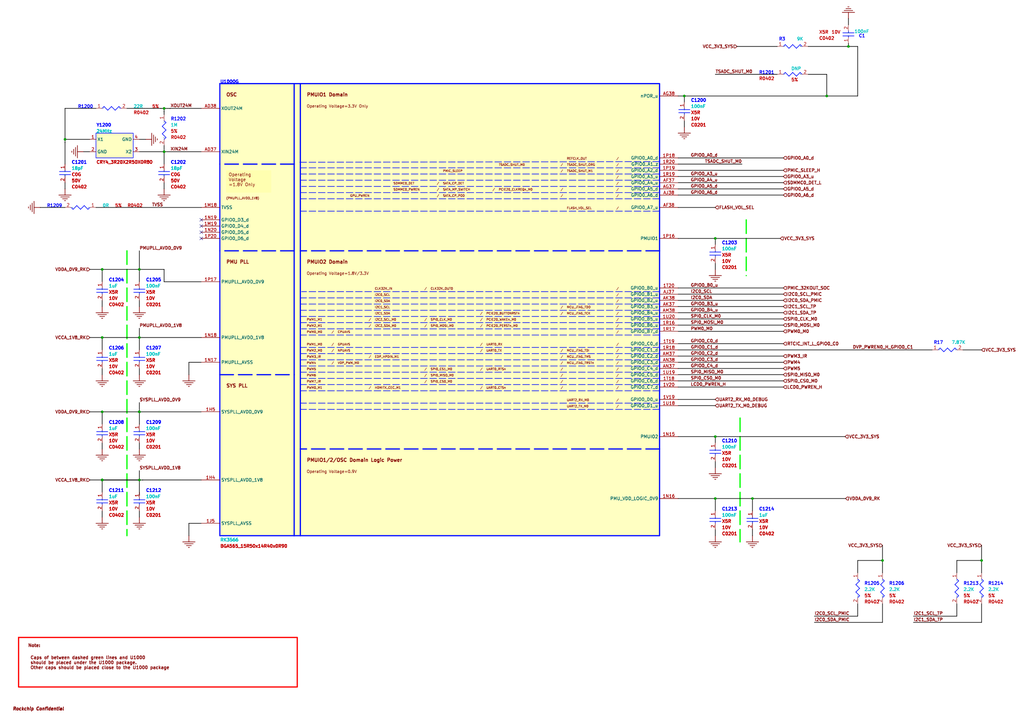
<source format=kicad_sch>
(kicad_sch (version 20231120) (generator "eeschema") (generator_version "8.0")
  (paper "User" 419.989 297.002)
  (lib_symbols
    (symbol "total-altium-import:12_0_CAP NP"
      (symbol "12_0_CAP NP_1_0"
        (pin passive line (at 2.54 2.54 270) (length 2.54) (name "1") (number "1"))
        (pin passive line (at 2.54 -5.08 90) (length 2.54) (name "2") (number "2"))
      )
    )
    (symbol "total-altium-import:12_0_CRYSTAL_4P"
      (symbol "12_0_CRYSTAL_4P_1_0"
        (pin passive line (at -2.54 -2.54 0) (length 2.54) (name "X1") (number "1"))
        (pin power_in line (at -2.54 -7.62 0) (length 2.54) (name "GND") (number "2"))
        (pin passive line (at 17.78 -7.62 180) (length 2.54) (name "X2") (number "3"))
        (pin power_in line (at 17.78 -2.54 180) (length 2.54) (name "GND") (number "4"))
      )
    )
    (symbol "total-altium-import:12_0_RESISTOR"
      (symbol "12_0_RESISTOR_1_0"
        (pin passive line (at 2.54 2.54 270) (length 2.54) (name "1") (number "1"))
        (pin passive line (at 2.54 -10.16 90) (length 2.54) (name "2") (number "2"))
      )
    )
    (symbol "total-altium-import:12_0_SOC_RK3566"
      (symbol "12_0_SOC_RK3566_1_0"
        (pin passive line (at 30.48 -7.62 180) (length 7.62) (name "VDD_CPU_1") (number "1C12"))
        (pin passive line (at 30.48 -10.16 180) (length 7.62) (name "VDD_CPU_2") (number "1D11"))
        (pin passive line (at 30.48 -12.7 180) (length 7.62) (name "VDD_CPU_3") (number "1D12"))
        (pin passive line (at 30.48 -15.24 180) (length 7.62) (name "VDD_CPU_4") (number "1E11"))
        (pin passive line (at 30.48 -17.78 180) (length 7.62) (name "VDD_CPU_5") (number "1E12"))
        (pin passive line (at 30.48 -20.32 180) (length 7.62) (name "VDD_CPU_6") (number "1E13"))
        (pin passive line (at 30.48 -22.86 180) (length 7.62) (name "VDD_CPU_7") (number "1F11"))
        (pin passive line (at 30.48 -25.4 180) (length 7.62) (name "VDD_CPU_8") (number "1F12"))
        (pin passive line (at 30.48 -27.94 180) (length 7.62) (name "VDD_CPU_9") (number "1F13"))
        (pin passive line (at 30.48 -30.48 180) (length 7.62) (name "VDD_CPU_10") (number "1F14"))
        (pin passive line (at 30.48 -33.02 180) (length 7.62) (name "VDD_CPU_11") (number "1G13"))
        (pin passive line (at 30.48 -109.22 180) (length 7.62) (name "VDD_NPU_1") (number "1G15"))
        (pin passive line (at 30.48 -53.34 180) (length 7.62) (name "VDD_LOGIC_4") (number "1H10"))
        (pin passive line (at 30.48 -111.76 180) (length 7.62) (name "VDD_NPU_2") (number "1H14"))
        (pin passive line (at 30.48 -114.3 180) (length 7.62) (name "VDD_NPU_3") (number "1H15"))
        (pin passive line (at 30.48 -45.72 180) (length 7.62) (name "VDD_LOGIC_1") (number "1H7"))
        (pin passive line (at 30.48 -48.26 180) (length 7.62) (name "VDD_LOGIC_2") (number "1H8"))
        (pin passive line (at 30.48 -50.8 180) (length 7.62) (name "VDD_LOGIC_3") (number "1H9"))
        (pin passive line (at 30.48 -58.42 180) (length 7.62) (name "VDD_LOGIC_6") (number "1J10"))
        (pin passive line (at 30.48 -116.84 180) (length 7.62) (name "VDD_NPU_4") (number "1J14"))
        (pin passive line (at 30.48 -119.38 180) (length 7.62) (name "VDD_NPU_5") (number "1J15"))
        (pin passive line (at 30.48 -55.88 180) (length 7.62) (name "VDD_LOGIC_5") (number "1J7"))
        (pin passive line (at 30.48 -63.5 180) (length 7.62) (name "VDD_LOGIC_8") (number "1K10"))
        (pin passive line (at 30.48 -60.96 180) (length 7.62) (name "VDD_LOGIC_7") (number "1K7"))
        (pin passive line (at 30.48 -66.04 180) (length 7.62) (name "VDD_LOGIC_9") (number "1L7"))
        (pin passive line (at 30.48 -78.74 180) (length 7.62) (name "VDD_GPU_1") (number "1L8"))
        (pin passive line (at 30.48 -81.28 180) (length 7.62) (name "VDD_GPU_2") (number "1L9"))
        (pin passive line (at 30.48 -83.82 180) (length 7.62) (name "VDD_GPU_3") (number "1M7"))
        (pin passive line (at 30.48 -86.36 180) (length 7.62) (name "VDD_GPU_4") (number "1M8"))
        (pin passive line (at 30.48 -88.9 180) (length 7.62) (name "VDD_GPU_5") (number "1M9"))
      )
      (symbol "12_0_SOC_RK3566_2_0"
        (pin passive line (at 30.48 -78.74 180) (length 7.62) (name "VSS_30") (number "1B10"))
        (pin passive line (at 30.48 -81.28 180) (length 7.62) (name "VSS_31") (number "1B11"))
        (pin passive line (at 30.48 -83.82 180) (length 7.62) (name "VSS_32") (number "1B15"))
        (pin passive line (at 30.48 -86.36 180) (length 7.62) (name "VSS_33") (number "1B19"))
        (pin passive line (at 30.48 -101.6 180) (length 7.62) (name "VSS_39") (number "1C14"))
        (pin passive line (at 30.48 -104.14 180) (length 7.62) (name "VSS_40") (number "1C16"))
        (pin passive line (at 30.48 -106.68 180) (length 7.62) (name "VSS_41") (number "1C18"))
        (pin passive line (at 30.48 -88.9 180) (length 7.62) (name "VSS_34") (number "1C4"))
        (pin passive line (at 30.48 -91.44 180) (length 7.62) (name "VSS_35") (number "1C5"))
        (pin passive line (at 30.48 -93.98 180) (length 7.62) (name "VSS_36") (number "1C6"))
        (pin passive line (at 30.48 -96.52 180) (length 7.62) (name "VSS_37") (number "1C8"))
        (pin passive line (at 30.48 -99.06 180) (length 7.62) (name "VSS_38") (number "1C9"))
        (pin passive line (at 30.48 -109.22 180) (length 7.62) (name "VSS_42") (number "1D1"))
        (pin passive line (at 30.48 -114.3 180) (length 7.62) (name "VSS_44") (number "1D10"))
        (pin passive line (at 30.48 -116.84 180) (length 7.62) (name "VSS_45") (number "1D14"))
        (pin passive line (at 30.48 -111.76 180) (length 7.62) (name "VSS_43") (number "1D3"))
        (pin passive line (at 30.48 -124.46 180) (length 7.62) (name "VSS_48") (number "1E10"))
        (pin passive line (at 30.48 -127 180) (length 7.62) (name "VSS_49") (number "1E14"))
        (pin passive line (at 30.48 -129.54 180) (length 7.62) (name "VSS_50") (number "1E15"))
        (pin passive line (at 30.48 -119.38 180) (length 7.62) (name "VSS_46") (number "1E3"))
        (pin passive line (at 30.48 -121.92 180) (length 7.62) (name "VSS_47") (number "1E8"))
        (pin passive line (at 30.48 -5.08 180) (length 7.62) (name "VSS_1") (number "A1"))
        (pin passive line (at 30.48 -7.62 180) (length 7.62) (name "VSS_2") (number "A2"))
        (pin passive line (at 30.48 -10.16 180) (length 7.62) (name "VSS_3") (number "A38"))
        (pin passive line (at 30.48 -48.26 180) (length 7.62) (name "VSS_18") (number "AA2"))
        (pin passive line (at 30.48 -63.5 180) (length 7.62) (name "VSS_24") (number "AC37"))
        (pin passive line (at 30.48 -50.8 180) (length 7.62) (name "VSS_19") (number "AD2"))
        (pin passive line (at 30.48 -66.04 180) (length 7.62) (name "VSS_25") (number "AE37"))
        (pin passive line (at 30.48 -68.58 180) (length 7.62) (name "VSS_26") (number "AH37"))
        (pin passive line (at 30.48 -71.12 180) (length 7.62) (name "VSS_27") (number "AL37"))
        (pin passive line (at 30.48 -53.34 180) (length 7.62) (name "VSS_20") (number "AP2"))
        (pin passive line (at 30.48 -73.66 180) (length 7.62) (name "VSS_28") (number "AP37"))
        (pin passive line (at 30.48 -58.42 180) (length 7.62) (name "VSS_22") (number "AP8"))
        (pin passive line (at 30.48 -55.88 180) (length 7.62) (name "VSS_21") (number "AR1"))
        (pin passive line (at 30.48 -76.2 180) (length 7.62) (name "VSS_29") (number "AR38"))
        (pin passive line (at 30.48 -12.7 180) (length 7.62) (name "VSS_4") (number "B1"))
        (pin passive line (at 30.48 -20.32 180) (length 7.62) (name "VSS_7") (number "B11"))
        (pin passive line (at 30.48 -22.86 180) (length 7.62) (name "VSS_8") (number "B14"))
        (pin passive line (at 30.48 -25.4 180) (length 7.62) (name "VSS_9") (number "B18"))
        (pin passive line (at 30.48 -15.24 180) (length 7.62) (name "VSS_5") (number "B2"))
        (pin passive line (at 30.48 -27.94 180) (length 7.62) (name "VSS_10") (number "B21"))
        (pin passive line (at 30.48 -30.48 180) (length 7.62) (name "VSS_11") (number "B28"))
        (pin passive line (at 30.48 -33.02 180) (length 7.62) (name "VSS_12") (number "B31"))
        (pin passive line (at 30.48 -17.78 180) (length 7.62) (name "VSS_6") (number "B6"))
        (pin passive line (at 30.48 -35.56 180) (length 7.62) (name "VSS_13") (number "D2"))
        (pin passive line (at 30.48 -60.96 180) (length 7.62) (name "VSS_23") (number "E37"))
        (pin passive line (at 30.48 -38.1 180) (length 7.62) (name "VSS_14") (number "J2"))
        (pin passive line (at 30.48 -40.64 180) (length 7.62) (name "VSS_15") (number "L2"))
        (pin passive line (at 30.48 -43.18 180) (length 7.62) (name "VSS_16") (number "U2"))
        (pin passive line (at 30.48 -45.72 180) (length 7.62) (name "VSS_17") (number "W2"))
      )
      (symbol "12_0_SOC_RK3566_3_0"
        (pin passive line (at 30.48 -5.08 180) (length 7.62) (name "VSS_51") (number "1E17"))
        (pin passive line (at 30.48 -17.78 180) (length 7.62) (name "VSS_56") (number "1F10"))
        (pin passive line (at 30.48 -20.32 180) (length 7.62) (name "VSS_57") (number "1F15"))
        (pin passive line (at 30.48 -22.86 180) (length 7.62) (name "VSS_58") (number "1F16"))
        (pin passive line (at 30.48 -7.62 180) (length 7.62) (name "VSS_52") (number "1F6"))
        (pin passive line (at 30.48 -10.16 180) (length 7.62) (name "VSS_53") (number "1F7"))
        (pin passive line (at 30.48 -12.7 180) (length 7.62) (name "VSS_54") (number "1F8"))
        (pin passive line (at 30.48 -15.24 180) (length 7.62) (name "VSS_55") (number "1F9"))
        (pin passive line (at 30.48 -38.1 180) (length 7.62) (name "VSS_64") (number "1G10"))
        (pin passive line (at 30.48 -40.64 180) (length 7.62) (name "VSS_65") (number "1G11"))
        (pin passive line (at 30.48 -43.18 180) (length 7.62) (name "VSS_66") (number "1G12"))
        (pin passive line (at 30.48 -45.72 180) (length 7.62) (name "VSS_67") (number "1G14"))
        (pin passive line (at 30.48 -25.4 180) (length 7.62) (name "VSS_59") (number "1G3"))
        (pin passive line (at 30.48 -27.94 180) (length 7.62) (name "VSS_60") (number "1G6"))
        (pin passive line (at 30.48 -30.48 180) (length 7.62) (name "VSS_61") (number "1G7"))
        (pin passive line (at 30.48 -33.02 180) (length 7.62) (name "VSS_62") (number "1G8"))
        (pin passive line (at 30.48 -35.56 180) (length 7.62) (name "VSS_63") (number "1G9"))
        (pin passive line (at 30.48 -48.26 180) (length 7.62) (name "VSS_68") (number "1H1"))
        (pin passive line (at 30.48 -55.88 180) (length 7.62) (name "VSS_71") (number "1H11"))
        (pin passive line (at 30.48 -58.42 180) (length 7.62) (name "VSS_72") (number "1H12"))
        (pin passive line (at 30.48 -60.96 180) (length 7.62) (name "VSS_73") (number "1H13"))
        (pin passive line (at 30.48 -50.8 180) (length 7.62) (name "VSS_69") (number "1H2"))
        (pin passive line (at 30.48 -53.34 180) (length 7.62) (name "VSS_70") (number "1H6"))
        (pin passive line (at 30.48 -63.5 180) (length 7.62) (name "VSS_74") (number "1J1"))
        (pin passive line (at 30.48 -73.66 180) (length 7.62) (name "VSS_78") (number "1J11"))
        (pin passive line (at 30.48 -76.2 180) (length 7.62) (name "VSS_79") (number "1J12"))
        (pin passive line (at 30.48 -78.74 180) (length 7.62) (name "VSS_80") (number "1J13"))
        (pin passive line (at 30.48 -66.04 180) (length 7.62) (name "VSS_75") (number "1J6"))
        (pin passive line (at 30.48 -68.58 180) (length 7.62) (name "VSS_76") (number "1J8"))
        (pin passive line (at 30.48 -71.12 180) (length 7.62) (name "VSS_77") (number "1J9"))
        (pin passive line (at 30.48 -99.06 180) (length 7.62) (name "VSS_88") (number "1K11"))
        (pin passive line (at 30.48 -101.6 180) (length 7.62) (name "VSS_89") (number "1K12"))
        (pin passive line (at 30.48 -104.14 180) (length 7.62) (name "VSS_90") (number "1K13"))
        (pin passive line (at 30.48 -106.68 180) (length 7.62) (name "VSS_91") (number "1K14"))
        (pin passive line (at 30.48 -109.22 180) (length 7.62) (name "VSS_92") (number "1K15"))
        (pin passive line (at 30.48 -81.28 180) (length 7.62) (name "VSS_81") (number "1K2"))
        (pin passive line (at 30.48 -83.82 180) (length 7.62) (name "VSS_82") (number "1K3"))
        (pin passive line (at 30.48 -86.36 180) (length 7.62) (name "VSS_83") (number "1K4"))
        (pin passive line (at 30.48 -88.9 180) (length 7.62) (name "VSS_84") (number "1K5"))
        (pin passive line (at 30.48 -91.44 180) (length 7.62) (name "VSS_85") (number "1K6"))
        (pin passive line (at 30.48 -93.98 180) (length 7.62) (name "VSS_86") (number "1K8"))
        (pin passive line (at 30.48 -96.52 180) (length 7.62) (name "VSS_87") (number "1K9"))
        (pin passive line (at 30.48 -116.84 180) (length 7.62) (name "VSS_95") (number "1L10"))
        (pin passive line (at 30.48 -119.38 180) (length 7.62) (name "VSS_96") (number "1L11"))
        (pin passive line (at 30.48 -121.92 180) (length 7.62) (name "VSS_97") (number "1L12"))
        (pin passive line (at 30.48 -124.46 180) (length 7.62) (name "VSS_98") (number "1L13"))
        (pin passive line (at 30.48 -127 180) (length 7.62) (name "VSS_99") (number "1L14"))
        (pin passive line (at 30.48 -129.54 180) (length 7.62) (name "VSS_100") (number "1L15"))
        (pin passive line (at 30.48 -111.76 180) (length 7.62) (name "VSS_93") (number "1L3"))
        (pin passive line (at 30.48 -114.3 180) (length 7.62) (name "VSS_94") (number "1L6"))
      )
      (symbol "12_0_SOC_RK3566_4_0"
        (pin passive line (at 30.48 -15.24 180) (length 7.62) (name "VSS_105") (number "1M10"))
        (pin passive line (at 30.48 -17.78 180) (length 7.62) (name "VSS_106") (number "1M11"))
        (pin passive line (at 30.48 -20.32 180) (length 7.62) (name "VSS_107") (number "1M12"))
        (pin passive line (at 30.48 -22.86 180) (length 7.62) (name "VSS_108") (number "1M13"))
        (pin passive line (at 30.48 -25.4 180) (length 7.62) (name "VSS_109") (number "1M14"))
        (pin passive line (at 30.48 -27.94 180) (length 7.62) (name "VSS_110") (number "1M15"))
        (pin passive line (at 30.48 -30.48 180) (length 7.62) (name "VSS_111") (number "1M16"))
        (pin passive line (at 30.48 -33.02 180) (length 7.62) (name "VSS_112") (number "1M17"))
        (pin passive line (at 30.48 -35.56 180) (length 7.62) (name "VSS_113") (number "1M20"))
        (pin passive line (at 30.48 -5.08 180) (length 7.62) (name "VSS_101") (number "1M3"))
        (pin passive line (at 30.48 -7.62 180) (length 7.62) (name "VSS_102") (number "1M4"))
        (pin passive line (at 30.48 -10.16 180) (length 7.62) (name "VSS_103") (number "1M5"))
        (pin passive line (at 30.48 -12.7 180) (length 7.62) (name "VSS_104") (number "1M6"))
        (pin passive line (at 30.48 -38.1 180) (length 7.62) (name "VSS_114") (number "1N3"))
        (pin passive line (at 30.48 -40.64 180) (length 7.62) (name "VSS_115") (number "1N4"))
        (pin passive line (at 30.48 -43.18 180) (length 7.62) (name "VSS_116") (number "1N7"))
        (pin passive line (at 30.48 -45.72 180) (length 7.62) (name "VSS_117") (number "1P1"))
        (pin passive line (at 30.48 -55.88 180) (length 7.62) (name "VSS_121") (number "1P15"))
        (pin passive line (at 30.48 -48.26 180) (length 7.62) (name "VSS_118") (number "1P5"))
        (pin passive line (at 30.48 -50.8 180) (length 7.62) (name "VSS_119") (number "1P6"))
        (pin passive line (at 30.48 -53.34 180) (length 7.62) (name "VSS_120") (number "1P7"))
        (pin passive line (at 30.48 -58.42 180) (length 7.62) (name "VSS_122") (number "1R3"))
        (pin passive line (at 30.48 -60.96 180) (length 7.62) (name "VSS_123") (number "1R4"))
        (pin passive line (at 30.48 -63.5 180) (length 7.62) (name "VSS_124") (number "1R5"))
        (pin passive line (at 30.48 -66.04 180) (length 7.62) (name "VSS_125") (number "1R6"))
        (pin passive line (at 30.48 -68.58 180) (length 7.62) (name "VSS_126") (number "1R7"))
        (pin passive line (at 30.48 -71.12 180) (length 7.62) (name "VSS_127") (number "1T3"))
        (pin passive line (at 30.48 -73.66 180) (length 7.62) (name "VSS_128") (number "1T5"))
        (pin passive line (at 30.48 -76.2 180) (length 7.62) (name "VSS_129") (number "1U2"))
        (pin passive line (at 30.48 -78.74 180) (length 7.62) (name "VSS_130") (number "1V1"))
        (pin passive line (at 30.48 -81.28 180) (length 7.62) (name "VSS_131") (number "1V4"))
      )
      (symbol "12_0_SOC_RK3566_5_0"
        (pin passive line (at 30.48 -119.38 180) (length 7.62) (name "AVSS1_6") (number "1F20"))
        (pin passive line (at 30.48 -121.92 180) (length 7.62) (name "AVSS1_7") (number "1G16"))
        (pin passive line (at 30.48 -124.46 180) (length 7.62) (name "AVSS1_8") (number "1G18"))
        (pin passive line (at 30.48 -127 180) (length 7.62) (name "AVSS1_9") (number "1G19"))
        (pin passive line (at 30.48 -129.54 180) (length 7.62) (name "AVSS1_10") (number "1G20"))
        (pin passive line (at 30.48 -132.08 180) (length 7.62) (name "AVSS1_11") (number "1J16"))
        (pin passive line (at 30.48 -134.62 180) (length 7.62) (name "AVSS1_12") (number "1J18"))
        (pin passive line (at 30.48 -137.16 180) (length 7.62) (name "AVSS1_13") (number "1K18"))
        (pin passive line (at 30.48 -139.7 180) (length 7.62) (name "AVSS1_14") (number "1L19"))
        (pin passive line (at 30.48 -25.4 180) (length 7.62) (name "AVSS_9") (number "1N11"))
        (pin passive line (at 30.48 -27.94 180) (length 7.62) (name "AVSS_10") (number "1N12"))
        (pin passive line (at 30.48 -33.02 180) (length 7.62) (name "AVSS_12") (number "1P10"))
        (pin passive line (at 30.48 -35.56 180) (length 7.62) (name "AVSS_13") (number "1P14"))
        (pin passive line (at 30.48 -30.48 180) (length 7.62) (name "AVSS_11") (number "1P8"))
        (pin passive line (at 30.48 -43.18 180) (length 7.62) (name "AVSS_16") (number "1R11"))
        (pin passive line (at 30.48 -45.72 180) (length 7.62) (name "AVSS_17") (number "1R12"))
        (pin passive line (at 30.48 -48.26 180) (length 7.62) (name "AVSS_18") (number "1R13"))
        (pin passive line (at 30.48 -50.8 180) (length 7.62) (name "AVSS_19") (number "1R14"))
        (pin passive line (at 30.48 -53.34 180) (length 7.62) (name "AVSS_20") (number "1R15"))
        (pin passive line (at 30.48 -38.1 180) (length 7.62) (name "AVSS_14") (number "1R8"))
        (pin passive line (at 30.48 -40.64 180) (length 7.62) (name "AVSS_15") (number "1R9"))
        (pin passive line (at 30.48 -63.5 180) (length 7.62) (name "AVSS_24") (number "1T10"))
        (pin passive line (at 30.48 -66.04 180) (length 7.62) (name "AVSS_25") (number "1T11"))
        (pin passive line (at 30.48 -68.58 180) (length 7.62) (name "AVSS_26") (number "1T12"))
        (pin passive line (at 30.48 -71.12 180) (length 7.62) (name "AVSS_27") (number "1T13"))
        (pin passive line (at 30.48 -73.66 180) (length 7.62) (name "AVSS_28") (number "1T14"))
        (pin passive line (at 30.48 -76.2 180) (length 7.62) (name "AVSS_29") (number "1T15"))
        (pin passive line (at 30.48 -78.74 180) (length 7.62) (name "AVSS_30") (number "1T16"))
        (pin passive line (at 30.48 -81.28 180) (length 7.62) (name "AVSS_31") (number "1T17"))
        (pin passive line (at 30.48 -55.88 180) (length 7.62) (name "AVSS_21") (number "1T7"))
        (pin passive line (at 30.48 -58.42 180) (length 7.62) (name "AVSS_22") (number "1T8"))
        (pin passive line (at 30.48 -60.96 180) (length 7.62) (name "AVSS_23") (number "1T9"))
        (pin passive line (at 30.48 -83.82 180) (length 7.62) (name "AVSS_32") (number "1U12"))
        (pin passive line (at 30.48 -86.36 180) (length 7.62) (name "AVSS_33") (number "1U13"))
        (pin passive line (at 30.48 -88.9 180) (length 7.62) (name "AVSS_34") (number "1U15"))
        (pin passive line (at 30.48 -91.44 180) (length 7.62) (name "AVSS_35") (number "1U17"))
        (pin passive line (at 30.48 -96.52 180) (length 7.62) (name "AVSS_37") (number "1V12"))
        (pin passive line (at 30.48 -99.06 180) (length 7.62) (name "AVSS_38") (number "1V13"))
        (pin passive line (at 30.48 -101.6 180) (length 7.62) (name "AVSS_39") (number "1V18"))
        (pin passive line (at 30.48 -93.98 180) (length 7.62) (name "AVSS_36") (number "1V7"))
        (pin passive line (at 30.48 -5.08 180) (length 7.62) (name "AVSS_1") (number "AP13"))
        (pin passive line (at 30.48 -7.62 180) (length 7.62) (name "AVSS_2") (number "AP16"))
        (pin passive line (at 30.48 -10.16 180) (length 7.62) (name "AVSS_3") (number "AP19"))
        (pin passive line (at 30.48 -12.7 180) (length 7.62) (name "AVSS_4") (number "AP22"))
        (pin passive line (at 30.48 -15.24 180) (length 7.62) (name "AVSS_5") (number "AP25"))
        (pin passive line (at 30.48 -17.78 180) (length 7.62) (name "AVSS_6") (number "AP28"))
        (pin passive line (at 30.48 -20.32 180) (length 7.62) (name "AVSS_7") (number "AP31"))
        (pin passive line (at 30.48 -22.86 180) (length 7.62) (name "AVSS_8") (number "AP34"))
        (pin passive line (at 30.48 -106.68 180) (length 7.62) (name "AVSS1_1") (number "H37"))
        (pin passive line (at 30.48 -109.22 180) (length 7.62) (name "AVSS1_2") (number "L37"))
        (pin passive line (at 30.48 -111.76 180) (length 7.62) (name "AVSS1_3") (number "P37"))
        (pin passive line (at 30.48 -114.3 180) (length 7.62) (name "AVSS1_4") (number "U37"))
        (pin passive line (at 30.48 -116.84 180) (length 7.62) (name "AVSS1_5") (number "Y37"))
      )
      (symbol "12_0_SOC_RK3566_6_0"
        (text "---" (at 133.096 -13.462 0) (effects (font (size 0.889 0.889)) (justify left bottom)))
        (text "---" (at 178.816 -104.902 0) (effects (font (size 0.889 0.889)) (justify left bottom)))
        (text "---" (at 178.816 -76.962 0) (effects (font (size 0.889 0.889)) (justify left bottom)))
        (text "---" (at 178.816 -74.422 0) (effects (font (size 0.889 0.889)) (justify left bottom)))
        (text "---" (at 178.816 -66.802 0) (effects (font (size 0.889 0.889)) (justify left bottom)))
        (text "---" (at 178.816 -64.262 0) (effects (font (size 0.889 0.889)) (justify left bottom)))
        (text "---" (at 178.816 -56.642 0) (effects (font (size 0.889 0.889)) (justify left bottom)))
        (text "---" (at 178.816 -49.022 0) (effects (font (size 0.889 0.889)) (justify left bottom)))
        (text "---" (at 178.816 -41.402 0) (effects (font (size 0.889 0.889)) (justify left bottom)))
        (text "---" (at 178.816 -38.862 0) (effects (font (size 0.889 0.889)) (justify left bottom)))
        (text "---" (at 178.816 -31.242 0) (effects (font (size 0.889 0.889)) (justify left bottom)))
        (text "---" (at 178.816 -18.542 0) (effects (font (size 0.889 0.889)) (justify left bottom)))
        (text "---" (at 178.816 -13.462 0) (effects (font (size 0.889 0.889)) (justify left bottom)))
        (text "---" (at 178.816 -10.922 0) (effects (font (size 0.889 0.889)) (justify left bottom)))
        (text "/" (at 17.78 -155.702 0) (effects (font (size 0.889 0.889)) (justify left bottom)))
        (text "/" (at 17.78 -153.162 0) (effects (font (size 0.889 0.889)) (justify left bottom)))
        (text "/" (at 17.78 -148.082 0) (effects (font (size 0.889 0.889)) (justify left bottom)))
        (text "/" (at 17.78 -143.002 0) (effects (font (size 0.889 0.889)) (justify left bottom)))
        (text "/" (at 17.78 -140.462 0) (effects (font (size 0.889 0.889)) (justify left bottom)))
        (text "/" (at 17.78 -137.922 0) (effects (font (size 0.889 0.889)) (justify left bottom)))
        (text "/" (at 17.78 -135.382 0) (effects (font (size 0.889 0.889)) (justify left bottom)))
        (text "/" (at 17.78 -132.842 0) (effects (font (size 0.889 0.889)) (justify left bottom)))
        (text "/" (at 17.78 -130.302 0) (effects (font (size 0.889 0.889)) (justify left bottom)))
        (text "/" (at 17.78 -127.762 0) (effects (font (size 0.889 0.889)) (justify left bottom)))
        (text "/" (at 17.78 -125.222 0) (effects (font (size 0.889 0.889)) (justify left bottom)))
        (text "/" (at 17.78 -117.602 0) (effects (font (size 0.889 0.889)) (justify left bottom)))
        (text "/" (at 17.78 -115.062 0) (effects (font (size 0.889 0.889)) (justify left bottom)))
        (text "/" (at 17.78 -109.982 0) (effects (font (size 0.889 0.889)) (justify left bottom)))
        (text "/" (at 17.78 -104.902 0) (effects (font (size 0.889 0.889)) (justify left bottom)))
        (text "/" (at 17.78 -102.362 0) (effects (font (size 0.889 0.889)) (justify left bottom)))
        (text "/" (at 17.78 -99.822 0) (effects (font (size 0.889 0.889)) (justify left bottom)))
        (text "/" (at 17.78 -97.282 0) (effects (font (size 0.889 0.889)) (justify left bottom)))
        (text "/" (at 17.78 -94.742 0) (effects (font (size 0.889 0.889)) (justify left bottom)))
        (text "/" (at 17.78 -92.202 0) (effects (font (size 0.889 0.889)) (justify left bottom)))
        (text "/" (at 17.78 -89.662 0) (effects (font (size 0.889 0.889)) (justify left bottom)))
        (text "/" (at 17.78 -87.122 0) (effects (font (size 0.889 0.889)) (justify left bottom)))
        (text "/" (at 17.78 -79.502 0) (effects (font (size 0.889 0.889)) (justify left bottom)))
        (text "/" (at 17.78 -76.962 0) (effects (font (size 0.889 0.889)) (justify left bottom)))
        (text "/" (at 17.78 -71.882 0) (effects (font (size 0.889 0.889)) (justify left bottom)))
        (text "/" (at 17.78 -66.802 0) (effects (font (size 0.889 0.889)) (justify left bottom)))
        (text "/" (at 17.78 -64.262 0) (effects (font (size 0.889 0.889)) (justify left bottom)))
        (text "/" (at 17.78 -61.722 0) (effects (font (size 0.889 0.889)) (justify left bottom)))
        (text "/" (at 17.78 -59.182 0) (effects (font (size 0.889 0.889)) (justify left bottom)))
        (text "/" (at 17.78 -56.642 0) (effects (font (size 0.889 0.889)) (justify left bottom)))
        (text "/" (at 17.78 -54.102 0) (effects (font (size 0.889 0.889)) (justify left bottom)))
        (text "/" (at 17.78 -51.562 0) (effects (font (size 0.889 0.889)) (justify left bottom)))
        (text "/" (at 17.78 -49.022 0) (effects (font (size 0.889 0.889)) (justify left bottom)))
        (text "/" (at 17.78 -41.402 0) (effects (font (size 0.889 0.889)) (justify left bottom)))
        (text "/" (at 17.78 -38.862 0) (effects (font (size 0.889 0.889)) (justify left bottom)))
        (text "/" (at 17.78 -33.782 0) (effects (font (size 0.889 0.889)) (justify left bottom)))
        (text "/" (at 17.78 -28.702 0) (effects (font (size 0.889 0.889)) (justify left bottom)))
        (text "/" (at 17.78 -26.162 0) (effects (font (size 0.889 0.889)) (justify left bottom)))
        (text "/" (at 17.78 -23.622 0) (effects (font (size 0.889 0.889)) (justify left bottom)))
        (text "/" (at 17.78 -21.082 0) (effects (font (size 0.889 0.889)) (justify left bottom)))
        (text "/" (at 17.78 -18.542 0) (effects (font (size 0.889 0.889)) (justify left bottom)))
        (text "/" (at 17.78 -16.002 0) (effects (font (size 0.889 0.889)) (justify left bottom)))
        (text "/" (at 17.78 -13.462 0) (effects (font (size 0.889 0.889)) (justify left bottom)))
        (text "/" (at 17.78 -10.922 0) (effects (font (size 0.889 0.889)) (justify left bottom)))
        (text "/" (at 40.64 -155.702 0) (effects (font (size 0.889 0.889)) (justify left bottom)))
        (text "/" (at 40.64 -153.162 0) (effects (font (size 0.889 0.889)) (justify left bottom)))
        (text "/" (at 40.64 -148.082 0) (effects (font (size 0.889 0.889)) (justify left bottom)))
        (text "/" (at 40.64 -143.002 0) (effects (font (size 0.889 0.889)) (justify left bottom)))
        (text "/" (at 40.64 -140.462 0) (effects (font (size 0.889 0.889)) (justify left bottom)))
        (text "/" (at 40.64 -137.922 0) (effects (font (size 0.889 0.889)) (justify left bottom)))
        (text "/" (at 40.64 -135.382 0) (effects (font (size 0.889 0.889)) (justify left bottom)))
        (text "/" (at 40.64 -132.842 0) (effects (font (size 0.889 0.889)) (justify left bottom)))
        (text "/" (at 40.64 -130.302 0) (effects (font (size 0.889 0.889)) (justify left bottom)))
        (text "/" (at 40.64 -127.762 0) (effects (font (size 0.889 0.889)) (justify left bottom)))
        (text "/" (at 40.64 -125.222 0) (effects (font (size 0.889 0.889)) (justify left bottom)))
        (text "/" (at 40.64 -117.602 0) (effects (font (size 0.889 0.889)) (justify left bottom)))
        (text "/" (at 40.64 -115.062 0) (effects (font (size 0.889 0.889)) (justify left bottom)))
        (text "/" (at 40.64 -109.982 0) (effects (font (size 0.889 0.889)) (justify left bottom)))
        (text "/" (at 40.64 -104.902 0) (effects (font (size 0.889 0.889)) (justify left bottom)))
        (text "/" (at 40.64 -102.362 0) (effects (font (size 0.889 0.889)) (justify left bottom)))
        (text "/" (at 40.64 -99.822 0) (effects (font (size 0.889 0.889)) (justify left bottom)))
        (text "/" (at 40.64 -97.282 0) (effects (font (size 0.889 0.889)) (justify left bottom)))
        (text "/" (at 40.64 -94.742 0) (effects (font (size 0.889 0.889)) (justify left bottom)))
        (text "/" (at 40.64 -92.202 0) (effects (font (size 0.889 0.889)) (justify left bottom)))
        (text "/" (at 40.64 -89.662 0) (effects (font (size 0.889 0.889)) (justify left bottom)))
        (text "/" (at 40.64 -87.122 0) (effects (font (size 0.889 0.889)) (justify left bottom)))
        (text "/" (at 40.64 -79.502 0) (effects (font (size 0.889 0.889)) (justify left bottom)))
        (text "/" (at 40.64 -76.962 0) (effects (font (size 0.889 0.889)) (justify left bottom)))
        (text "/" (at 40.64 -71.882 0) (effects (font (size 0.889 0.889)) (justify left bottom)))
        (text "/" (at 40.64 -66.802 0) (effects (font (size 0.889 0.889)) (justify left bottom)))
        (text "/" (at 40.64 -64.262 0) (effects (font (size 0.889 0.889)) (justify left bottom)))
        (text "/" (at 40.64 -61.722 0) (effects (font (size 0.889 0.889)) (justify left bottom)))
        (text "/" (at 40.64 -59.182 0) (effects (font (size 0.889 0.889)) (justify left bottom)))
        (text "/" (at 40.64 -56.642 0) (effects (font (size 0.889 0.889)) (justify left bottom)))
        (text "/" (at 40.64 -54.102 0) (effects (font (size 0.889 0.889)) (justify left bottom)))
        (text "/" (at 40.64 -51.562 0) (effects (font (size 0.889 0.889)) (justify left bottom)))
        (text "/" (at 40.64 -49.022 0) (effects (font (size 0.889 0.889)) (justify left bottom)))
        (text "/" (at 40.64 -41.402 0) (effects (font (size 0.889 0.889)) (justify left bottom)))
        (text "/" (at 40.64 -38.862 0) (effects (font (size 0.889 0.889)) (justify left bottom)))
        (text "/" (at 40.64 -33.782 0) (effects (font (size 0.889 0.889)) (justify left bottom)))
        (text "/" (at 40.64 -28.702 0) (effects (font (size 0.889 0.889)) (justify left bottom)))
        (text "/" (at 40.64 -26.162 0) (effects (font (size 0.889 0.889)) (justify left bottom)))
        (text "/" (at 40.64 -23.622 0) (effects (font (size 0.889 0.889)) (justify left bottom)))
        (text "/" (at 40.64 -21.082 0) (effects (font (size 0.889 0.889)) (justify left bottom)))
        (text "/" (at 40.64 -18.542 0) (effects (font (size 0.889 0.889)) (justify left bottom)))
        (text "/" (at 40.64 -16.002 0) (effects (font (size 0.889 0.889)) (justify left bottom)))
        (text "/" (at 40.64 -13.462 0) (effects (font (size 0.889 0.889)) (justify left bottom)))
        (text "/" (at 40.64 -10.922 0) (effects (font (size 0.889 0.889)) (justify left bottom)))
        (text "/" (at 63.5 -155.702 0) (effects (font (size 0.889 0.889)) (justify left bottom)))
        (text "/" (at 63.5 -153.162 0) (effects (font (size 0.889 0.889)) (justify left bottom)))
        (text "/" (at 63.5 -148.082 0) (effects (font (size 0.889 0.889)) (justify left bottom)))
        (text "/" (at 63.5 -143.002 0) (effects (font (size 0.889 0.889)) (justify left bottom)))
        (text "/" (at 63.5 -140.462 0) (effects (font (size 0.889 0.889)) (justify left bottom)))
        (text "/" (at 63.5 -137.922 0) (effects (font (size 0.889 0.889)) (justify left bottom)))
        (text "/" (at 63.5 -135.382 0) (effects (font (size 0.889 0.889)) (justify left bottom)))
        (text "/" (at 63.5 -132.842 0) (effects (font (size 0.889 0.889)) (justify left bottom)))
        (text "/" (at 63.5 -130.302 0) (effects (font (size 0.889 0.889)) (justify left bottom)))
        (text "/" (at 63.5 -127.762 0) (effects (font (size 0.889 0.889)) (justify left bottom)))
        (text "/" (at 63.5 -125.222 0) (effects (font (size 0.889 0.889)) (justify left bottom)))
        (text "/" (at 63.5 -117.602 0) (effects (font (size 0.889 0.889)) (justify left bottom)))
        (text "/" (at 63.5 -115.062 0) (effects (font (size 0.889 0.889)) (justify left bottom)))
        (text "/" (at 63.5 -109.982 0) (effects (font (size 0.889 0.889)) (justify left bottom)))
        (text "/" (at 63.5 -104.902 0) (effects (font (size 0.889 0.889)) (justify left bottom)))
        (text "/" (at 63.5 -102.362 0) (effects (font (size 0.889 0.889)) (justify left bottom)))
        (text "/" (at 63.5 -99.822 0) (effects (font (size 0.889 0.889)) (justify left bottom)))
        (text "/" (at 63.5 -97.282 0) (effects (font (size 0.889 0.889)) (justify left bottom)))
        (text "/" (at 63.5 -94.742 0) (effects (font (size 0.889 0.889)) (justify left bottom)))
        (text "/" (at 63.5 -92.202 0) (effects (font (size 0.889 0.889)) (justify left bottom)))
        (text "/" (at 63.5 -89.662 0) (effects (font (size 0.889 0.889)) (justify left bottom)))
        (text "/" (at 63.5 -87.122 0) (effects (font (size 0.889 0.889)) (justify left bottom)))
        (text "/" (at 63.5 -79.502 0) (effects (font (size 0.889 0.889)) (justify left bottom)))
        (text "/" (at 63.5 -76.962 0) (effects (font (size 0.889 0.889)) (justify left bottom)))
        (text "/" (at 63.5 -71.882 0) (effects (font (size 0.889 0.889)) (justify left bottom)))
        (text "/" (at 63.5 -66.802 0) (effects (font (size 0.889 0.889)) (justify left bottom)))
        (text "/" (at 63.5 -64.262 0) (effects (font (size 0.889 0.889)) (justify left bottom)))
        (text "/" (at 63.5 -61.722 0) (effects (font (size 0.889 0.889)) (justify left bottom)))
        (text "/" (at 63.5 -59.182 0) (effects (font (size 0.889 0.889)) (justify left bottom)))
        (text "/" (at 63.5 -56.642 0) (effects (font (size 0.889 0.889)) (justify left bottom)))
        (text "/" (at 63.5 -54.102 0) (effects (font (size 0.889 0.889)) (justify left bottom)))
        (text "/" (at 63.5 -51.562 0) (effects (font (size 0.889 0.889)) (justify left bottom)))
        (text "/" (at 63.5 -49.022 0) (effects (font (size 0.889 0.889)) (justify left bottom)))
        (text "/" (at 63.5 -41.402 0) (effects (font (size 0.889 0.889)) (justify left bottom)))
        (text "/" (at 63.5 -38.862 0) (effects (font (size 0.889 0.889)) (justify left bottom)))
        (text "/" (at 63.5 -33.782 0) (effects (font (size 0.889 0.889)) (justify left bottom)))
        (text "/" (at 63.5 -28.702 0) (effects (font (size 0.889 0.889)) (justify left bottom)))
        (text "/" (at 63.5 -26.162 0) (effects (font (size 0.889 0.889)) (justify left bottom)))
        (text "/" (at 63.5 -23.622 0) (effects (font (size 0.889 0.889)) (justify left bottom)))
        (text "/" (at 63.5 -21.082 0) (effects (font (size 0.889 0.889)) (justify left bottom)))
        (text "/" (at 63.5 -18.542 0) (effects (font (size 0.889 0.889)) (justify left bottom)))
        (text "/" (at 63.5 -16.002 0) (effects (font (size 0.889 0.889)) (justify left bottom)))
        (text "/" (at 63.5 -13.462 0) (effects (font (size 0.889 0.889)) (justify left bottom)))
        (text "/" (at 63.5 -10.922 0) (effects (font (size 0.889 0.889)) (justify left bottom)))
        (text "/" (at 81.28 -155.702 0) (effects (font (size 0.889 0.889)) (justify left bottom)))
        (text "/" (at 81.28 -153.162 0) (effects (font (size 0.889 0.889)) (justify left bottom)))
        (text "/" (at 81.28 -148.082 0) (effects (font (size 0.889 0.889)) (justify left bottom)))
        (text "/" (at 81.28 -143.002 0) (effects (font (size 0.889 0.889)) (justify left bottom)))
        (text "/" (at 81.28 -140.462 0) (effects (font (size 0.889 0.889)) (justify left bottom)))
        (text "/" (at 81.28 -137.922 0) (effects (font (size 0.889 0.889)) (justify left bottom)))
        (text "/" (at 81.28 -135.382 0) (effects (font (size 0.889 0.889)) (justify left bottom)))
        (text "/" (at 81.28 -132.842 0) (effects (font (size 0.889 0.889)) (justify left bottom)))
        (text "/" (at 81.28 -130.302 0) (effects (font (size 0.889 0.889)) (justify left bottom)))
        (text "/" (at 81.28 -127.762 0) (effects (font (size 0.889 0.889)) (justify left bottom)))
        (text "/" (at 81.28 -125.222 0) (effects (font (size 0.889 0.889)) (justify left bottom)))
        (text "/" (at 81.28 -117.602 0) (effects (font (size 0.889 0.889)) (justify left bottom)))
        (text "/" (at 81.28 -115.062 0) (effects (font (size 0.889 0.889)) (justify left bottom)))
        (text "/" (at 81.28 -109.982 0) (effects (font (size 0.889 0.889)) (justify left bottom)))
        (text "/" (at 81.28 -104.902 0) (effects (font (size 0.889 0.889)) (justify left bottom)))
        (text "/" (at 81.28 -102.362 0) (effects (font (size 0.889 0.889)) (justify left bottom)))
        (text "/" (at 81.28 -99.822 0) (effects (font (size 0.889 0.889)) (justify left bottom)))
        (text "/" (at 81.28 -97.282 0) (effects (font (size 0.889 0.889)) (justify left bottom)))
        (text "/" (at 81.28 -94.742 0) (effects (font (size 0.889 0.889)) (justify left bottom)))
        (text "/" (at 81.28 -92.202 0) (effects (font (size 0.889 0.889)) (justify left bottom)))
        (text "/" (at 81.28 -89.662 0) (effects (font (size 0.889 0.889)) (justify left bottom)))
        (text "/" (at 81.28 -87.122 0) (effects (font (size 0.889 0.889)) (justify left bottom)))
        (text "/" (at 81.28 -79.502 0) (effects (font (size 0.889 0.889)) (justify left bottom)))
        (text "/" (at 81.28 -76.962 0) (effects (font (size 0.889 0.889)) (justify left bottom)))
        (text "/" (at 81.28 -71.882 0) (effects (font (size 0.889 0.889)) (justify left bottom)))
        (text "/" (at 81.28 -66.802 0) (effects (font (size 0.889 0.889)) (justify left bottom)))
        (text "/" (at 81.28 -64.262 0) (effects (font (size 0.889 0.889)) (justify left bottom)))
        (text "/" (at 81.28 -61.722 0) (effects (font (size 0.889 0.889)) (justify left bottom)))
        (text "/" (at 81.28 -59.182 0) (effects (font (size 0.889 0.889)) (justify left bottom)))
        (text "/" (at 81.28 -56.642 0) (effects (font (size 0.889 0.889)) (justify left bottom)))
        (text "/" (at 81.28 -54.102 0) (effects (font (size 0.889 0.889)) (justify left bottom)))
        (text "/" (at 81.28 -51.562 0) (effects (font (size 0.889 0.889)) (justify left bottom)))
        (text "/" (at 81.28 -49.022 0) (effects (font (size 0.889 0.889)) (justify left bottom)))
        (text "/" (at 81.28 -41.402 0) (effects (font (size 0.889 0.889)) (justify left bottom)))
        (text "/" (at 81.28 -38.862 0) (effects (font (size 0.889 0.889)) (justify left bottom)))
        (text "/" (at 81.28 -33.782 0) (effects (font (size 0.889 0.889)) (justify left bottom)))
        (text "/" (at 81.28 -28.702 0) (effects (font (size 0.889 0.889)) (justify left bottom)))
        (text "/" (at 81.28 -26.162 0) (effects (font (size 0.889 0.889)) (justify left bottom)))
        (text "/" (at 81.28 -23.622 0) (effects (font (size 0.889 0.889)) (justify left bottom)))
        (text "/" (at 81.28 -21.082 0) (effects (font (size 0.889 0.889)) (justify left bottom)))
        (text "/" (at 81.28 -18.542 0) (effects (font (size 0.889 0.889)) (justify left bottom)))
        (text "/" (at 81.28 -16.002 0) (effects (font (size 0.889 0.889)) (justify left bottom)))
        (text "/" (at 81.28 -13.462 0) (effects (font (size 0.889 0.889)) (justify left bottom)))
        (text "/" (at 81.28 -10.922 0) (effects (font (size 0.889 0.889)) (justify left bottom)))
        (text "/" (at 130.556 -104.902 0) (effects (font (size 0.889 0.889)) (justify left bottom)))
        (text "/" (at 130.556 -99.822 0) (effects (font (size 0.889 0.889)) (justify left bottom)))
        (text "/" (at 130.556 -97.282 0) (effects (font (size 0.889 0.889)) (justify left bottom)))
        (text "/" (at 130.556 -94.742 0) (effects (font (size 0.889 0.889)) (justify left bottom)))
        (text "/" (at 130.556 -92.202 0) (effects (font (size 0.889 0.889)) (justify left bottom)))
        (text "/" (at 130.556 -87.122 0) (effects (font (size 0.889 0.889)) (justify left bottom)))
        (text "/" (at 130.556 -84.582 0) (effects (font (size 0.889 0.889)) (justify left bottom)))
        (text "/" (at 130.556 -79.502 0) (effects (font (size 0.889 0.889)) (justify left bottom)))
        (text "/" (at 130.556 -76.962 0) (effects (font (size 0.889 0.889)) (justify left bottom)))
        (text "/" (at 130.556 -74.422 0) (effects (font (size 0.889 0.889)) (justify left bottom)))
        (text "/" (at 130.556 -69.342 0) (effects (font (size 0.889 0.889)) (justify left bottom)))
        (text "/" (at 130.556 -66.802 0) (effects (font (size 0.889 0.889)) (justify left bottom)))
        (text "/" (at 130.556 -64.262 0) (effects (font (size 0.889 0.889)) (justify left bottom)))
        (text "/" (at 130.556 -61.722 0) (effects (font (size 0.889 0.889)) (justify left bottom)))
        (text "/" (at 130.556 -56.642 0) (effects (font (size 0.889 0.889)) (justify left bottom)))
        (text "/" (at 130.556 -54.102 0) (effects (font (size 0.889 0.889)) (justify left bottom)))
        (text "/" (at 130.556 -51.562 0) (effects (font (size 0.889 0.889)) (justify left bottom)))
        (text "/" (at 130.556 -49.022 0) (effects (font (size 0.889 0.889)) (justify left bottom)))
        (text "/" (at 130.556 -43.942 0) (effects (font (size 0.889 0.889)) (justify left bottom)))
        (text "/" (at 130.556 -41.402 0) (effects (font (size 0.889 0.889)) (justify left bottom)))
        (text "/" (at 130.556 -38.862 0) (effects (font (size 0.889 0.889)) (justify left bottom)))
        (text "/" (at 130.556 -36.322 0) (effects (font (size 0.889 0.889)) (justify left bottom)))
        (text "/" (at 130.556 -31.242 0) (effects (font (size 0.889 0.889)) (justify left bottom)))
        (text "/" (at 130.556 -28.702 0) (effects (font (size 0.889 0.889)) (justify left bottom)))
        (text "/" (at 130.556 -26.162 0) (effects (font (size 0.889 0.889)) (justify left bottom)))
        (text "/" (at 130.556 -23.622 0) (effects (font (size 0.889 0.889)) (justify left bottom)))
        (text "/" (at 130.556 -18.542 0) (effects (font (size 0.889 0.889)) (justify left bottom)))
        (text "/" (at 130.556 -16.002 0) (effects (font (size 0.889 0.889)) (justify left bottom)))
        (text "/" (at 130.556 -13.462 0) (effects (font (size 0.889 0.889)) (justify left bottom)))
        (text "/" (at 130.556 -10.922 0) (effects (font (size 0.889 0.889)) (justify left bottom)))
        (text "/" (at 155.956 -104.902 0) (effects (font (size 0.889 0.889)) (justify left bottom)))
        (text "/" (at 155.956 -99.822 0) (effects (font (size 0.889 0.889)) (justify left bottom)))
        (text "/" (at 155.956 -97.282 0) (effects (font (size 0.889 0.889)) (justify left bottom)))
        (text "/" (at 155.956 -94.742 0) (effects (font (size 0.889 0.889)) (justify left bottom)))
        (text "/" (at 155.956 -92.202 0) (effects (font (size 0.889 0.889)) (justify left bottom)))
        (text "/" (at 155.956 -87.122 0) (effects (font (size 0.889 0.889)) (justify left bottom)))
        (text "/" (at 155.956 -84.582 0) (effects (font (size 0.889 0.889)) (justify left bottom)))
        (text "/" (at 155.956 -79.502 0) (effects (font (size 0.889 0.889)) (justify left bottom)))
        (text "/" (at 155.956 -76.962 0) (effects (font (size 0.889 0.889)) (justify left bottom)))
        (text "/" (at 155.956 -74.422 0) (effects (font (size 0.889 0.889)) (justify left bottom)))
        (text "/" (at 155.956 -69.342 0) (effects (font (size 0.889 0.889)) (justify left bottom)))
        (text "/" (at 155.956 -66.802 0) (effects (font (size 0.889 0.889)) (justify left bottom)))
        (text "/" (at 155.956 -64.262 0) (effects (font (size 0.889 0.889)) (justify left bottom)))
        (text "/" (at 155.956 -61.722 0) (effects (font (size 0.889 0.889)) (justify left bottom)))
        (text "/" (at 155.956 -56.642 0) (effects (font (size 0.889 0.889)) (justify left bottom)))
        (text "/" (at 155.956 -54.102 0) (effects (font (size 0.889 0.889)) (justify left bottom)))
        (text "/" (at 155.956 -51.562 0) (effects (font (size 0.889 0.889)) (justify left bottom)))
        (text "/" (at 155.956 -49.022 0) (effects (font (size 0.889 0.889)) (justify left bottom)))
        (text "/" (at 155.956 -43.942 0) (effects (font (size 0.889 0.889)) (justify left bottom)))
        (text "/" (at 155.956 -41.402 0) (effects (font (size 0.889 0.889)) (justify left bottom)))
        (text "/" (at 155.956 -38.862 0) (effects (font (size 0.889 0.889)) (justify left bottom)))
        (text "/" (at 155.956 -36.322 0) (effects (font (size 0.889 0.889)) (justify left bottom)))
        (text "/" (at 155.956 -31.242 0) (effects (font (size 0.889 0.889)) (justify left bottom)))
        (text "/" (at 155.956 -28.702 0) (effects (font (size 0.889 0.889)) (justify left bottom)))
        (text "/" (at 155.956 -26.162 0) (effects (font (size 0.889 0.889)) (justify left bottom)))
        (text "/" (at 155.956 -23.622 0) (effects (font (size 0.889 0.889)) (justify left bottom)))
        (text "/" (at 155.956 -18.542 0) (effects (font (size 0.889 0.889)) (justify left bottom)))
        (text "/" (at 155.956 -16.002 0) (effects (font (size 0.889 0.889)) (justify left bottom)))
        (text "/" (at 155.956 -13.462 0) (effects (font (size 0.889 0.889)) (justify left bottom)))
        (text "/" (at 155.956 -10.922 0) (effects (font (size 0.889 0.889)) (justify left bottom)))
        (text "/" (at 176.276 -104.902 0) (effects (font (size 0.889 0.889)) (justify left bottom)))
        (text "/" (at 176.276 -99.822 0) (effects (font (size 0.889 0.889)) (justify left bottom)))
        (text "/" (at 176.276 -97.282 0) (effects (font (size 0.889 0.889)) (justify left bottom)))
        (text "/" (at 176.276 -94.742 0) (effects (font (size 0.889 0.889)) (justify left bottom)))
        (text "/" (at 176.276 -92.202 0) (effects (font (size 0.889 0.889)) (justify left bottom)))
        (text "/" (at 176.276 -87.122 0) (effects (font (size 0.889 0.889)) (justify left bottom)))
        (text "/" (at 176.276 -84.582 0) (effects (font (size 0.889 0.889)) (justify left bottom)))
        (text "/" (at 176.276 -79.502 0) (effects (font (size 0.889 0.889)) (justify left bottom)))
        (text "/" (at 176.276 -76.962 0) (effects (font (size 0.889 0.889)) (justify left bottom)))
        (text "/" (at 176.276 -74.422 0) (effects (font (size 0.889 0.889)) (justify left bottom)))
        (text "/" (at 176.276 -69.342 0) (effects (font (size 0.889 0.889)) (justify left bottom)))
        (text "/" (at 176.276 -66.802 0) (effects (font (size 0.889 0.889)) (justify left bottom)))
        (text "/" (at 176.276 -64.262 0) (effects (font (size 0.889 0.889)) (justify left bottom)))
        (text "/" (at 176.276 -61.722 0) (effects (font (size 0.889 0.889)) (justify left bottom)))
        (text "/" (at 176.276 -56.642 0) (effects (font (size 0.889 0.889)) (justify left bottom)))
        (text "/" (at 176.276 -54.102 0) (effects (font (size 0.889 0.889)) (justify left bottom)))
        (text "/" (at 176.276 -51.562 0) (effects (font (size 0.889 0.889)) (justify left bottom)))
        (text "/" (at 176.276 -49.022 0) (effects (font (size 0.889 0.889)) (justify left bottom)))
        (text "/" (at 176.276 -43.942 0) (effects (font (size 0.889 0.889)) (justify left bottom)))
        (text "/" (at 176.276 -41.402 0) (effects (font (size 0.889 0.889)) (justify left bottom)))
        (text "/" (at 176.276 -38.862 0) (effects (font (size 0.889 0.889)) (justify left bottom)))
        (text "/" (at 176.276 -36.322 0) (effects (font (size 0.889 0.889)) (justify left bottom)))
        (text "/" (at 176.276 -31.242 0) (effects (font (size 0.889 0.889)) (justify left bottom)))
        (text "/" (at 176.276 -28.702 0) (effects (font (size 0.889 0.889)) (justify left bottom)))
        (text "/" (at 176.276 -26.162 0) (effects (font (size 0.889 0.889)) (justify left bottom)))
        (text "/" (at 176.276 -23.622 0) (effects (font (size 0.889 0.889)) (justify left bottom)))
        (text "/" (at 176.276 -18.542 0) (effects (font (size 0.889 0.889)) (justify left bottom)))
        (text "/" (at 176.276 -16.002 0) (effects (font (size 0.889 0.889)) (justify left bottom)))
        (text "/" (at 176.276 -13.462 0) (effects (font (size 0.889 0.889)) (justify left bottom)))
        (text "/" (at 176.276 -10.922 0) (effects (font (size 0.889 0.889)) (justify left bottom)))
        (text "/" (at 194.056 -104.902 0) (effects (font (size 0.889 0.889)) (justify left bottom)))
        (text "/" (at 194.056 -99.822 0) (effects (font (size 0.889 0.889)) (justify left bottom)))
        (text "/" (at 194.056 -97.282 0) (effects (font (size 0.889 0.889)) (justify left bottom)))
        (text "/" (at 194.056 -94.742 0) (effects (font (size 0.889 0.889)) (justify left bottom)))
        (text "/" (at 194.056 -92.202 0) (effects (font (size 0.889 0.889)) (justify left bottom)))
        (text "/" (at 194.056 -87.122 0) (effects (font (size 0.889 0.889)) (justify left bottom)))
        (text "/" (at 194.056 -84.582 0) (effects (font (size 0.889 0.889)) (justify left bottom)))
        (text "/" (at 194.056 -79.502 0) (effects (font (size 0.889 0.889)) (justify left bottom)))
        (text "/" (at 194.056 -76.962 0) (effects (font (size 0.889 0.889)) (justify left bottom)))
        (text "/" (at 194.056 -74.422 0) (effects (font (size 0.889 0.889)) (justify left bottom)))
        (text "/" (at 194.056 -69.342 0) (effects (font (size 0.889 0.889)) (justify left bottom)))
        (text "/" (at 194.056 -66.802 0) (effects (font (size 0.889 0.889)) (justify left bottom)))
        (text "/" (at 194.056 -64.262 0) (effects (font (size 0.889 0.889)) (justify left bottom)))
        (text "/" (at 194.056 -61.722 0) (effects (font (size 0.889 0.889)) (justify left bottom)))
        (text "/" (at 194.056 -56.642 0) (effects (font (size 0.889 0.889)) (justify left bottom)))
        (text "/" (at 194.056 -54.102 0) (effects (font (size 0.889 0.889)) (justify left bottom)))
        (text "/" (at 194.056 -51.562 0) (effects (font (size 0.889 0.889)) (justify left bottom)))
        (text "/" (at 194.056 -49.022 0) (effects (font (size 0.889 0.889)) (justify left bottom)))
        (text "/" (at 194.056 -43.942 0) (effects (font (size 0.889 0.889)) (justify left bottom)))
        (text "/" (at 194.056 -41.402 0) (effects (font (size 0.889 0.889)) (justify left bottom)))
        (text "/" (at 194.056 -38.862 0) (effects (font (size 0.889 0.889)) (justify left bottom)))
        (text "/" (at 194.056 -36.322 0) (effects (font (size 0.889 0.889)) (justify left bottom)))
        (text "/" (at 194.056 -31.242 0) (effects (font (size 0.889 0.889)) (justify left bottom)))
        (text "/" (at 194.056 -28.702 0) (effects (font (size 0.889 0.889)) (justify left bottom)))
        (text "/" (at 194.056 -26.162 0) (effects (font (size 0.889 0.889)) (justify left bottom)))
        (text "/" (at 194.056 -23.622 0) (effects (font (size 0.889 0.889)) (justify left bottom)))
        (text "/" (at 194.056 -18.542 0) (effects (font (size 0.889 0.889)) (justify left bottom)))
        (text "/" (at 194.056 -16.002 0) (effects (font (size 0.889 0.889)) (justify left bottom)))
        (text "/" (at 194.056 -13.462 0) (effects (font (size 0.889 0.889)) (justify left bottom)))
        (text "/" (at 194.056 -10.922 0) (effects (font (size 0.889 0.889)) (justify left bottom)))
        (text "0.60V" (at 162.56 -192.278 0) (effects (font (size 0.889 0.889) (thickness 0.1778) (bold yes)) (justify left bottom)))
        (text "1.10V" (at 149.86 -192.278 0) (effects (font (size 0.889 0.889)) (justify left bottom)))
        (text "1.10V" (at 149.86 -189.738 0) (effects (font (size 0.889 0.889)) (justify left bottom)))
        (text "1.10V" (at 162.56 -189.738 0) (effects (font (size 0.889 0.889)) (justify left bottom)))
        (text "1.20V" (at 149.86 -187.198 0) (effects (font (size 0.889 0.889)) (justify left bottom)))
        (text "1.20V" (at 149.86 -184.658 0) (effects (font (size 0.889 0.889)) (justify left bottom)))
        (text "1.20V" (at 162.56 -187.198 0) (effects (font (size 0.889 0.889)) (justify left bottom)))
        (text "1.20V" (at 162.56 -184.658 0) (effects (font (size 0.889 0.889)) (justify left bottom)))
        (text "1.35V" (at 149.86 -179.578 0) (effects (font (size 0.889 0.889)) (justify left bottom)))
        (text "1.35V" (at 162.56 -179.578 0) (effects (font (size 0.889 0.889)) (justify left bottom)))
        (text "1.50V" (at 149.86 -182.118 0) (effects (font (size 0.889 0.889)) (justify left bottom)))
        (text "1.50V" (at 162.56 -182.118 0) (effects (font (size 0.889 0.889)) (justify left bottom)))
        (text "DDR3" (at 66.04 -4.826 0) (effects (font (size 1.143 1.143) (thickness 0.2286) (bold yes)) (justify left bottom)))
        (text "DDR3" (at 137.16 -182.118 0) (effects (font (size 0.889 0.889)) (justify left bottom)))
        (text "DDR3" (at 160.02 -4.826 0) (effects (font (size 1.143 1.143) (thickness 0.2286) (bold yes)) (justify left bottom)))
        (text "DDR3_A0" (at 158.496 -56.642 0) (effects (font (size 0.889 0.889)) (justify left bottom)))
        (text "DDR3_A1" (at 158.496 -66.802 0) (effects (font (size 0.889 0.889)) (justify left bottom)))
        (text "DDR3_A10" (at 158.496 -41.402 0) (effects (font (size 0.889 0.889)) (justify left bottom)))
        (text "DDR3_A11" (at 158.496 -26.162 0) (effects (font (size 0.889 0.889)) (justify left bottom)))
        (text "DDR3_A12" (at 158.496 -69.342 0) (effects (font (size 0.889 0.889)) (justify left bottom)))
        (text "DDR3_A13" (at 158.496 -28.702 0) (effects (font (size 0.889 0.889)) (justify left bottom)))
        (text "DDR3_A14" (at 158.496 -51.562 0) (effects (font (size 0.889 0.889)) (justify left bottom)))
        (text "DDR3_A15" (at 158.496 -54.102 0) (effects (font (size 0.889 0.889)) (justify left bottom)))
        (text "DDR3_A2" (at 158.496 -13.462 0) (effects (font (size 0.889 0.889)) (justify left bottom)))
        (text "DDR3_A3" (at 158.496 -18.542 0) (effects (font (size 0.889 0.889)) (justify left bottom)))
        (text "DDR3_A4" (at 158.496 -16.002 0) (effects (font (size 0.889 0.889)) (justify left bottom)))
        (text "DDR3_A5" (at 158.496 -38.862 0) (effects (font (size 0.889 0.889)) (justify left bottom)))
        (text "DDR3_A6" (at 158.496 -36.322 0) (effects (font (size 0.889 0.889)) (justify left bottom)))
        (text "DDR3_A7" (at 158.496 -43.942 0) (effects (font (size 0.889 0.889)) (justify left bottom)))
        (text "DDR3_A8" (at 158.496 -31.242 0) (effects (font (size 0.889 0.889)) (justify left bottom)))
        (text "DDR3_A9" (at 158.496 -10.922 0) (effects (font (size 0.889 0.889)) (justify left bottom)))
        (text "DDR3_BA0" (at 158.496 -76.962 0) (effects (font (size 0.889 0.889)) (justify left bottom)))
        (text "DDR3_BA1" (at 158.496 -23.622 0) (effects (font (size 0.889 0.889)) (justify left bottom)))
        (text "DDR3_BA2" (at 158.496 -49.022 0) (effects (font (size 0.889 0.889)) (justify left bottom)))
        (text "DDR3_CASn" (at 158.496 -64.262 0) (effects (font (size 0.889 0.889)) (justify left bottom)))
        (text "DDR3_CKE" (at 158.496 -79.502 0) (effects (font (size 0.889 0.889)) (justify left bottom)))
        (text "DDR3_CLKN" (at 158.496 -87.122 0) (effects (font (size 0.889 0.889) (thickness 0.1778) (bold yes)) (justify left bottom)))
        (text "DDR3_CLKP" (at 158.496 -84.582 0) (effects (font (size 0.889 0.889) (thickness 0.1778) (bold yes)) (justify left bottom)))
        (text "DDR3_CS0n" (at 158.496 -99.822 0) (effects (font (size 0.889 0.889)) (justify left bottom)))
        (text "DDR3_CS1n" (at 158.496 -94.742 0) (effects (font (size 0.889 0.889)) (justify left bottom)))
        (text "DDR3_DM0" (at 66.04 -33.782 0) (effects (font (size 0.889 0.889)) (justify left bottom)))
        (text "DDR3_DM1" (at 66.04 -71.882 0) (effects (font (size 0.889 0.889)) (justify left bottom)))
        (text "DDR3_DM2" (at 66.04 -109.982 0) (effects (font (size 0.889 0.889)) (justify left bottom)))
        (text "DDR3_DM3" (at 66.04 -148.082 0) (effects (font (size 0.889 0.889)) (justify left bottom)))
        (text "DDR3_DQ0" (at 66.04 -10.922 0) (effects (font (size 0.889 0.889)) (justify left bottom)))
        (text "DDR3_DQ1" (at 66.04 -13.462 0) (effects (font (size 0.889 0.889)) (justify left bottom)))
        (text "DDR3_DQ10" (at 66.04 -54.102 0) (effects (font (size 0.889 0.889)) (justify left bottom)))
        (text "DDR3_DQ11" (at 66.04 -56.642 0) (effects (font (size 0.889 0.889)) (justify left bottom)))
        (text "DDR3_DQ12" (at 66.04 -59.182 0) (effects (font (size 0.889 0.889)) (justify left bottom)))
        (text "DDR3_DQ13" (at 66.04 -61.722 0) (effects (font (size 0.889 0.889)) (justify left bottom)))
        (text "DDR3_DQ14" (at 66.04 -64.262 0) (effects (font (size 0.889 0.889)) (justify left bottom)))
        (text "DDR3_DQ15" (at 66.04 -66.802 0) (effects (font (size 0.889 0.889)) (justify left bottom)))
        (text "DDR3_DQ16" (at 66.04 -87.122 0) (effects (font (size 0.889 0.889)) (justify left bottom)))
        (text "DDR3_DQ17" (at 66.04 -89.662 0) (effects (font (size 0.889 0.889)) (justify left bottom)))
        (text "DDR3_DQ18" (at 66.04 -92.202 0) (effects (font (size 0.889 0.889)) (justify left bottom)))
        (text "DDR3_DQ19" (at 66.04 -94.742 0) (effects (font (size 0.889 0.889)) (justify left bottom)))
        (text "DDR3_DQ2" (at 66.04 -16.002 0) (effects (font (size 0.889 0.889)) (justify left bottom)))
        (text "DDR3_DQ20" (at 66.04 -97.282 0) (effects (font (size 0.889 0.889)) (justify left bottom)))
        (text "DDR3_DQ21" (at 66.04 -99.822 0) (effects (font (size 0.889 0.889)) (justify left bottom)))
        (text "DDR3_DQ22" (at 66.04 -102.362 0) (effects (font (size 0.889 0.889)) (justify left bottom)))
        (text "DDR3_DQ23" (at 66.04 -104.902 0) (effects (font (size 0.889 0.889)) (justify left bottom)))
        (text "DDR3_DQ24" (at 66.04 -125.222 0) (effects (font (size 0.889 0.889)) (justify left bottom)))
        (text "DDR3_DQ25" (at 66.04 -127.762 0) (effects (font (size 0.889 0.889)) (justify left bottom)))
        (text "DDR3_DQ26" (at 66.04 -130.302 0) (effects (font (size 0.889 0.889)) (justify left bottom)))
        (text "DDR3_DQ27" (at 66.04 -132.842 0) (effects (font (size 0.889 0.889)) (justify left bottom)))
        (text "DDR3_DQ28" (at 66.04 -135.382 0) (effects (font (size 0.889 0.889)) (justify left bottom)))
        (text "DDR3_DQ29" (at 66.04 -137.922 0) (effects (font (size 0.889 0.889)) (justify left bottom)))
        (text "DDR3_DQ3" (at 66.04 -18.542 0) (effects (font (size 0.889 0.889)) (justify left bottom)))
        (text "DDR3_DQ30" (at 66.04 -140.462 0) (effects (font (size 0.889 0.889)) (justify left bottom)))
        (text "DDR3_DQ31" (at 66.04 -143.002 0) (effects (font (size 0.889 0.889)) (justify left bottom)))
        (text "DDR3_DQ4" (at 66.04 -21.082 0) (effects (font (size 0.889 0.889)) (justify left bottom)))
        (text "DDR3_DQ5" (at 66.04 -23.622 0) (effects (font (size 0.889 0.889)) (justify left bottom)))
        (text "DDR3_DQ6" (at 66.04 -26.162 0) (effects (font (size 0.889 0.889)) (justify left bottom)))
        (text "DDR3_DQ7" (at 66.04 -28.702 0) (effects (font (size 0.889 0.889)) (justify left bottom)))
        (text "DDR3_DQ8" (at 66.04 -49.022 0) (effects (font (size 0.889 0.889)) (justify left bottom)))
        (text "DDR3_DQ9" (at 66.04 -51.562 0) (effects (font (size 0.889 0.889)) (justify left bottom)))
        (text "DDR3_DQS0N" (at 66.04 -41.402 0) (effects (font (size 0.889 0.889)) (justify left bottom)))
        (text "DDR3_DQS0P" (at 66.04 -38.862 0) (effects (font (size 0.889 0.889)) (justify left bottom)))
        (text "DDR3_DQS1N" (at 66.04 -79.502 0) (effects (font (size 0.889 0.889)) (justify left bottom)))
        (text "DDR3_DQS1P" (at 66.04 -76.962 0) (effects (font (size 0.889 0.889)) (justify left bottom)))
        (text "DDR3_DQS2N" (at 66.04 -117.602 0) (effects (font (size 0.889 0.889)) (justify left bottom)))
        (text "DDR3_DQS2P" (at 66.04 -115.062 0) (effects (font (size 0.889 0.889)) (justify left bottom)))
        (text "DDR3_DQS3N" (at 66.04 -155.702 0) (effects (font (size 0.889 0.889)) (justify left bottom)))
        (text "DDR3_DQS3P" (at 66.04 -153.162 0) (effects (font (size 0.889 0.889)) (justify left bottom)))
        (text "DDR3_ODT0" (at 158.496 -97.282 0) (effects (font (size 0.889 0.889)) (justify left bottom)))
        (text "DDR3_ODT1" (at 158.496 -92.202 0) (effects (font (size 0.889 0.889)) (justify left bottom)))
        (text "DDR3_RASn" (at 158.496 -61.722 0) (effects (font (size 0.889 0.889)) (justify left bottom)))
        (text "DDR3_RESETn" (at 158.496 -104.902 0) (effects (font (size 0.889 0.889)) (justify left bottom)))
        (text "DDR3_WEn" (at 158.496 -74.422 0) (effects (font (size 0.889 0.889)) (justify left bottom)))
        (text "DDR3L" (at 137.16 -179.578 0) (effects (font (size 0.889 0.889)) (justify left bottom)))
        (text "DDR4" (at 20.32 -4.826 0) (effects (font (size 1.143 1.143) (thickness 0.2286) (bold yes)) (justify left bottom)))
        (text "DDR4" (at 111.76 -4.826 0) (effects (font (size 1.143 1.143) (thickness 0.2286) (bold yes)) (justify left bottom)))
        (text "DDR4" (at 137.16 -184.658 0) (effects (font (size 0.889 0.889)) (justify left bottom)))
        (text "DDR4_A0" (at 110.236 -10.922 0) (effects (font (size 0.889 0.889)) (justify left bottom)))
        (text "DDR4_A1" (at 110.236 -13.462 0) (effects (font (size 0.889 0.889)) (justify left bottom)))
        (text "DDR4_A10" (at 110.236 -41.402 0) (effects (font (size 0.889 0.889)) (justify left bottom)))
        (text "DDR4_A11" (at 110.236 -43.942 0) (effects (font (size 0.889 0.889)) (justify left bottom)))
        (text "DDR4_A12" (at 110.236 -49.022 0) (effects (font (size 0.889 0.889)) (justify left bottom)))
        (text "DDR4_A13" (at 110.236 -51.562 0) (effects (font (size 0.889 0.889)) (justify left bottom)))
        (text "DDR4_A14_WEn" (at 110.236 -54.102 0) (effects (font (size 0.889 0.889)) (justify left bottom)))
        (text "DDR4_A15_CASn" (at 110.236 -56.642 0) (effects (font (size 0.889 0.889)) (justify left bottom)))
        (text "DDR4_A16_RASn" (at 110.236 -61.722 0) (effects (font (size 0.889 0.889)) (justify left bottom)))
        (text "DDR4_A2" (at 110.236 -16.002 0) (effects (font (size 0.889 0.889)) (justify left bottom)))
        (text "DDR4_A3" (at 110.236 -18.542 0) (effects (font (size 0.889 0.889)) (justify left bottom)))
        (text "DDR4_A4" (at 110.236 -23.622 0) (effects (font (size 0.889 0.889)) (justify left bottom)))
        (text "DDR4_A5" (at 110.236 -26.162 0) (effects (font (size 0.889 0.889)) (justify left bottom)))
        (text "DDR4_A6" (at 110.236 -28.702 0) (effects (font (size 0.889 0.889)) (justify left bottom)))
        (text "DDR4_A7" (at 110.236 -31.242 0) (effects (font (size 0.889 0.889)) (justify left bottom)))
        (text "DDR4_A8" (at 110.236 -36.322 0) (effects (font (size 0.889 0.889)) (justify left bottom)))
        (text "DDR4_A9" (at 110.236 -38.862 0) (effects (font (size 0.889 0.889)) (justify left bottom)))
        (text "DDR4_ACTn" (at 110.236 -64.262 0) (effects (font (size 0.889 0.889)) (justify left bottom)))
        (text "DDR4_BA0" (at 110.236 -66.802 0) (effects (font (size 0.889 0.889)) (justify left bottom)))
        (text "DDR4_BA1" (at 110.236 -69.342 0) (effects (font (size 0.889 0.889)) (justify left bottom)))
        (text "DDR4_BG0" (at 110.236 -74.422 0) (effects (font (size 0.889 0.889)) (justify left bottom)))
        (text "DDR4_BG1" (at 110.236 -76.962 0) (effects (font (size 0.889 0.889)) (justify left bottom)))
        (text "DDR4_CKE" (at 110.236 -79.502 0) (effects (font (size 0.889 0.889)) (justify left bottom)))
        (text "DDR4_CLKN" (at 110.236 -87.122 0) (effects (font (size 0.889 0.889) (thickness 0.1778) (bold yes)) (justify left bottom)))
        (text "DDR4_CLKP" (at 110.236 -84.582 0) (effects (font (size 0.889 0.889) (thickness 0.1778) (bold yes)) (justify left bottom)))
        (text "DDR4_CS0n" (at 110.236 -92.202 0) (effects (font (size 0.889 0.889)) (justify left bottom)))
        (text "DDR4_CS1n" (at 110.236 -94.742 0) (effects (font (size 0.889 0.889)) (justify left bottom)))
        (text "DDR4_DML_A" (at 20.32 -33.782 0) (effects (font (size 0.889 0.889)) (justify left bottom)))
        (text "DDR4_DML_B" (at 20.32 -148.082 0) (effects (font (size 0.889 0.889)) (justify left bottom)))
        (text "DDR4_DMU_A" (at 20.32 -71.882 0) (effects (font (size 0.889 0.889)) (justify left bottom)))
        (text "DDR4_DMU_B" (at 20.32 -109.982 0) (effects (font (size 0.889 0.889)) (justify left bottom)))
        (text "DDR4_DQL0_A" (at 20.32 -10.922 0) (effects (font (size 0.889 0.889)) (justify left bottom)))
        (text "DDR4_DQL0_B" (at 20.32 -125.222 0) (effects (font (size 0.889 0.889)) (justify left bottom)))
        (text "DDR4_DQL1_A" (at 20.32 -28.702 0) (effects (font (size 0.889 0.889)) (justify left bottom)))
        (text "DDR4_DQL1_B" (at 20.32 -140.462 0) (effects (font (size 0.889 0.889)) (justify left bottom)))
        (text "DDR4_DQL2_A" (at 20.32 -13.462 0) (effects (font (size 0.889 0.889)) (justify left bottom)))
        (text "DDR4_DQL2_B" (at 20.32 -127.762 0) (effects (font (size 0.889 0.889)) (justify left bottom)))
        (text "DDR4_DQL3_A" (at 20.32 -26.162 0) (effects (font (size 0.889 0.889)) (justify left bottom)))
        (text "DDR4_DQL3_B" (at 20.32 -143.002 0) (effects (font (size 0.889 0.889)) (justify left bottom)))
        (text "DDR4_DQL4_A" (at 20.32 -16.002 0) (effects (font (size 0.889 0.889)) (justify left bottom)))
        (text "DDR4_DQL4_B" (at 20.32 -130.302 0) (effects (font (size 0.889 0.889)) (justify left bottom)))
        (text "DDR4_DQL5_A" (at 20.32 -23.622 0) (effects (font (size 0.889 0.889)) (justify left bottom)))
        (text "DDR4_DQL5_B" (at 20.32 -137.922 0) (effects (font (size 0.889 0.889)) (justify left bottom)))
        (text "DDR4_DQL6_A" (at 20.32 -18.542 0) (effects (font (size 0.889 0.889)) (justify left bottom)))
        (text "DDR4_DQL6_B" (at 20.32 -132.842 0) (effects (font (size 0.889 0.889)) (justify left bottom)))
        (text "DDR4_DQL7_A" (at 20.32 -21.082 0) (effects (font (size 0.889 0.889)) (justify left bottom)))
        (text "DDR4_DQL7_B" (at 20.32 -135.382 0) (effects (font (size 0.889 0.889)) (justify left bottom)))
        (text "DDR4_DQSL_N_A" (at 20.32 -41.402 0) (effects (font (size 0.889 0.889)) (justify left bottom)))
        (text "DDR4_DQSL_N_B" (at 20.32 -155.702 0) (effects (font (size 0.889 0.889)) (justify left bottom)))
        (text "DDR4_DQSL_P_A" (at 20.32 -38.862 0) (effects (font (size 0.889 0.889)) (justify left bottom)))
        (text "DDR4_DQSL_P_B" (at 20.32 -153.162 0) (effects (font (size 0.889 0.889)) (justify left bottom)))
        (text "DDR4_DQSU_N_A" (at 20.32 -79.502 0) (effects (font (size 0.889 0.889)) (justify left bottom)))
        (text "DDR4_DQSU_N_B" (at 20.32 -117.602 0) (effects (font (size 0.889 0.889)) (justify left bottom)))
        (text "DDR4_DQSU_P_A" (at 20.32 -76.962 0) (effects (font (size 0.889 0.889)) (justify left bottom)))
        (text "DDR4_DQSU_P_B" (at 20.32 -115.062 0) (effects (font (size 0.889 0.889)) (justify left bottom)))
        (text "DDR4_DQU0_A" (at 20.32 -66.802 0) (effects (font (size 0.889 0.889)) (justify left bottom)))
        (text "DDR4_DQU0_B" (at 20.32 -97.282 0) (effects (font (size 0.889 0.889)) (justify left bottom)))
        (text "DDR4_DQU1_A" (at 20.32 -51.562 0) (effects (font (size 0.889 0.889)) (justify left bottom)))
        (text "DDR4_DQU1_B" (at 20.32 -94.742 0) (effects (font (size 0.889 0.889)) (justify left bottom)))
        (text "DDR4_DQU2_A" (at 20.32 -59.182 0) (effects (font (size 0.889 0.889)) (justify left bottom)))
        (text "DDR4_DQU2_B" (at 20.32 -104.902 0) (effects (font (size 0.889 0.889)) (justify left bottom)))
        (text "DDR4_DQU3_A" (at 20.32 -49.022 0) (effects (font (size 0.889 0.889)) (justify left bottom)))
        (text "DDR4_DQU3_B" (at 20.32 -92.202 0) (effects (font (size 0.889 0.889)) (justify left bottom)))
        (text "DDR4_DQU4_A" (at 20.32 -61.722 0) (effects (font (size 0.889 0.889)) (justify left bottom)))
        (text "DDR4_DQU4_B" (at 20.32 -102.362 0) (effects (font (size 0.889 0.889)) (justify left bottom)))
        (text "DDR4_DQU5_A" (at 20.32 -56.642 0) (effects (font (size 0.889 0.889)) (justify left bottom)))
        (text "DDR4_DQU5_B" (at 20.32 -89.662 0) (effects (font (size 0.889 0.889)) (justify left bottom)))
        (text "DDR4_DQU6_A" (at 20.32 -64.262 0) (effects (font (size 0.889 0.889)) (justify left bottom)))
        (text "DDR4_DQU6_B" (at 20.32 -99.822 0) (effects (font (size 0.889 0.889)) (justify left bottom)))
        (text "DDR4_DQU7_A" (at 20.32 -54.102 0) (effects (font (size 0.889 0.889)) (justify left bottom)))
        (text "DDR4_DQU7_B" (at 20.32 -87.122 0) (effects (font (size 0.889 0.889)) (justify left bottom)))
        (text "DDR4_ODT0" (at 110.236 -97.282 0) (effects (font (size 0.889 0.889)) (justify left bottom)))
        (text "DDR4_ODT1" (at 110.236 -99.822 0) (effects (font (size 0.889 0.889)) (justify left bottom)))
        (text "DDR4_RESETn" (at 110.236 -104.902 0) (effects (font (size 0.889 0.889)) (justify left bottom)))
        (text "LPDDR3" (at 83.82 -4.826 0) (effects (font (size 1.143 1.143) (thickness 0.2286) (bold yes)) (justify left bottom)))
        (text "LPDDR3" (at 137.16 -187.198 0) (effects (font (size 0.889 0.889)) (justify left bottom)))
        (text "LPDDR3" (at 180.34 -4.826 0) (effects (font (size 1.143 1.143) (thickness 0.2286) (bold yes)) (justify left bottom)))
        (text "LPDDR3_A0" (at 178.816 -51.562 0) (effects (font (size 0.889 0.889)) (justify left bottom)))
        (text "LPDDR3_A1" (at 178.816 -28.702 0) (effects (font (size 0.889 0.889)) (justify left bottom)))
        (text "LPDDR3_A2" (at 178.816 -26.162 0) (effects (font (size 0.889 0.889)) (justify left bottom)))
        (text "LPDDR3_A3" (at 178.816 -23.622 0) (effects (font (size 0.889 0.889)) (justify left bottom)))
        (text "LPDDR3_A4" (at 178.816 -69.342 0) (effects (font (size 0.889 0.889)) (justify left bottom)))
        (text "LPDDR3_A5" (at 178.816 -54.102 0) (effects (font (size 0.889 0.889)) (justify left bottom)))
        (text "LPDDR3_A6" (at 178.816 -16.002 0) (effects (font (size 0.889 0.889)) (justify left bottom)))
        (text "LPDDR3_A7" (at 178.816 -61.722 0) (effects (font (size 0.889 0.889)) (justify left bottom)))
        (text "LPDDR3_A8" (at 178.816 -43.942 0) (effects (font (size 0.889 0.889)) (justify left bottom)))
        (text "LPDDR3_A9" (at 178.816 -36.322 0) (effects (font (size 0.889 0.889)) (justify left bottom)))
        (text "LPDDR3_CKE" (at 178.816 -79.502 0) (effects (font (size 0.889 0.889)) (justify left bottom)))
        (text "LPDDR3_CLKN" (at 178.816 -87.122 0) (effects (font (size 0.889 0.889) (thickness 0.1778) (bold yes)) (justify left bottom)))
        (text "LPDDR3_CLKP" (at 178.816 -84.582 0) (effects (font (size 0.889 0.889) (thickness 0.1778) (bold yes)) (justify left bottom)))
        (text "LPDDR3_CS0n" (at 178.816 -99.822 0) (effects (font (size 0.889 0.889)) (justify left bottom)))
        (text "LPDDR3_CS1n" (at 178.816 -97.282 0) (effects (font (size 0.889 0.889)) (justify left bottom)))
        (text "LPDDR3_DM0" (at 83.82 -109.982 0) (effects (font (size 0.889 0.889)) (justify left bottom)))
        (text "LPDDR3_DM1" (at 83.82 -33.782 0) (effects (font (size 0.889 0.889)) (justify left bottom)))
        (text "LPDDR3_DM2" (at 83.82 -148.082 0) (effects (font (size 0.889 0.889)) (justify left bottom)))
        (text "LPDDR3_DM3" (at 83.82 -71.882 0) (effects (font (size 0.889 0.889)) (justify left bottom)))
        (text "LPDDR3_DQ0" (at 83.82 -104.902 0) (effects (font (size 0.889 0.889)) (justify left bottom)))
        (text "LPDDR3_DQ1" (at 83.82 -87.122 0) (effects (font (size 0.889 0.889)) (justify left bottom)))
        (text "LPDDR3_DQ10" (at 83.82 -16.002 0) (effects (font (size 0.889 0.889)) (justify left bottom)))
        (text "LPDDR3_DQ11" (at 83.82 -28.702 0) (effects (font (size 0.889 0.889)) (justify left bottom)))
        (text "LPDDR3_DQ12" (at 83.82 -23.622 0) (effects (font (size 0.889 0.889)) (justify left bottom)))
        (text "LPDDR3_DQ13" (at 83.82 -21.082 0) (effects (font (size 0.889 0.889)) (justify left bottom)))
        (text "LPDDR3_DQ14" (at 83.82 -13.462 0) (effects (font (size 0.889 0.889)) (justify left bottom)))
        (text "LPDDR3_DQ15" (at 83.82 -10.922 0) (effects (font (size 0.889 0.889)) (justify left bottom)))
        (text "LPDDR3_DQ16" (at 83.82 -135.382 0) (effects (font (size 0.889 0.889)) (justify left bottom)))
        (text "LPDDR3_DQ17" (at 83.82 -137.922 0) (effects (font (size 0.889 0.889)) (justify left bottom)))
        (text "LPDDR3_DQ18" (at 83.82 -125.222 0) (effects (font (size 0.889 0.889)) (justify left bottom)))
        (text "LPDDR3_DQ19" (at 83.82 -127.762 0) (effects (font (size 0.889 0.889)) (justify left bottom)))
        (text "LPDDR3_DQ2" (at 83.82 -97.282 0) (effects (font (size 0.889 0.889)) (justify left bottom)))
        (text "LPDDR3_DQ20" (at 83.82 -140.462 0) (effects (font (size 0.889 0.889)) (justify left bottom)))
        (text "LPDDR3_DQ21" (at 83.82 -143.002 0) (effects (font (size 0.889 0.889)) (justify left bottom)))
        (text "LPDDR3_DQ22" (at 83.82 -130.302 0) (effects (font (size 0.889 0.889)) (justify left bottom)))
        (text "LPDDR3_DQ23" (at 83.82 -132.842 0) (effects (font (size 0.889 0.889)) (justify left bottom)))
        (text "LPDDR3_DQ24" (at 83.82 -51.562 0) (effects (font (size 0.889 0.889)) (justify left bottom)))
        (text "LPDDR3_DQ25" (at 83.82 -49.022 0) (effects (font (size 0.889 0.889)) (justify left bottom)))
        (text "LPDDR3_DQ26" (at 83.82 -59.182 0) (effects (font (size 0.889 0.889)) (justify left bottom)))
        (text "LPDDR3_DQ27" (at 83.82 -66.802 0) (effects (font (size 0.889 0.889)) (justify left bottom)))
        (text "LPDDR3_DQ28" (at 83.82 -54.102 0) (effects (font (size 0.889 0.889)) (justify left bottom)))
        (text "LPDDR3_DQ29" (at 83.82 -56.642 0) (effects (font (size 0.889 0.889)) (justify left bottom)))
        (text "LPDDR3_DQ3" (at 83.82 -99.822 0) (effects (font (size 0.889 0.889)) (justify left bottom)))
        (text "LPDDR3_DQ30" (at 83.82 -64.262 0) (effects (font (size 0.889 0.889)) (justify left bottom)))
        (text "LPDDR3_DQ31" (at 83.82 -61.722 0) (effects (font (size 0.889 0.889)) (justify left bottom)))
        (text "LPDDR3_DQ4" (at 83.82 -94.742 0) (effects (font (size 0.889 0.889)) (justify left bottom)))
        (text "LPDDR3_DQ5" (at 83.82 -89.662 0) (effects (font (size 0.889 0.889)) (justify left bottom)))
        (text "LPDDR3_DQ6" (at 83.82 -92.202 0) (effects (font (size 0.889 0.889)) (justify left bottom)))
        (text "LPDDR3_DQ7" (at 83.82 -102.362 0) (effects (font (size 0.889 0.889)) (justify left bottom)))
        (text "LPDDR3_DQ8" (at 83.82 -26.162 0) (effects (font (size 0.889 0.889)) (justify left bottom)))
        (text "LPDDR3_DQ9" (at 83.82 -18.542 0) (effects (font (size 0.889 0.889)) (justify left bottom)))
        (text "LPDDR3_DQS0N" (at 83.82 -117.602 0) (effects (font (size 0.889 0.889)) (justify left bottom)))
        (text "LPDDR3_DQS0P" (at 83.82 -115.062 0) (effects (font (size 0.889 0.889)) (justify left bottom)))
        (text "LPDDR3_DQS1N" (at 83.82 -41.402 0) (effects (font (size 0.889 0.889)) (justify left bottom)))
        (text "LPDDR3_DQS1P" (at 83.82 -38.862 0) (effects (font (size 0.889 0.889)) (justify left bottom)))
        (text "LPDDR3_DQS2N" (at 83.82 -155.702 0) (effects (font (size 0.889 0.889)) (justify left bottom)))
        (text "LPDDR3_DQS2P" (at 83.82 -153.162 0) (effects (font (size 0.889 0.889)) (justify left bottom)))
        (text "LPDDR3_DQS3N" (at 83.82 -79.502 0) (effects (font (size 0.889 0.889)) (justify left bottom)))
        (text "LPDDR3_DQS3P" (at 83.82 -76.962 0) (effects (font (size 0.889 0.889)) (justify left bottom)))
        (text "LPDDR3_ODT0" (at 178.816 -92.202 0) (effects (font (size 0.889 0.889)) (justify left bottom)))
        (text "LPDDR3_ODT1" (at 178.816 -94.742 0) (effects (font (size 0.889 0.889)) (justify left bottom)))
        (text "LPDDR4" (at 43.18 -4.826 0) (effects (font (size 1.143 1.143) (thickness 0.2286) (bold yes)) (justify left bottom)))
        (text "LPDDR4" (at 134.62 -4.826 0) (effects (font (size 1.143 1.143) (thickness 0.2286) (bold yes)) (justify left bottom)))
        (text "LPDDR4" (at 137.16 -189.738 0) (effects (font (size 0.889 0.889)) (justify left bottom)))
        (text "LPDDR4_A0_A" (at 133.096 -43.942 0) (effects (font (size 0.889 0.889)) (justify left bottom)))
        (text "LPDDR4_A0_B" (at 133.096 -51.562 0) (effects (font (size 0.889 0.889)) (justify left bottom)))
        (text "LPDDR4_A1_A" (at 133.096 -16.002 0) (effects (font (size 0.889 0.889)) (justify left bottom)))
        (text "LPDDR4_A1_B" (at 133.096 -28.702 0) (effects (font (size 0.889 0.889)) (justify left bottom)))
        (text "LPDDR4_A2_A" (at 133.096 -56.642 0) (effects (font (size 0.889 0.889)) (justify left bottom)))
        (text "LPDDR4_A2_B" (at 133.096 -66.802 0) (effects (font (size 0.889 0.889)) (justify left bottom)))
        (text "LPDDR4_A3_A" (at 133.096 -49.022 0) (effects (font (size 0.889 0.889)) (justify left bottom)))
        (text "LPDDR4_A3_B" (at 133.096 -23.622 0) (effects (font (size 0.889 0.889)) (justify left bottom)))
        (text "LPDDR4_A4_A" (at 133.096 -54.102 0) (effects (font (size 0.889 0.889)) (justify left bottom)))
        (text "LPDDR4_A4_B" (at 133.096 -69.342 0) (effects (font (size 0.889 0.889)) (justify left bottom)))
        (text "LPDDR4_A5_A" (at 133.096 -61.722 0) (effects (font (size 0.889 0.889)) (justify left bottom)))
        (text "LPDDR4_A5_B" (at 133.096 -26.162 0) (effects (font (size 0.889 0.889)) (justify left bottom)))
        (text "LPDDR4_CKE0_A" (at 133.096 -79.502 0) (effects (font (size 0.889 0.889)) (justify left bottom)))
        (text "LPDDR4_CKE0_B" (at 133.096 -41.402 0) (effects (font (size 0.889 0.889)) (justify left bottom)))
        (text "LPDDR4_CKE1_A" (at 133.096 -18.542 0) (effects (font (size 0.889 0.889)) (justify left bottom)))
        (text "LPDDR4_CKE1_B" (at 133.096 -64.262 0) (effects (font (size 0.889 0.889)) (justify left bottom)))
        (text "LPDDR4_CLKN_A" (at 133.096 -87.122 0) (effects (font (size 0.889 0.889) (thickness 0.1778) (bold yes)) (justify left bottom)))
        (text "LPDDR4_CLKN_B" (at 133.096 -38.862 0) (effects (font (size 0.889 0.889) (thickness 0.1778) (bold yes)) (justify left bottom)))
        (text "LPDDR4_CLKP_A" (at 133.096 -84.582 0) (effects (font (size 0.889 0.889) (thickness 0.1778) (bold yes)) (justify left bottom)))
        (text "LPDDR4_CLKP_B" (at 133.096 -10.922 0) (effects (font (size 0.889 0.889) (thickness 0.1778) (bold yes)) (justify left bottom)))
        (text "LPDDR4_CS0n_A" (at 133.096 -92.202 0) (effects (font (size 0.889 0.889)) (justify left bottom)))
        (text "LPDDR4_CS0n_B" (at 133.096 -99.822 0) (effects (font (size 0.889 0.889)) (justify left bottom)))
        (text "LPDDR4_CS1n_A" (at 133.096 -94.742 0) (effects (font (size 0.889 0.889)) (justify left bottom)))
        (text "LPDDR4_CS1n_B" (at 133.096 -97.282 0) (effects (font (size 0.889 0.889)) (justify left bottom)))
        (text "LPDDR4_DM0_A" (at 43.18 -33.782 0) (effects (font (size 0.889 0.889)) (justify left bottom)))
        (text "LPDDR4_DM0_B" (at 43.18 -109.982 0) (effects (font (size 0.889 0.889)) (justify left bottom)))
        (text "LPDDR4_DM1_A" (at 43.18 -71.882 0) (effects (font (size 0.889 0.889)) (justify left bottom)))
        (text "LPDDR4_DM1_B" (at 43.18 -148.082 0) (effects (font (size 0.889 0.889)) (justify left bottom)))
        (text "LPDDR4_DQ0_A" (at 43.18 -10.922 0) (effects (font (size 0.889 0.889)) (justify left bottom)))
        (text "LPDDR4_DQ0_B" (at 43.18 -87.122 0) (effects (font (size 0.889 0.889)) (justify left bottom)))
        (text "LPDDR4_DQ10_A" (at 43.18 -54.102 0) (effects (font (size 0.889 0.889)) (justify left bottom)))
        (text "LPDDR4_DQ10_B" (at 43.18 -130.302 0) (effects (font (size 0.889 0.889)) (justify left bottom)))
        (text "LPDDR4_DQ11_A" (at 43.18 -56.642 0) (effects (font (size 0.889 0.889)) (justify left bottom)))
        (text "LPDDR4_DQ11_B" (at 43.18 -132.842 0) (effects (font (size 0.889 0.889)) (justify left bottom)))
        (text "LPDDR4_DQ12_A" (at 43.18 -59.182 0) (effects (font (size 0.889 0.889)) (justify left bottom)))
        (text "LPDDR4_DQ12_B" (at 43.18 -135.382 0) (effects (font (size 0.889 0.889)) (justify left bottom)))
        (text "LPDDR4_DQ13_A" (at 43.18 -61.722 0) (effects (font (size 0.889 0.889)) (justify left bottom)))
        (text "LPDDR4_DQ13_B" (at 43.18 -137.922 0) (effects (font (size 0.889 0.889)) (justify left bottom)))
        (text "LPDDR4_DQ14_A" (at 43.18 -64.262 0) (effects (font (size 0.889 0.889)) (justify left bottom)))
        (text "LPDDR4_DQ14_B" (at 43.18 -140.462 0) (effects (font (size 0.889 0.889)) (justify left bottom)))
        (text "LPDDR4_DQ15_A" (at 43.18 -66.802 0) (effects (font (size 0.889 0.889)) (justify left bottom)))
        (text "LPDDR4_DQ15_B" (at 43.18 -143.002 0) (effects (font (size 0.889 0.889)) (justify left bottom)))
        (text "LPDDR4_DQ1_A" (at 43.18 -13.462 0) (effects (font (size 0.889 0.889)) (justify left bottom)))
        (text "LPDDR4_DQ1_B" (at 43.18 -89.662 0) (effects (font (size 0.889 0.889)) (justify left bottom)))
        (text "LPDDR4_DQ2_A" (at 43.18 -16.002 0) (effects (font (size 0.889 0.889)) (justify left bottom)))
        (text "LPDDR4_DQ2_B" (at 43.18 -92.202 0) (effects (font (size 0.889 0.889)) (justify left bottom)))
        (text "LPDDR4_DQ3_A" (at 43.18 -18.542 0) (effects (font (size 0.889 0.889)) (justify left bottom)))
        (text "LPDDR4_DQ3_B" (at 43.18 -94.742 0) (effects (font (size 0.889 0.889)) (justify left bottom)))
        (text "LPDDR4_DQ4_A" (at 43.18 -21.082 0) (effects (font (size 0.889 0.889)) (justify left bottom)))
        (text "LPDDR4_DQ4_B" (at 43.18 -97.282 0) (effects (font (size 0.889 0.889)) (justify left bottom)))
        (text "LPDDR4_DQ5_A" (at 43.18 -23.622 0) (effects (font (size 0.889 0.889)) (justify left bottom)))
        (text "LPDDR4_DQ5_B" (at 43.18 -99.822 0) (effects (font (size 0.889 0.889)) (justify left bottom)))
        (text "LPDDR4_DQ6_A" (at 43.18 -26.162 0) (effects (font (size 0.889 0.889)) (justify left bottom)))
        (text "LPDDR4_DQ6_B" (at 43.18 -102.362 0) (effects (font (size 0.889 0.889)) (justify left bottom)))
        (text "LPDDR4_DQ7_A" (at 43.18 -28.702 0) (effects (font (size 0.889 0.889)) (justify left bottom)))
        (text "LPDDR4_DQ7_B" (at 43.18 -104.902 0) (effects (font (size 0.889 0.889)) (justify left bottom)))
        (text "LPDDR4_DQ8_A" (at 43.18 -49.022 0) (effects (font (size 0.889 0.889)) (justify left bottom)))
        (text "LPDDR4_DQ8_B" (at 43.18 -125.222 0) (effects (font (size 0.889 0.889)) (justify left bottom)))
        (text "LPDDR4_DQ9_A" (at 43.18 -51.562 0) (effects (font (size 0.889 0.889)) (justify left bottom)))
        (text "LPDDR4_DQ9_B" (at 43.18 -127.762 0) (effects (font (size 0.889 0.889)) (justify left bottom)))
        (text "LPDDR4_DQS0N_A" (at 43.18 -41.402 0) (effects (font (size 0.889 0.889)) (justify left bottom)))
        (text "LPDDR4_DQS0N_B" (at 43.18 -117.602 0) (effects (font (size 0.889 0.889)) (justify left bottom)))
        (text "LPDDR4_DQS0P_A" (at 43.18 -38.862 0) (effects (font (size 0.889 0.889)) (justify left bottom)))
        (text "LPDDR4_DQS0P_B" (at 43.18 -115.062 0) (effects (font (size 0.889 0.889)) (justify left bottom)))
        (text "LPDDR4_DQS1N_A" (at 43.18 -79.502 0) (effects (font (size 0.889 0.889)) (justify left bottom)))
        (text "LPDDR4_DQS1N_B" (at 43.18 -155.702 0) (effects (font (size 0.889 0.889)) (justify left bottom)))
        (text "LPDDR4_DQS1P_A" (at 43.18 -76.962 0) (effects (font (size 0.889 0.889)) (justify left bottom)))
        (text "LPDDR4_DQS1P_B" (at 43.18 -153.162 0) (effects (font (size 0.889 0.889)) (justify left bottom)))
        (text "LPDDR4_ODT0_CA_A" (at 133.096 -36.322 0) (effects (font (size 0.889 0.889)) (justify left bottom)))
        (text "LPDDR4_ODT0_CA_B" (at 133.096 -31.242 0) (effects (font (size 0.889 0.889)) (justify left bottom)))
        (text "LPDDR4_ODT1_CA_A" (at 133.096 -76.962 0) (effects (font (size 0.889 0.889)) (justify left bottom)))
        (text "LPDDR4_ODT1_CA_B" (at 133.096 -74.422 0) (effects (font (size 0.889 0.889)) (justify left bottom)))
        (text "LPDDR4_RESETn" (at 133.096 -104.902 0) (effects (font (size 0.889 0.889)) (justify left bottom)))
        (text "LPDDR4X" (at 137.16 -192.278 0) (effects (font (size 0.889 0.889)) (justify left bottom)))
        (text "Note: Sequences can not be swap" (at 109.22 -110.998 0) (effects (font (size 0.889 0.889)) (justify left bottom)))
        (text "VDDQ" (at 149.86 -174.498 0) (effects (font (size 0.889 0.889)) (justify left bottom)))
        (text "VDDQL" (at 162.56 -174.498 0) (effects (font (size 0.889 0.889)) (justify left bottom)))
        (text_box "Note:\nExcept DDR3, other DQ sequences\ncan not be swap" (at 100.838 -185.42 0) (size -39.878 -6.858) (stroke (width -0.0001)) (fill (type color) (color 255 255 176 1)) (effects (font (size 1.27 1.27)) (justify left top)))
        (pin passive line (at 213.36 -60.96 180) (length 7.62) (name "AC16") (number "1A1"))
        (pin passive line (at -7.62 -99.06 0) (length 7.62) (name "DDR_DQ5_B") (number "1A10"))
        (pin passive line (at -7.62 -147.32 0) (length 7.62) (name "DDR_DM1_B") (number "1A11"))
        (pin passive line (at 213.36 -63.5 180) (length 7.62) (name "AC17") (number "1A2"))
        (pin passive line (at 213.36 -40.64 180) (length 7.62) (name "AC10") (number "1A3"))
        (pin passive line (at 213.36 -73.66 180) (length 7.62) (name "AC20") (number "1A4"))
        (pin passive line (at 213.36 -96.52 180) (length 7.62) (name "AC27") (number "1A5"))
        (pin passive line (at 213.36 -68.58 180) (length 7.62) (name "AC19") (number "1A6"))
        (pin passive line (at -7.62 -93.98 0) (length 7.62) (name "DDR_DQ3_B") (number "1A7"))
        (pin passive line (at -7.62 -91.44 0) (length 7.62) (name "DDR_DQ2_B") (number "1A8"))
        (pin passive line (at -7.62 -104.14 0) (length 7.62) (name "DDR_DQ7_B") (number "1A9"))
        (pin passive line (at 213.36 -53.34 180) (length 7.62) (name "AC14") (number "1B1"))
        (pin passive line (at 213.36 -48.26 180) (length 7.62) (name "AC12") (number "1B3"))
        (pin passive line (at 213.36 -99.06 180) (length 7.62) (name "AC28") (number "1B5"))
        (pin passive line (at 213.36 -22.86 180) (length 7.62) (name "AC4") (number "1B6"))
        (pin passive line (at 213.36 -66.04 180) (length 7.62) (name "AC18") (number "1B7"))
        (pin passive line (at -7.62 -109.22 0) (length 7.62) (name "DDR_DM0_B") (number "1B8"))
        (pin passive line (at -7.62 -101.6 0) (length 7.62) (name "DDR_DQ6_B") (number "1B9"))
        (pin passive line (at 213.36 -55.88 180) (length 7.62) (name "AC15") (number "1C1"))
        (pin passive line (at -7.62 -139.7 0) (length 7.62) (name "DDR_DQ14_B") (number "1C10"))
        (pin passive line (at 213.36 -76.2 180) (length 7.62) (name "AC21") (number "1C2"))
        (pin passive line (at 213.36 -17.78 180) (length 7.62) (name "AC3") (number "1C3"))
        (pin passive line (at 213.36 -104.14 180) (length 7.62) (name "AC29") (number "1C7"))
        (pin passive line (at 213.36 -12.7 180) (length 7.62) (name "AC1") (number "1D2"))
        (pin passive line (at 213.36 -193.04 180) (length 7.62) (name "DDR_AVSS") (number "1D4"))
        (pin passive line (at 213.36 -144.78 180) (length 7.62) (name "DDR_VDDQ_1") (number "1D5"))
        (pin passive line (at 213.36 -147.32 180) (length 7.62) (name "DDR_VDDQ_2") (number "1D6"))
        (pin passive line (at 213.36 -149.86 180) (length 7.62) (name "DDR_VDDQ_3") (number "1D7"))
        (pin passive line (at 213.36 -152.4 180) (length 7.62) (name "DDR_VDDQ_4") (number "1D8"))
        (pin passive line (at 213.36 -154.94 180) (length 7.62) (name "DDR_VDDQ_5") (number "1D9"))
        (pin passive line (at -7.62 -27.94 0) (length 7.62) (name "DDR_DQ7_A") (number "1E1"))
        (pin passive line (at -7.62 -33.02 0) (length 7.62) (name "DDR_DM0_A") (number "1E2"))
        (pin passive line (at 213.36 -157.48 180) (length 7.62) (name "DDR_VDDQ_6") (number "1E4"))
        (pin passive line (at 213.36 -172.72 180) (length 7.62) (name "DDR_VDDQL_1") (number "1E6"))
        (pin passive line (at 213.36 -175.26 180) (length 7.62) (name "DDR_VDDQL_2") (number "1E7"))
        (pin passive line (at 213.36 -177.8 180) (length 7.62) (name "DDR_VDDQL_3") (number "1E9"))
        (pin passive line (at -7.62 -63.5 0) (length 7.62) (name "DDR_DQ14_A") (number "1F1"))
        (pin passive line (at -7.62 -60.96 0) (length 7.62) (name "DDR_DQ13_A") (number "1F2"))
        (pin passive line (at 213.36 -119.38 180) (length 7.62) (name "DDR_RZQ") (number "1F3"))
        (pin passive line (at 213.36 -160.02 180) (length 7.62) (name "DDR_VDDQ_7") (number "1F4"))
        (pin passive line (at 213.36 -180.34 180) (length 7.62) (name "DDR_VDDQL_4") (number "1F5"))
        (pin passive line (at -7.62 -71.12 0) (length 7.62) (name "DDR_DM1_A") (number "1G1"))
        (pin passive line (at -7.62 -66.04 0) (length 7.62) (name "DDR_DQ15_A") (number "1G2"))
        (pin passive line (at 213.36 -162.56 180) (length 7.62) (name "DDR_VDDQ_8") (number "1G4"))
        (pin passive line (at 213.36 -182.88 180) (length 7.62) (name "DDR_VDDQL_5") (number "1G5"))
        (pin passive line (at 213.36 -132.08 180) (length 7.62) (name "DDR_VREFOUT") (number "1H3"))
        (pin passive line (at 213.36 -30.48 180) (length 7.62) (name "AC7") (number "A10"))
        (pin passive line (at -7.62 -116.84 0) (length 7.62) (name "DDR_DQS0N_B") (number "A12"))
        (pin passive line (at -7.62 -114.3 0) (length 7.62) (name "DDR_DQS0P_B") (number "A13"))
        (pin passive line (at -7.62 -134.62 0) (length 7.62) (name "DDR_DQ12_B") (number "A15"))
        (pin passive line (at -7.62 -152.4 0) (length 7.62) (name "DDR_DQS1P_B") (number "A17"))
        (pin passive line (at -7.62 -127 0) (length 7.62) (name "DDR_DQ9_B") (number "A19"))
        (pin passive line (at -7.62 -129.54 0) (length 7.62) (name "DDR_DQ10_B") (number "A20"))
        (pin passive line (at 213.36 -93.98 180) (length 7.62) (name "AC26") (number "A3"))
        (pin passive line (at 213.36 -83.82 180) (length 7.62) (name "AC23") (number "A5"))
        (pin passive line (at 213.36 -10.16 180) (length 7.62) (name "AC0") (number "A7"))
        (pin passive line (at 213.36 -50.8 180) (length 7.62) (name "AC13") (number "A9"))
        (pin passive line (at -7.62 -88.9 0) (length 7.62) (name "DDR_DQ1_B") (number "B10"))
        (pin passive line (at -7.62 -86.36 0) (length 7.62) (name "DDR_DQ0_B") (number "B12"))
        (pin passive line (at -7.62 -96.52 0) (length 7.62) (name "DDR_DQ4_B") (number "B13"))
        (pin passive line (at -7.62 -137.16 0) (length 7.62) (name "DDR_DQ13_B") (number "B15"))
        (pin passive line (at -7.62 -142.24 0) (length 7.62) (name "DDR_DQ15_B") (number "B16"))
        (pin passive line (at -7.62 -154.94 0) (length 7.62) (name "DDR_DQS1N_B") (number "B17"))
        (pin passive line (at -7.62 -124.46 0) (length 7.62) (name "DDR_DQ8_B") (number "B19"))
        (pin passive line (at -7.62 -132.08 0) (length 7.62) (name "DDR_DQ11_B") (number "B20"))
        (pin passive line (at 213.36 -91.44 180) (length 7.62) (name "AC25") (number "B3"))
        (pin passive line (at 213.36 -78.74 180) (length 7.62) (name "AC22") (number "B4"))
        (pin passive line (at 213.36 -86.36 180) (length 7.62) (name "AC24") (number "B5"))
        (pin passive line (at 213.36 -38.1 180) (length 7.62) (name "AC9") (number "B7"))
        (pin passive line (at 213.36 -25.4 180) (length 7.62) (name "AC5") (number "B8"))
        (pin passive line (at 213.36 -27.94 180) (length 7.62) (name "AC6") (number "B9"))
        (pin passive line (at 213.36 -15.24 180) (length 7.62) (name "AC2") (number "C1"))
        (pin passive line (at 213.36 -43.18 180) (length 7.62) (name "AC11") (number "C2"))
        (pin passive line (at -7.62 -17.78 0) (length 7.62) (name "DDR_DQ3_A") (number "E1"))
        (pin passive line (at 213.36 -35.56 180) (length 7.62) (name "AC8") (number "E2"))
        (pin passive line (at -7.62 -15.24 0) (length 7.62) (name "DDR_DQ2_A") (number "F1"))
        (pin passive line (at -7.62 -12.7 0) (length 7.62) (name "DDR_DQ1_A") (number "F2"))
        (pin passive line (at -7.62 -10.16 0) (length 7.62) (name "DDR_DQ0_A") (number "G2"))
        (pin passive line (at -7.62 -40.64 0) (length 7.62) (name "DDR_DQS0N_A") (number "H1"))
        (pin passive line (at -7.62 -38.1 0) (length 7.62) (name "DDR_DQS0P_A") (number "H2"))
        (pin passive line (at -7.62 -22.86 0) (length 7.62) (name "DDR_DQ5_A") (number "K1"))
        (pin passive line (at -7.62 -25.4 0) (length 7.62) (name "DDR_DQ6_A") (number "K2"))
        (pin passive line (at -7.62 -58.42 0) (length 7.62) (name "DDR_DQ12_A") (number "M1"))
        (pin passive line (at -7.62 -20.32 0) (length 7.62) (name "DDR_DQ4_A") (number "M2"))
        (pin passive line (at -7.62 -76.2 0) (length 7.62) (name "DDR_DQS1P_A") (number "N1"))
        (pin passive line (at -7.62 -78.74 0) (length 7.62) (name "DDR_DQS1N_A") (number "N2"))
        (pin passive line (at -7.62 -48.26 0) (length 7.62) (name "DDR_DQ8_A") (number "P2"))
        (pin passive line (at -7.62 -50.8 0) (length 7.62) (name "DDR_DQ9_A") (number "R1"))
        (pin passive line (at -7.62 -53.34 0) (length 7.62) (name "DDR_DQ10_A") (number "R2"))
        (pin passive line (at -7.62 -55.88 0) (length 7.62) (name "DDR_DQ11_A") (number "T2"))
      )
      (symbol "12_0_SOC_RK3566_7_0"
        (text "(PMUPLL_AVDD_1V8)" (at 2.54 -47.498 0) (effects (font (size 0.889 0.889)) (justify left bottom)))
        (text "/" (at 45.72 -115.062 0) (effects (font (size 0.889 0.889)) (justify left bottom)))
        (text "/" (at 45.72 -109.982 0) (effects (font (size 0.889 0.889)) (justify left bottom)))
        (text "/" (at 45.72 -107.442 0) (effects (font (size 0.889 0.889)) (justify left bottom)))
        (text "/" (at 45.72 -102.362 0) (effects (font (size 0.889 0.889)) (justify left bottom)))
        (text "/" (at 60.96 -125.222 0) (effects (font (size 0.889 0.889)) (justify left bottom)))
        (text "/" (at 60.96 -112.522 0) (effects (font (size 0.889 0.889)) (justify left bottom)))
        (text "/" (at 60.96 -99.822 0) (effects (font (size 0.889 0.889)) (justify left bottom)))
        (text "/" (at 60.96 -97.282 0) (effects (font (size 0.889 0.889)) (justify left bottom)))
        (text "/" (at 83.82 -122.682 0) (effects (font (size 0.889 0.889)) (justify left bottom)))
        (text "/" (at 83.82 -120.142 0) (effects (font (size 0.889 0.889)) (justify left bottom)))
        (text "/" (at 83.82 -117.602 0) (effects (font (size 0.889 0.889)) (justify left bottom)))
        (text "/" (at 83.82 -99.822 0) (effects (font (size 0.889 0.889)) (justify left bottom)))
        (text "/" (at 83.82 -97.282 0) (effects (font (size 0.889 0.889)) (justify left bottom)))
        (text "/" (at 83.82 -84.582 0) (effects (font (size 0.889 0.889)) (justify left bottom)))
        (text "/" (at 88.9 -46.482 0) (effects (font (size 0.889 0.889)) (justify left bottom)))
        (text "/" (at 88.9 -43.942 0) (effects (font (size 0.889 0.889)) (justify left bottom)))
        (text "/" (at 88.9 -41.402 0) (effects (font (size 0.889 0.889)) (justify left bottom)))
        (text "/" (at 106.68 -125.222 0) (effects (font (size 0.889 0.889)) (justify left bottom)))
        (text "/" (at 106.68 -117.602 0) (effects (font (size 0.889 0.889)) (justify left bottom)))
        (text "/" (at 106.68 -109.982 0) (effects (font (size 0.889 0.889)) (justify left bottom)))
        (text "/" (at 106.68 -107.442 0) (effects (font (size 0.889 0.889)) (justify left bottom)))
        (text "/" (at 106.68 -99.822 0) (effects (font (size 0.889 0.889)) (justify left bottom)))
        (text "/" (at 106.68 -97.282 0) (effects (font (size 0.889 0.889)) (justify left bottom)))
        (text "/" (at 106.68 -94.742 0) (effects (font (size 0.889 0.889)) (justify left bottom)))
        (text "/" (at 111.76 -43.942 0) (effects (font (size 0.889 0.889)) (justify left bottom)))
        (text "/" (at 139.7 -125.222 0) (effects (font (size 0.889 0.889)) (justify left bottom)))
        (text "/" (at 139.7 -122.682 0) (effects (font (size 0.889 0.889)) (justify left bottom)))
        (text "/" (at 139.7 -120.142 0) (effects (font (size 0.889 0.889)) (justify left bottom)))
        (text "/" (at 139.7 -117.602 0) (effects (font (size 0.889 0.889)) (justify left bottom)))
        (text "/" (at 139.7 -115.062 0) (effects (font (size 0.889 0.889)) (justify left bottom)))
        (text "/" (at 139.7 -112.522 0) (effects (font (size 0.889 0.889)) (justify left bottom)))
        (text "/" (at 139.7 -109.982 0) (effects (font (size 0.889 0.889)) (justify left bottom)))
        (text "/" (at 139.7 -94.742 0) (effects (font (size 0.889 0.889)) (justify left bottom)))
        (text "/" (at 139.7 -92.202 0) (effects (font (size 0.889 0.889)) (justify left bottom)))
        (text "/" (at 139.7 -46.482 0) (effects (font (size 0.889 0.889)) (justify left bottom)))
        (text "/" (at 139.7 -43.942 0) (effects (font (size 0.889 0.889)) (justify left bottom)))
        (text "/" (at 139.7 -36.322 0) (effects (font (size 0.889 0.889)) (justify left bottom)))
        (text "/" (at 139.7 -33.782 0) (effects (font (size 0.889 0.889)) (justify left bottom)))
        (text "/" (at 162.56 -132.842 0) (effects (font (size 0.889 0.889)) (justify left bottom)))
        (text "/" (at 162.56 -130.302 0) (effects (font (size 0.889 0.889)) (justify left bottom)))
        (text "/" (at 162.56 -125.222 0) (effects (font (size 0.889 0.889)) (justify left bottom)))
        (text "/" (at 162.56 -122.682 0) (effects (font (size 0.889 0.889)) (justify left bottom)))
        (text "/" (at 162.56 -120.142 0) (effects (font (size 0.889 0.889)) (justify left bottom)))
        (text "/" (at 162.56 -117.602 0) (effects (font (size 0.889 0.889)) (justify left bottom)))
        (text "/" (at 162.56 -115.062 0) (effects (font (size 0.889 0.889)) (justify left bottom)))
        (text "/" (at 162.56 -112.522 0) (effects (font (size 0.889 0.889)) (justify left bottom)))
        (text "/" (at 162.56 -109.982 0) (effects (font (size 0.889 0.889)) (justify left bottom)))
        (text "/" (at 162.56 -107.442 0) (effects (font (size 0.889 0.889)) (justify left bottom)))
        (text "/" (at 162.56 -102.362 0) (effects (font (size 0.889 0.889)) (justify left bottom)))
        (text "/" (at 162.56 -99.822 0) (effects (font (size 0.889 0.889)) (justify left bottom)))
        (text "/" (at 162.56 -97.282 0) (effects (font (size 0.889 0.889)) (justify left bottom)))
        (text "/" (at 162.56 -94.742 0) (effects (font (size 0.889 0.889)) (justify left bottom)))
        (text "/" (at 162.56 -92.202 0) (effects (font (size 0.889 0.889)) (justify left bottom)))
        (text "/" (at 162.56 -89.662 0) (effects (font (size 0.889 0.889)) (justify left bottom)))
        (text "/" (at 162.56 -87.122 0) (effects (font (size 0.889 0.889)) (justify left bottom)))
        (text "/" (at 162.56 -84.582 0) (effects (font (size 0.889 0.889)) (justify left bottom)))
        (text "/" (at 162.56 -51.562 0) (effects (font (size 0.889 0.889)) (justify left bottom)))
        (text "/" (at 162.56 -46.482 0) (effects (font (size 0.889 0.889)) (justify left bottom)))
        (text "/" (at 162.56 -43.942 0) (effects (font (size 0.889 0.889)) (justify left bottom)))
        (text "/" (at 162.56 -41.402 0) (effects (font (size 0.889 0.889)) (justify left bottom)))
        (text "/" (at 162.56 -38.862 0) (effects (font (size 0.889 0.889)) (justify left bottom)))
        (text "/" (at 162.56 -36.322 0) (effects (font (size 0.889 0.889)) (justify left bottom)))
        (text "/" (at 162.56 -33.782 0) (effects (font (size 0.889 0.889)) (justify left bottom)))
        (text "/" (at 162.56 -31.242 0) (effects (font (size 0.889 0.889)) (justify left bottom)))
        (text "CLK32K_IN" (at 63.5 -84.582 0) (effects (font (size 0.889 0.889)) (justify left bottom)))
        (text "CLK32K_OUT0" (at 86.36 -84.582 0) (effects (font (size 0.889 0.889)) (justify left bottom)))
        (text "CPUAVS" (at 48.26 -102.362 0) (effects (font (size 0.889 0.889)) (justify left bottom)))
        (text "EDP_HPDIN_M1" (at 63.5 -112.522 0) (effects (font (size 0.889 0.889)) (justify left bottom)))
        (text "FLASH_VOL_SEL" (at 142.24 -51.562 0) (effects (font (size 0.889 0.889)) (justify left bottom)))
        (text "GPU_PWREN" (at 53.34 -46.482 0) (effects (font (size 0.889 0.889)) (justify left bottom)))
        (text "GPUAVS" (at 48.26 -107.442 0) (effects (font (size 0.889 0.889)) (justify left bottom)))
        (text "HDMITX_CEC_M1" (at 63.5 -125.222 0) (effects (font (size 0.889 0.889)) (justify left bottom)))
        (text "I2C0_SCL" (at 63.5 -87.122 0) (effects (font (size 0.889 0.889)) (justify left bottom)))
        (text "I2C0_SDA" (at 63.5 -89.662 0) (effects (font (size 0.889 0.889)) (justify left bottom)))
        (text "I2C1_SCL" (at 63.5 -92.202 0) (effects (font (size 0.889 0.889)) (justify left bottom)))
        (text "I2C1_SDA" (at 63.5 -94.742 0) (effects (font (size 0.889 0.889)) (justify left bottom)))
        (text "I2C2_SCL_M0" (at 63.5 -97.282 0) (effects (font (size 0.889 0.889)) (justify left bottom)))
        (text "I2C2_SDA_M0" (at 63.5 -99.822 0) (effects (font (size 0.889 0.889)) (justify left bottom)))
        (text "MCU_JTAG_TCK" (at 142.24 -94.742 0) (effects (font (size 0.889 0.889)) (justify left bottom)))
        (text "MCU_JTAG_TDI" (at 142.24 -109.982 0) (effects (font (size 0.889 0.889)) (justify left bottom)))
        (text "MCU_JTAG_TDO" (at 142.24 -92.202 0) (effects (font (size 0.889 0.889)) (justify left bottom)))
        (text "MCU_JTAG_TMS" (at 142.24 -112.522 0) (effects (font (size 0.889 0.889)) (justify left bottom)))
        (text "MCU_JTAG_TRSTn" (at 142.24 -115.062 0) (effects (font (size 0.889 0.889)) (justify left bottom)))
        (text "NPUAVS" (at 48.26 -109.982 0) (effects (font (size 0.889 0.889)) (justify left bottom)))
        (text "Operating Voltage=0.9V" (at 35.56 -159.766 0) (effects (font (size 1.143 1.143)) (justify left bottom)))
        (text "Operating Voltage=1.8V/3.3V" (at 35.56 -78.486 0) (effects (font (size 1.143 1.143)) (justify left bottom)))
        (text "Operating Voltage=3.3V Only" (at 35.56 -9.906 0) (effects (font (size 1.143 1.143)) (justify left bottom)))
        (text "OSC" (at 2.54 -5.334 0) (effects (font (size 1.397 1.397) (thickness 0.2794) (bold yes)) (justify left bottom)))
        (text "PCIE20_BUTTONRSTn" (at 109.22 -94.742 0) (effects (font (size 0.889 0.889)) (justify left bottom)))
        (text "PCIE20_CLKREQn_M0" (at 114.3 -43.942 0) (effects (font (size 0.889 0.889)) (justify left bottom)))
        (text "PCIE20_PERSTn_M0" (at 109.22 -99.822 0) (effects (font (size 0.889 0.889)) (justify left bottom)))
        (text "PCIE20_WAKEn_M0" (at 109.22 -97.282 0) (effects (font (size 0.889 0.889)) (justify left bottom)))
        (text "PMIC_SLEEP" (at 91.44 -36.322 0) (effects (font (size 0.889 0.889)) (justify left bottom)))
        (text "PMU PLL" (at 2.54 -73.914 0) (effects (font (size 1.397 1.397) (thickness 0.2794) (bold yes)) (justify left bottom)))
        (text "PMUIO1 Domain" (at 35.56 -5.334 0) (effects (font (size 1.397 1.397) (thickness 0.2794) (bold yes)) (justify left bottom)))
        (text "PMUIO1/2/OSC Domain Logic Power" (at 35.56 -155.194 0) (effects (font (size 1.397 1.397) (thickness 0.2794) (bold yes)) (justify left bottom)))
        (text "PMUIO2 Domain" (at 35.56 -73.914 0) (effects (font (size 1.397 1.397) (thickness 0.2794) (bold yes)) (justify left bottom)))
        (text "PWM0_M0" (at 35.56 -102.362 0) (effects (font (size 0.889 0.889)) (justify left bottom)))
        (text "PWM0_M1" (at 35.56 -125.222 0) (effects (font (size 0.889 0.889)) (justify left bottom)))
        (text "PWM1_M0" (at 35.56 -107.442 0) (effects (font (size 0.889 0.889)) (justify left bottom)))
        (text "PWM1_M1" (at 35.56 -97.282 0) (effects (font (size 0.889 0.889)) (justify left bottom)))
        (text "PWM2_M0" (at 35.56 -109.982 0) (effects (font (size 0.889 0.889)) (justify left bottom)))
        (text "PWM2_M1" (at 35.56 -99.822 0) (effects (font (size 0.889 0.889)) (justify left bottom)))
        (text "PWM3_IR" (at 35.56 -112.522 0) (effects (font (size 0.889 0.889)) (justify left bottom)))
        (text "PWM4" (at 35.56 -115.062 0) (effects (font (size 0.889 0.889)) (justify left bottom)))
        (text "PWM5" (at 35.56 -117.602 0) (effects (font (size 0.889 0.889)) (justify left bottom)))
        (text "PWM6" (at 35.56 -120.142 0) (effects (font (size 0.889 0.889)) (justify left bottom)))
        (text "PWM7_IR" (at 35.56 -122.682 0) (effects (font (size 0.889 0.889)) (justify left bottom)))
        (text "REFCLK_OUT" (at 142.24 -31.242 0) (effects (font (size 0.889 0.889)) (justify left bottom)))
        (text "SATA_CP_DET" (at 91.44 -41.402 0) (effects (font (size 0.889 0.889)) (justify left bottom)))
        (text "SATA_CP_POD" (at 91.44 -46.482 0) (effects (font (size 0.889 0.889)) (justify left bottom)))
        (text "SATA_MP_SWITCH" (at 91.44 -43.942 0) (effects (font (size 0.889 0.889)) (justify left bottom)))
        (text "SDMMC0_DET" (at 71.12 -41.402 0) (effects (font (size 0.889 0.889)) (justify left bottom)))
        (text "SDMMC0_PWREN" (at 71.12 -43.942 0) (effects (font (size 0.889 0.889)) (justify left bottom)))
        (text "SPI0_CLK_M0" (at 86.36 -97.282 0) (effects (font (size 0.889 0.889)) (justify left bottom)))
        (text "SPI0_CS0_M0" (at 86.36 -122.682 0) (effects (font (size 0.889 0.889)) (justify left bottom)))
        (text "SPI0_CS1_M0" (at 86.36 -117.602 0) (effects (font (size 0.889 0.889)) (justify left bottom)))
        (text "SPI0_MISO_M0" (at 86.36 -120.142 0) (effects (font (size 0.889 0.889)) (justify left bottom)))
        (text "SPI0_MOSI_M0" (at 86.36 -99.822 0) (effects (font (size 0.889 0.889)) (justify left bottom)))
        (text "SYS PLL" (at 2.54 -124.714 0) (effects (font (size 1.397 1.397) (thickness 0.2794) (bold yes)) (justify left bottom)))
        (text "TSADC_SHUT_M0" (at 114.3 -33.782 0) (effects (font (size 0.889 0.889)) (justify left bottom)))
        (text "TSADC_SHUT_M1" (at 142.24 -36.322 0) (effects (font (size 0.889 0.889)) (justify left bottom)))
        (text "TSADC_SHUT_ORG" (at 142.24 -33.782 0) (effects (font (size 0.889 0.889)) (justify left bottom)))
        (text "UART0_CTSn" (at 109.22 -125.222 0) (effects (font (size 0.889 0.889)) (justify left bottom)))
        (text "UART0_RTSn" (at 109.22 -117.602 0) (effects (font (size 0.889 0.889)) (justify left bottom)))
        (text "UART0_RX" (at 109.22 -107.442 0) (effects (font (size 0.889 0.889)) (justify left bottom)))
        (text "UART0_TX" (at 109.22 -109.982 0) (effects (font (size 0.889 0.889)) (justify left bottom)))
        (text "UART2_RX_M0" (at 142.24 -130.302 0) (effects (font (size 0.889 0.889)) (justify left bottom)))
        (text "UART2_TX_M0" (at 142.24 -132.842 0) (effects (font (size 0.889 0.889)) (justify left bottom)))
        (text "VOP_PWM_M0" (at 48.26 -115.062 0) (effects (font (size 0.889 0.889)) (justify left bottom)))
        (text_box "Operating \nVoltage\n=1.8V Only" (at 21.082 -35.56 0) (size -18.542 -9.144) (stroke (width -0.0001)) (fill (type color) (color 255 255 176 1)) (effects (font (size 1.27 1.27)) (justify left top)))
        (pin passive line (at -7.62 -162.56 0) (length 7.62) (name "SYSPLL_AVDD_1V8") (number "1H4"))
        (pin passive line (at -7.62 -134.62 0) (length 7.62) (name "SYSPLL_AVDD_0V9") (number "1H5"))
        (pin passive line (at -7.62 -180.34 0) (length 7.62) (name "SYSPLL_AVSS") (number "1J5"))
        (pin passive line (at -7.62 -50.8 0) (length 7.62) (name "TVSS") (number "1M18"))
        (pin passive line (at -7.62 -58.42 0) (length 7.62) (name "GPIO0_D4_d") (number "1M19"))
        (pin passive line (at 187.96 -144.78 180) (length 7.62) (name "PMUIO2") (number "1N15"))
        (pin passive line (at 187.96 -170.18 180) (length 7.62) (name "PMU_VDD_LOGIC_0V9") (number "1N16"))
        (pin passive line (at -7.62 -114.3 0) (length 7.62) (name "PMUPLL_AVSS") (number "1N17"))
        (pin passive line (at -7.62 -104.14 0) (length 7.62) (name "PMUPLL_AVDD_1V8") (number "1N18"))
        (pin passive line (at -7.62 -55.88 0) (length 7.62) (name "GPIO0_D3_d") (number "1N19"))
        (pin passive line (at -7.62 -60.96 0) (length 7.62) (name "GPIO0_D5_d") (number "1N20"))
        (pin passive line (at 187.96 -63.5 180) (length 7.62) (name "PMUIO1") (number "1P16"))
        (pin passive line (at -7.62 -81.28 0) (length 7.62) (name "PMUPLL_AVDD_0V9") (number "1P17"))
        (pin passive line (at 187.96 -30.48 180) (length 7.62) (name "GPIO0_A0_d") (number "1P18"))
        (pin passive line (at 187.96 -35.56 180) (length 7.62) (name "GPIO0_A2_d") (number "1P19"))
        (pin passive line (at -7.62 -63.5 0) (length 7.62) (name "GPIO0_D6_d") (number "1P20"))
        (pin passive line (at 187.96 -99.06 180) (length 7.62) (name "GPIO0_B6_u") (number "1R16"))
        (pin passive line (at 187.96 -101.6 180) (length 7.62) (name "GPIO0_B7_d") (number "1R17"))
        (pin passive line (at 187.96 -109.22 180) (length 7.62) (name "GPIO0_C1_d") (number "1R18"))
        (pin passive line (at 187.96 -38.1 180) (length 7.62) (name "GPIO0_A3_u") (number "1R19"))
        (pin passive line (at 187.96 -33.02 180) (length 7.62) (name "GPIO0_A1_z") (number "1R20"))
        (pin passive line (at 187.96 -121.92 180) (length 7.62) (name "GPIO0_C6_d") (number "1T18"))
        (pin passive line (at 187.96 -106.68 180) (length 7.62) (name "GPIO0_C0_d") (number "1T19"))
        (pin passive line (at 187.96 -83.82 180) (length 7.62) (name "GPIO0_B0_u") (number "1T20"))
        (pin passive line (at 187.96 -132.08 180) (length 7.62) (name "GPIO0_D1_u") (number "1U18"))
        (pin passive line (at 187.96 -119.38 180) (length 7.62) (name "GPIO0_C5_d") (number "1U19"))
        (pin passive line (at 187.96 -96.52 180) (length 7.62) (name "GPIO0_B5_u") (number "1U20"))
        (pin passive line (at 187.96 -129.54 180) (length 7.62) (name "GPIO0_D0_u") (number "1V19"))
        (pin passive line (at 187.96 -124.46 180) (length 7.62) (name "GPIO0_C7_d") (number "1V20"))
        (pin passive line (at -7.62 -27.94 0) (length 7.62) (name "XIN24M") (number "AD37"))
        (pin passive line (at -7.62 -10.16 0) (length 7.62) (name "XOUT24M") (number "AD38"))
        (pin passive line (at 187.96 -40.64 180) (length 7.62) (name "GPIO0_A4_u") (number "AF37"))
        (pin passive line (at 187.96 -50.8 180) (length 7.62) (name "GPIO0_A7_u") (number "AF38"))
        (pin passive line (at 187.96 -43.18 180) (length 7.62) (name "GPIO0_A5_d") (number "AG37"))
        (pin passive line (at 187.96 -5.08 180) (length 7.62) (name "nPOR_u") (number "AG38"))
        (pin passive line (at 187.96 -86.36 180) (length 7.62) (name "GPIO0_B1_u") (number "AJ37"))
        (pin passive line (at 187.96 -45.72 180) (length 7.62) (name "GPIO0_A6_d") (number "AJ38"))
        (pin passive line (at 187.96 -91.44 180) (length 7.62) (name "GPIO0_B3_u") (number "AK37"))
        (pin passive line (at 187.96 -88.9 180) (length 7.62) (name "GPIO0_B2_u") (number "AK38"))
        (pin passive line (at 187.96 -111.76 180) (length 7.62) (name "GPIO0_C2_d") (number "AM37"))
        (pin passive line (at 187.96 -93.98 180) (length 7.62) (name "GPIO0_B4_u") (number "AM38"))
        (pin passive line (at 187.96 -116.84 180) (length 7.62) (name "GPIO0_C4_d") (number "AN37"))
        (pin passive line (at 187.96 -114.3 180) (length 7.62) (name "GPIO0_C3_d") (number "AN38"))
      )
      (symbol "12_0_SOC_RK3566_8_0"
        (text "/" (at 25.4 -46.482 0) (effects (font (size 0.889 0.889)) (justify left bottom)))
        (text "/" (at 25.4 -38.862 0) (effects (font (size 0.889 0.889)) (justify left bottom)))
        (text "/" (at 25.4 -31.242 0) (effects (font (size 0.889 0.889)) (justify left bottom)))
        (text "/" (at 25.4 -26.162 0) (effects (font (size 0.889 0.889)) (justify left bottom)))
        (text "/" (at 25.4 -21.082 0) (effects (font (size 0.889 0.889)) (justify left bottom)))
        (text "/" (at 25.4 -18.542 0) (effects (font (size 0.889 0.889)) (justify left bottom)))
        (text "/" (at 48.26 -54.102 0) (effects (font (size 0.889 0.889)) (justify left bottom)))
        (text "/" (at 48.26 -51.562 0) (effects (font (size 0.889 0.889)) (justify left bottom)))
        (text "/" (at 48.26 -49.022 0) (effects (font (size 0.889 0.889)) (justify left bottom)))
        (text "/" (at 48.26 -46.482 0) (effects (font (size 0.889 0.889)) (justify left bottom)))
        (text "/" (at 48.26 -41.402 0) (effects (font (size 0.889 0.889)) (justify left bottom)))
        (text "/" (at 48.26 -38.862 0) (effects (font (size 0.889 0.889)) (justify left bottom)))
        (text "/" (at 48.26 -33.782 0) (effects (font (size 0.889 0.889)) (justify left bottom)))
        (text "/" (at 48.26 -31.242 0) (effects (font (size 0.889 0.889)) (justify left bottom)))
        (text "/" (at 48.26 -26.162 0) (effects (font (size 0.889 0.889)) (justify left bottom)))
        (text "/" (at 48.26 -21.082 0) (effects (font (size 0.889 0.889)) (justify left bottom)))
        (text "/" (at 48.26 -18.542 0) (effects (font (size 0.889 0.889)) (justify left bottom)))
        (text "/" (at 68.58 -56.642 0) (effects (font (size 0.889 0.889)) (justify left bottom)))
        (text "/" (at 68.58 -54.102 0) (effects (font (size 0.889 0.889)) (justify left bottom)))
        (text "/" (at 68.58 -51.562 0) (effects (font (size 0.889 0.889)) (justify left bottom)))
        (text "/" (at 68.58 -49.022 0) (effects (font (size 0.889 0.889)) (justify left bottom)))
        (text "/" (at 68.58 -41.402 0) (effects (font (size 0.889 0.889)) (justify left bottom)))
        (text "/" (at 68.58 -33.782 0) (effects (font (size 0.889 0.889)) (justify left bottom)))
        (text "/" (at 88.9 -54.102 0) (effects (font (size 0.889 0.889)) (justify left bottom)))
        (text "/" (at 88.9 -51.562 0) (effects (font (size 0.889 0.889)) (justify left bottom)))
        (text "/" (at 88.9 -49.022 0) (effects (font (size 0.889 0.889)) (justify left bottom)))
        (text "/" (at 88.9 -46.482 0) (effects (font (size 0.889 0.889)) (justify left bottom)))
        (text "/" (at 88.9 -41.402 0) (effects (font (size 0.889 0.889)) (justify left bottom)))
        (text "/" (at 88.9 -33.782 0) (effects (font (size 0.889 0.889)) (justify left bottom)))
        (text "/" (at 88.9 -21.082 0) (effects (font (size 0.889 0.889)) (justify left bottom)))
        (text "/" (at 88.9 -18.542 0) (effects (font (size 0.889 0.889)) (justify left bottom)))
        (text "/" (at 116.84 -56.642 0) (effects (font (size 0.889 0.889)) (justify left bottom)))
        (text "/" (at 116.84 -54.102 0) (effects (font (size 0.889 0.889)) (justify left bottom)))
        (text "/" (at 116.84 -51.562 0) (effects (font (size 0.889 0.889)) (justify left bottom)))
        (text "/" (at 116.84 -49.022 0) (effects (font (size 0.889 0.889)) (justify left bottom)))
        (text "/" (at 116.84 -46.482 0) (effects (font (size 0.889 0.889)) (justify left bottom)))
        (text "/" (at 116.84 -41.402 0) (effects (font (size 0.889 0.889)) (justify left bottom)))
        (text "/" (at 116.84 -38.862 0) (effects (font (size 0.889 0.889)) (justify left bottom)))
        (text "/" (at 116.84 -33.782 0) (effects (font (size 0.889 0.889)) (justify left bottom)))
        (text "/" (at 116.84 -31.242 0) (effects (font (size 0.889 0.889)) (justify left bottom)))
        (text "/" (at 116.84 -26.162 0) (effects (font (size 0.889 0.889)) (justify left bottom)))
        (text "/" (at 116.84 -21.082 0) (effects (font (size 0.889 0.889)) (justify left bottom)))
        (text "/" (at 116.84 -18.542 0) (effects (font (size 0.889 0.889)) (justify left bottom)))
        (text "AUDIOPWM_LOUT_n" (at 91.44 -21.082 0) (effects (font (size 0.889 0.889)) (justify left bottom)))
        (text "AUDIOPWM_LOUT_p" (at 91.44 -18.542 0) (effects (font (size 0.889 0.889)) (justify left bottom)))
        (text "AUDIOPWM_ROUT_n" (at 91.44 -46.482 0) (effects (font (size 0.889 0.889)) (justify left bottom)))
        (text "AUDIOPWM_ROUT_p" (at 91.44 -41.402 0) (effects (font (size 0.889 0.889)) (justify left bottom)))
        (text "I2C3_SCL_M0" (at 27.94 -21.082 0) (effects (font (size 0.889 0.889)) (justify left bottom)))
        (text "I2C3_SDA_M0" (at 27.94 -18.542 0) (effects (font (size 0.889 0.889)) (justify left bottom)))
        (text "I2S1_LRCK_RX_M0" (at 27.94 -41.402 0) (effects (font (size 0.889 0.889)) (justify left bottom)))
        (text "I2S1_LRCK_TX_M0" (at 27.94 -38.862 0) (effects (font (size 0.889 0.889)) (justify left bottom)))
        (text "I2S1_MCLK_M0" (at 27.94 -26.162 0) (effects (font (size 0.889 0.889)) (justify left bottom)))
        (text "I2S1_SCLK_RX_M0" (at 27.94 -33.782 0) (effects (font (size 0.889 0.889)) (justify left bottom)))
        (text "I2S1_SCLK_TX_M0" (at 27.94 -31.242 0) (effects (font (size 0.889 0.889)) (justify left bottom)))
        (text "I2S1_SDI0_M0" (at 50.8 -56.642 0) (effects (font (size 0.889 0.889)) (justify left bottom)))
        (text "I2S1_SDI1_M0" (at 50.8 -54.102 0) (effects (font (size 0.889 0.889)) (justify left bottom)))
        (text "I2S1_SDI2_M0" (at 50.8 -51.562 0) (effects (font (size 0.889 0.889)) (justify left bottom)))
        (text "I2S1_SDI3_M0" (at 50.8 -49.022 0) (effects (font (size 0.889 0.889)) (justify left bottom)))
        (text "I2S1_SDO0_M0" (at 27.94 -46.482 0) (effects (font (size 0.889 0.889)) (justify left bottom)))
        (text "I2S1_SDO1_M0" (at 27.94 -49.022 0) (effects (font (size 0.889 0.889)) (justify left bottom)))
        (text "I2S1_SDO2_M0" (at 27.94 -51.562 0) (effects (font (size 0.889 0.889)) (justify left bottom)))
        (text "I2S1_SDO3_M0" (at 27.94 -54.102 0) (effects (font (size 0.889 0.889)) (justify left bottom)))
        (text "Operating Voltage=1.8V/3.3V" (at 2.54 -9.906 0) (effects (font (size 1.143 1.143)) (justify left bottom)))
        (text "PCIE20_CLKREQn_M2" (at 91.44 -49.022 0) (effects (font (size 0.889 0.889)) (justify left bottom)))
        (text "PCIE20_PERSTn_M2" (at 91.44 -54.102 0) (effects (font (size 0.889 0.889)) (justify left bottom)))
        (text "PCIE20_WAKEn_M2" (at 91.44 -51.562 0) (effects (font (size 0.889 0.889)) (justify left bottom)))
        (text "PDM_CLK0_M0" (at 71.12 -41.402 0) (effects (font (size 0.889 0.889)) (justify left bottom)))
        (text "PDM_CLK1_M0" (at 71.12 -33.782 0) (effects (font (size 0.889 0.889)) (justify left bottom)))
        (text "PDM_SDI0_M0" (at 71.12 -56.642 0) (effects (font (size 0.889 0.889)) (justify left bottom)))
        (text "PDM_SDI1_M0" (at 71.12 -54.102 0) (effects (font (size 0.889 0.889)) (justify left bottom)))
        (text "PDM_SDI2_M0" (at 71.12 -51.562 0) (effects (font (size 0.889 0.889)) (justify left bottom)))
        (text "PDM_SDI3_M0" (at 71.12 -49.022 0) (effects (font (size 0.889 0.889)) (justify left bottom)))
        (text "SCR_CLK" (at 5.08 -26.162 0) (effects (font (size 0.889 0.889)) (justify left bottom)))
        (text "SCR_DET" (at 5.334 -46.482 0) (effects (font (size 0.889 0.889)) (justify left bottom)))
        (text "SCR_IO" (at 5.08 -31.242 0) (effects (font (size 0.889 0.889)) (justify left bottom)))
        (text "SCR_RST" (at 5.08 -38.862 0) (effects (font (size 0.889 0.889)) (justify left bottom)))
        (text "SPDIF_TX_M0" (at 91.44 -33.782 0) (effects (font (size 0.889 0.889)) (justify left bottom)))
        (text "UART3_CTSn_M0" (at 50.8 -31.242 0) (effects (font (size 0.889 0.889)) (justify left bottom)))
        (text "UART3_RTSn_M0" (at 50.8 -26.162 0) (effects (font (size 0.889 0.889)) (justify left bottom)))
        (text "UART3_RX_M0" (at 50.8 -18.542 0) (effects (font (size 0.889 0.889)) (justify left bottom)))
        (text "UART3_TX_M0" (at 50.8 -21.082 0) (effects (font (size 0.889 0.889)) (justify left bottom)))
        (text "UART4_CTSn_M0" (at 50.8 -46.482 0) (effects (font (size 0.889 0.889)) (justify left bottom)))
        (text "UART4_RTSn_M0" (at 50.8 -38.862 0) (effects (font (size 0.889 0.889)) (justify left bottom)))
        (text "UART4_RX_M0" (at 50.8 -33.782 0) (effects (font (size 0.889 0.889)) (justify left bottom)))
        (text "UART4_TX_M0" (at 50.8 -41.402 0) (effects (font (size 0.889 0.889)) (justify left bottom)))
        (text "VCCIO1 Domain" (at 2.54 -5.334 0) (effects (font (size 1.397 1.397) (thickness 0.2794) (bold yes)) (justify left bottom)))
        (pin passive line (at 142.24 -33.02 180) (length 7.62) (name "GPIO1_A4_d") (number "1A13"))
        (pin passive line (at 142.24 -40.64 180) (length 7.62) (name "GPIO1_A6_d") (number "1A14"))
        (pin passive line (at 142.24 -48.26 180) (length 7.62) (name "GPIO1_B0_d") (number "1B13"))
        (pin passive line (at 142.24 -55.88 180) (length 7.62) (name "GPIO1_B3_d") (number "1B14"))
        (pin passive line (at 142.24 -68.58 180) (length 7.62) (name "VCCIO1") (number "1D13"))
        (pin passive line (at 142.24 -17.78 180) (length 7.62) (name "GPIO1_A0_u") (number "A22"))
        (pin passive line (at 142.24 -25.4 180) (length 7.62) (name "GPIO1_A2_d") (number "A23"))
        (pin passive line (at 142.24 -50.8 180) (length 7.62) (name "GPIO1_B1_d") (number "A26"))
        (pin passive line (at 142.24 -20.32 180) (length 7.62) (name "GPIO1_A1_u") (number "B22"))
        (pin passive line (at 142.24 -30.48 180) (length 7.62) (name "GPIO1_A3_d") (number "B23"))
        (pin passive line (at 142.24 -38.1 180) (length 7.62) (name "GPIO1_A5_d") (number "B24"))
        (pin passive line (at 142.24 -45.72 180) (length 7.62) (name "GPIO1_A7_d") (number "B25"))
        (pin passive line (at 142.24 -53.34 180) (length 7.62) (name "GPIO1_B2_d") (number "B26"))
      )
      (symbol "12_0_SOC_RK3566_9_0"
        (text "/" (at 27.94 -54.102 0) (effects (font (size 0.889 0.889)) (justify left bottom)))
        (text "/" (at 27.94 -49.022 0) (effects (font (size 0.889 0.889)) (justify left bottom)))
        (text "/" (at 43.18 -66.802 0) (effects (font (size 0.889 0.889)) (justify left bottom)))
        (text "/" (at 43.18 -64.262 0) (effects (font (size 0.889 0.889)) (justify left bottom)))
        (text "/" (at 43.18 -61.722 0) (effects (font (size 0.889 0.889)) (justify left bottom)))
        (text "/" (at 43.18 -59.182 0) (effects (font (size 0.889 0.889)) (justify left bottom)))
        (text "/" (at 43.18 -56.642 0) (effects (font (size 0.889 0.889)) (justify left bottom)))
        (text "/" (at 43.18 -54.102 0) (effects (font (size 0.889 0.889)) (justify left bottom)))
        (text "/" (at 43.18 -49.022 0) (effects (font (size 0.889 0.889)) (justify left bottom)))
        (text "/" (at 43.18 -43.942 0) (effects (font (size 0.889 0.889)) (justify left bottom)))
        (text "/" (at 43.18 -38.862 0) (effects (font (size 0.889 0.889)) (justify left bottom)))
        (text "/" (at 43.18 -33.782 0) (effects (font (size 0.889 0.889)) (justify left bottom)))
        (text "/" (at 43.18 -31.242 0) (effects (font (size 0.889 0.889)) (justify left bottom)))
        (text "/" (at 43.18 -28.702 0) (effects (font (size 0.889 0.889)) (justify left bottom)))
        (text "/" (at 43.18 -26.162 0) (effects (font (size 0.889 0.889)) (justify left bottom)))
        (text "/" (at 43.18 -23.622 0) (effects (font (size 0.889 0.889)) (justify left bottom)))
        (text "/" (at 43.18 -21.082 0) (effects (font (size 0.889 0.889)) (justify left bottom)))
        (text "/" (at 43.18 -18.542 0) (effects (font (size 0.889 0.889)) (justify left bottom)))
        (text "/" (at 43.18 -16.002 0) (effects (font (size 0.889 0.889)) (justify left bottom)))
        (text "/" (at 60.96 -66.802 0) (effects (font (size 0.889 0.889)) (justify left bottom)))
        (text "/" (at 60.96 -64.262 0) (effects (font (size 0.889 0.889)) (justify left bottom)))
        (text "/" (at 60.96 -61.722 0) (effects (font (size 0.889 0.889)) (justify left bottom)))
        (text "/" (at 60.96 -59.182 0) (effects (font (size 0.889 0.889)) (justify left bottom)))
        (text "/" (at 60.96 -56.642 0) (effects (font (size 0.889 0.889)) (justify left bottom)))
        (text "/" (at 60.96 -54.102 0) (effects (font (size 0.889 0.889)) (justify left bottom)))
        (text "/" (at 60.96 -49.022 0) (effects (font (size 0.889 0.889)) (justify left bottom)))
        (text "/" (at 60.96 -43.942 0) (effects (font (size 0.889 0.889)) (justify left bottom)))
        (text "/" (at 60.96 -38.862 0) (effects (font (size 0.889 0.889)) (justify left bottom)))
        (text "/" (at 60.96 -33.782 0) (effects (font (size 0.889 0.889)) (justify left bottom)))
        (text "/" (at 60.96 -31.242 0) (effects (font (size 0.889 0.889)) (justify left bottom)))
        (text "/" (at 60.96 -28.702 0) (effects (font (size 0.889 0.889)) (justify left bottom)))
        (text "/" (at 60.96 -26.162 0) (effects (font (size 0.889 0.889)) (justify left bottom)))
        (text "/" (at 60.96 -23.622 0) (effects (font (size 0.889 0.889)) (justify left bottom)))
        (text "/" (at 60.96 -21.082 0) (effects (font (size 0.889 0.889)) (justify left bottom)))
        (text "/" (at 60.96 -18.542 0) (effects (font (size 0.889 0.889)) (justify left bottom)))
        (text "/" (at 60.96 -16.002 0) (effects (font (size 0.889 0.889)) (justify left bottom)))
        (text "EMMC_CLKOUT" (at 5.08 -43.942 0) (effects (font (size 0.889 0.889)) (justify left bottom)))
        (text "EMMC_CMD" (at 5.08 -38.862 0) (effects (font (size 0.889 0.889)) (justify left bottom)))
        (text "EMMC_D0" (at 5.08 -16.002 0) (effects (font (size 0.889 0.889)) (justify left bottom)))
        (text "EMMC_D1" (at 5.08 -18.542 0) (effects (font (size 0.889 0.889)) (justify left bottom)))
        (text "EMMC_D2" (at 5.08 -21.082 0) (effects (font (size 0.889 0.889)) (justify left bottom)))
        (text "EMMC_D3" (at 5.08 -23.622 0) (effects (font (size 0.889 0.889)) (justify left bottom)))
        (text "EMMC_D4" (at 5.08 -26.162 0) (effects (font (size 0.889 0.889)) (justify left bottom)))
        (text "EMMC_D5" (at 5.08 -28.702 0) (effects (font (size 0.889 0.889)) (justify left bottom)))
        (text "EMMC_D6" (at 5.08 -31.242 0) (effects (font (size 0.889 0.889)) (justify left bottom)))
        (text "EMMC_D7" (at 5.08 -33.782 0) (effects (font (size 0.889 0.889)) (justify left bottom)))
        (text "EMMC_DATA_STROBE" (at 5.08 -49.022 0) (effects (font (size 0.889 0.889)) (justify left bottom)))
        (text "EMMC_RSTn" (at 5.08 -54.102 0) (effects (font (size 0.889 0.889)) (justify left bottom)))
        (text "FLASH_ALE" (at 45.72 -56.642 0) (effects (font (size 0.889 0.889)) (justify left bottom)))
        (text "FLASH_CLE" (at 45.72 -49.022 0) (effects (font (size 0.889 0.889)) (justify left bottom)))
        (text "FLASH_CS0n" (at 45.72 -64.262 0) (effects (font (size 0.889 0.889)) (justify left bottom)))
        (text "FLASH_CS1n" (at 45.72 -66.802 0) (effects (font (size 0.889 0.889)) (justify left bottom)))
        (text "FLASH_D0" (at 45.72 -16.002 0) (effects (font (size 0.889 0.889)) (justify left bottom)))
        (text "FLASH_D1" (at 45.72 -18.542 0) (effects (font (size 0.889 0.889)) (justify left bottom)))
        (text "FLASH_D2" (at 45.72 -21.082 0) (effects (font (size 0.889 0.889)) (justify left bottom)))
        (text "FLASH_D3" (at 45.72 -23.622 0) (effects (font (size 0.889 0.889)) (justify left bottom)))
        (text "FLASH_D4" (at 45.72 -26.162 0) (effects (font (size 0.889 0.889)) (justify left bottom)))
        (text "FLASH_D5" (at 45.72 -28.702 0) (effects (font (size 0.889 0.889)) (justify left bottom)))
        (text "FLASH_D6" (at 45.72 -31.242 0) (effects (font (size 0.889 0.889)) (justify left bottom)))
        (text "FLASH_D7" (at 45.72 -33.782 0) (effects (font (size 0.889 0.889)) (justify left bottom)))
        (text "FLASH_DQS" (at 45.72 -43.942 0) (effects (font (size 0.889 0.889)) (justify left bottom)))
        (text "FLASH_RDn" (at 45.72 -61.722 0) (effects (font (size 0.889 0.889)) (justify left bottom)))
        (text "FLASH_RDY" (at 45.72 -59.182 0) (effects (font (size 0.889 0.889)) (justify left bottom)))
        (text "FLASH_WPn" (at 45.72 -54.102 0) (effects (font (size 0.889 0.889)) (justify left bottom)))
        (text "FLASH_WRn" (at 45.72 -38.862 0) (effects (font (size 0.889 0.889)) (justify left bottom)))
        (text "FSPI_CLK" (at 30.48 -56.642 0) (effects (font (size 0.889 0.889)) (justify left bottom)))
        (text "FSPI_CS0n" (at 30.48 -64.262 0) (effects (font (size 0.889 0.889)) (justify left bottom)))
        (text "FSPI_CS1n" (at 30.48 -49.022 0) (effects (font (size 0.889 0.889)) (justify left bottom)))
        (text "FSPI_D0" (at 30.48 -59.182 0) (effects (font (size 0.889 0.889)) (justify left bottom)))
        (text "FSPI_D1" (at 30.48 -61.722 0) (effects (font (size 0.889 0.889)) (justify left bottom)))
        (text "FSPI_D2" (at 30.48 -54.102 0) (effects (font (size 0.889 0.889)) (justify left bottom)))
        (text "FSPI_D3" (at 30.48 -66.802 0) (effects (font (size 0.889 0.889)) (justify left bottom)))
        (text "Operating Voltage=1.8V/3.3V" (at 2.54 -9.906 0) (effects (font (size 1.143 1.143)) (justify left bottom)))
        (text "VCCIO2 Domain" (at 2.54 -5.334 0) (effects (font (size 1.397 1.397) (thickness 0.2794) (bold yes)) (justify left bottom)))
        (text_box "Default is determined by Pin\nFLASH_VOL_SEL/GPIO0_A7_u:\nL:VCCIO2 must supply 3.3V\nH:VCCIO2 must supply 1.8V" (at 45.974 -71.12 0) (size -43.434 -10.16) (stroke (width -0.0001)) (fill (type color) (color 255 255 176 1)) (effects (font (size 1.27 1.27)) (justify left top)))
        (pin passive line (at 86.36 -55.88 180) (length 7.62) (name "GPIO1_D0_d") (number "1A15"))
        (pin passive line (at 86.36 -48.26 180) (length 7.62) (name "GPIO1_C6_d") (number "1A16"))
        (pin passive line (at 86.36 -58.42 180) (length 7.62) (name "GPIO1_D1_u") (number "1A17"))
        (pin passive line (at 86.36 -60.96 180) (length 7.62) (name "GPIO1_D2_u") (number "1A18"))
        (pin passive line (at 86.36 -53.34 180) (length 7.62) (name "GPIO1_C7_d") (number "1B16"))
        (pin passive line (at 86.36 -63.5 180) (length 7.62) (name "GPIO1_D3_u") (number "1B17"))
        (pin passive line (at 86.36 -78.74 180) (length 7.62) (name "VCCIO2") (number "1C13"))
        (pin passive line (at 86.36 -66.04 180) (length 7.62) (name "GPIO1_D4_u") (number "1C15"))
        (pin passive line (at 86.36 -38.1 180) (length 7.62) (name "GPIO1_C4_u") (number "A27"))
        (pin passive line (at 86.36 -43.18 180) (length 7.62) (name "GPIO1_C5_d") (number "A29"))
        (pin passive line (at 86.36 -27.94 180) (length 7.62) (name "GPIO1_C1_u") (number "A30"))
        (pin passive line (at 86.36 -15.24 180) (length 7.62) (name "GPIO1_B4_u") (number "A32"))
        (pin passive line (at 86.36 -33.02 180) (length 7.62) (name "GPIO1_C3_u") (number "A33"))
        (pin passive line (at 86.36 -17.78 180) (length 7.62) (name "GPIO1_B5_u") (number "B27"))
        (pin passive line (at 86.36 -22.86 180) (length 7.62) (name "GPIO1_B7_u") (number "B29"))
        (pin passive line (at 86.36 -30.48 180) (length 7.62) (name "GPIO1_C2_u") (number "B30"))
        (pin passive line (at 86.36 -20.32 180) (length 7.62) (name "GPIO1_B6_u") (number "B32"))
        (pin passive line (at 86.36 -25.4 180) (length 7.62) (name "GPIO1_C0_u") (number "B33"))
      )
      (symbol "12_0_SOC_RK3566_10_0"
        (text "/" (at 17.78 -28.702 0) (effects (font (size 0.889 0.889)) (justify left bottom)))
        (text "/" (at 17.78 -18.542 0) (effects (font (size 0.889 0.889)) (justify left bottom)))
        (text "/" (at 17.78 -16.002 0) (effects (font (size 0.889 0.889)) (justify left bottom)))
        (text "/" (at 35.56 -33.782 0) (effects (font (size 0.889 0.889)) (justify left bottom)))
        (text "/" (at 35.56 -23.622 0) (effects (font (size 0.889 0.889)) (justify left bottom)))
        (text "/" (at 35.56 -21.082 0) (effects (font (size 0.889 0.889)) (justify left bottom)))
        (text "/" (at 35.56 -18.542 0) (effects (font (size 0.889 0.889)) (justify left bottom)))
        (text "/" (at 35.56 -16.002 0) (effects (font (size 0.889 0.889)) (justify left bottom)))
        (text "/" (at 53.34 -33.782 0) (effects (font (size 0.889 0.889)) (justify left bottom)))
        (text "/" (at 53.34 -28.702 0) (effects (font (size 0.889 0.889)) (justify left bottom)))
        (text "/" (at 53.34 -23.622 0) (effects (font (size 0.889 0.889)) (justify left bottom)))
        (text "/" (at 53.34 -21.082 0) (effects (font (size 0.889 0.889)) (justify left bottom)))
        (text "/" (at 53.34 -18.542 0) (effects (font (size 0.889 0.889)) (justify left bottom)))
        (text "/" (at 53.34 -16.002 0) (effects (font (size 0.889 0.889)) (justify left bottom)))
        (text "/" (at 91.44 -33.782 0) (effects (font (size 0.889 0.889)) (justify left bottom)))
        (text "/" (at 91.44 -28.702 0) (effects (font (size 0.889 0.889)) (justify left bottom)))
        (text "/" (at 91.44 -23.622 0) (effects (font (size 0.889 0.889)) (justify left bottom)))
        (text "/" (at 91.44 -21.082 0) (effects (font (size 0.889 0.889)) (justify left bottom)))
        (text "/" (at 91.44 -18.542 0) (effects (font (size 0.889 0.889)) (justify left bottom)))
        (text "/" (at 91.44 -16.002 0) (effects (font (size 0.889 0.889)) (justify left bottom)))
        (text "ARM_JTAG_TCK" (at 38.1 -21.082 0) (effects (font (size 0.889 0.889)) (justify left bottom)))
        (text "ARM_JTAG_TMS" (at 38.1 -23.622 0) (effects (font (size 0.889 0.889)) (justify left bottom)))
        (text "Operating Voltage=1.8V/3.3V" (at 2.54 -9.906 0) (effects (font (size 1.143 1.143)) (justify left bottom)))
        (text "PWM10_M1" (at 5.08 -28.702 0) (effects (font (size 0.889 0.889)) (justify left bottom)))
        (text "PWM8_M1" (at 5.08 -16.002 0) (effects (font (size 0.889 0.889)) (justify left bottom)))
        (text "PWM9_M1" (at 5.08 -18.542 0) (effects (font (size 0.889 0.889)) (justify left bottom)))
        (text "SDMMC0_CLK" (at 20.32 -33.782 0) (effects (font (size 0.889 0.889)) (justify left bottom)))
        (text "SDMMC0_CMD" (at 20.32 -28.702 0) (effects (font (size 0.889 0.889)) (justify left bottom)))
        (text "SDMMC0_D0" (at 20.32 -16.002 0) (effects (font (size 0.889 0.889)) (justify left bottom)))
        (text "SDMMC0_D1" (at 20.32 -18.542 0) (effects (font (size 0.889 0.889)) (justify left bottom)))
        (text "SDMMC0_D2" (at 20.32 -21.082 0) (effects (font (size 0.889 0.889)) (justify left bottom)))
        (text "SDMMC0_D3" (at 20.32 -23.622 0) (effects (font (size 0.889 0.889)) (justify left bottom)))
        (text "TEST_CLKOUT" (at 38.1 -33.782 0) (effects (font (size 0.889 0.889)) (justify left bottom)))
        (text "UART2_RX_M1" (at 38.1 -18.542 0) (effects (font (size 0.889 0.889)) (justify left bottom)))
        (text "UART2_TX_M1" (at 38.1 -16.002 0) (effects (font (size 0.889 0.889)) (justify left bottom)))
        (text "UART5_CTSn_M0" (at 55.88 -21.082 0) (effects (font (size 0.889 0.889)) (justify left bottom)))
        (text "UART5_RTSn_M0" (at 55.88 -23.622 0) (effects (font (size 0.889 0.889)) (justify left bottom)))
        (text "UART5_RX_M0" (at 55.88 -28.702 0) (effects (font (size 0.889 0.889)) (justify left bottom)))
        (text "UART5_TX_M0" (at 55.88 -33.782 0) (effects (font (size 0.889 0.889)) (justify left bottom)))
        (text "UART6_RX_M1" (at 55.88 -18.542 0) (effects (font (size 0.889 0.889)) (justify left bottom)))
        (text "UART6_TX_M1" (at 55.88 -16.002 0) (effects (font (size 0.889 0.889)) (justify left bottom)))
        (text "VCCIO3 Domain" (at 2.54 -5.334 0) (effects (font (size 1.397 1.397) (thickness 0.2794) (bold yes)) (justify left bottom)))
        (pin passive line (at 116.84 -20.32 180) (length 7.62) (name "GPIO1_D7_u") (number "1D20"))
        (pin passive line (at 116.84 -27.94 180) (length 7.62) (name "GPIO2_A1_u") (number "1E19"))
        (pin passive line (at 116.84 -15.24 180) (length 7.62) (name "GPIO1_D5_u") (number "1E20"))
        (pin passive line (at 116.84 -45.72 180) (length 7.62) (name "VCCIO3") (number "1F17"))
        (pin passive line (at 116.84 -22.86 180) (length 7.62) (name "GPIO2_A0_u") (number "1F18"))
        (pin passive line (at 116.84 -17.78 180) (length 7.62) (name "GPIO1_D6_u") (number "1F19"))
        (pin passive line (at 116.84 -33.02 180) (length 7.62) (name "GPIO2_A2_d") (number "G38"))
      )
      (symbol "12_0_SOC_RK3566_11_0"
        (text "/" (at 25.654 -82.042 0) (effects (font (size 0.889 0.889)) (justify left bottom)))
        (text "/" (at 25.654 -76.962 0) (effects (font (size 0.889 0.889)) (justify left bottom)))
        (text "/" (at 25.654 -74.422 0) (effects (font (size 0.889 0.889)) (justify left bottom)))
        (text "/" (at 25.654 -71.882 0) (effects (font (size 0.889 0.889)) (justify left bottom)))
        (text "/" (at 25.654 -69.342 0) (effects (font (size 0.889 0.889)) (justify left bottom)))
        (text "/" (at 25.654 -64.262 0) (effects (font (size 0.889 0.889)) (justify left bottom)))
        (text "/" (at 25.654 -61.722 0) (effects (font (size 0.889 0.889)) (justify left bottom)))
        (text "/" (at 25.654 -59.182 0) (effects (font (size 0.889 0.889)) (justify left bottom)))
        (text "/" (at 44.958 -82.042 0) (effects (font (size 0.889 0.889)) (justify left bottom)))
        (text "/" (at 44.958 -64.262 0) (effects (font (size 0.889 0.889)) (justify left bottom)))
        (text "/" (at 44.958 -41.402 0) (effects (font (size 0.889 0.889)) (justify left bottom)))
        (text "/" (at 44.958 -38.862 0) (effects (font (size 0.889 0.889)) (justify left bottom)))
        (text "/" (at 68.58 -76.962 0) (effects (font (size 0.889 0.889)) (justify left bottom)))
        (text "/" (at 68.58 -74.422 0) (effects (font (size 0.889 0.889)) (justify left bottom)))
        (text "/" (at 68.58 -71.882 0) (effects (font (size 0.889 0.889)) (justify left bottom)))
        (text "/" (at 68.58 -69.342 0) (effects (font (size 0.889 0.889)) (justify left bottom)))
        (text "/" (at 68.58 -64.262 0) (effects (font (size 0.889 0.889)) (justify left bottom)))
        (text "/" (at 68.58 -61.722 0) (effects (font (size 0.889 0.889)) (justify left bottom)))
        (text "/" (at 68.58 -59.182 0) (effects (font (size 0.889 0.889)) (justify left bottom)))
        (text "/" (at 68.58 -54.102 0) (effects (font (size 0.889 0.889)) (justify left bottom)))
        (text "/" (at 68.58 -51.562 0) (effects (font (size 0.889 0.889)) (justify left bottom)))
        (text "/" (at 68.58 -49.022 0) (effects (font (size 0.889 0.889)) (justify left bottom)))
        (text "/" (at 68.58 -46.482 0) (effects (font (size 0.889 0.889)) (justify left bottom)))
        (text "/" (at 68.58 -41.402 0) (effects (font (size 0.889 0.889)) (justify left bottom)))
        (text "/" (at 68.58 -38.862 0) (effects (font (size 0.889 0.889)) (justify left bottom)))
        (text "/" (at 68.58 -33.782 0) (effects (font (size 0.889 0.889)) (justify left bottom)))
        (text "/" (at 68.58 -28.702 0) (effects (font (size 0.889 0.889)) (justify left bottom)))
        (text "/" (at 68.58 -23.622 0) (effects (font (size 0.889 0.889)) (justify left bottom)))
        (text "/" (at 68.58 -21.082 0) (effects (font (size 0.889 0.889)) (justify left bottom)))
        (text "/" (at 68.58 -18.542 0) (effects (font (size 0.889 0.889)) (justify left bottom)))
        (text "/" (at 68.58 -16.002 0) (effects (font (size 0.889 0.889)) (justify left bottom)))
        (text "/" (at 91.44 -82.042 0) (effects (font (size 0.889 0.889)) (justify left bottom)))
        (text "/" (at 91.44 -76.962 0) (effects (font (size 0.889 0.889)) (justify left bottom)))
        (text "/" (at 91.44 -74.422 0) (effects (font (size 0.889 0.889)) (justify left bottom)))
        (text "/" (at 91.44 -71.882 0) (effects (font (size 0.889 0.889)) (justify left bottom)))
        (text "/" (at 91.44 -69.342 0) (effects (font (size 0.889 0.889)) (justify left bottom)))
        (text "/" (at 91.44 -64.262 0) (effects (font (size 0.889 0.889)) (justify left bottom)))
        (text "/" (at 91.44 -61.722 0) (effects (font (size 0.889 0.889)) (justify left bottom)))
        (text "/" (at 91.44 -59.182 0) (effects (font (size 0.889 0.889)) (justify left bottom)))
        (text "/" (at 91.44 -54.102 0) (effects (font (size 0.889 0.889)) (justify left bottom)))
        (text "/" (at 91.44 -51.562 0) (effects (font (size 0.889 0.889)) (justify left bottom)))
        (text "/" (at 91.44 -49.022 0) (effects (font (size 0.889 0.889)) (justify left bottom)))
        (text "/" (at 91.44 -46.482 0) (effects (font (size 0.889 0.889)) (justify left bottom)))
        (text "/" (at 91.44 -41.402 0) (effects (font (size 0.889 0.889)) (justify left bottom)))
        (text "/" (at 91.44 -38.862 0) (effects (font (size 0.889 0.889)) (justify left bottom)))
        (text "/" (at 91.44 -33.782 0) (effects (font (size 0.889 0.889)) (justify left bottom)))
        (text "/" (at 91.44 -28.702 0) (effects (font (size 0.889 0.889)) (justify left bottom)))
        (text "/" (at 91.44 -23.622 0) (effects (font (size 0.889 0.889)) (justify left bottom)))
        (text "/" (at 91.44 -21.082 0) (effects (font (size 0.889 0.889)) (justify left bottom)))
        (text "/" (at 91.44 -18.542 0) (effects (font (size 0.889 0.889)) (justify left bottom)))
        (text "/" (at 91.44 -16.002 0) (effects (font (size 0.889 0.889)) (justify left bottom)))
        (text "CLK32K_OUT1" (at 47.498 -82.042 0) (effects (font (size 0.889 0.889)) (justify left bottom)))
        (text "ETH0_REFCLKO_25M" (at 47.498 -64.262 0) (effects (font (size 0.889 0.889)) (justify left bottom)))
        (text "I2C4_SCL_M1" (at 47.498 -41.402 0) (effects (font (size 0.889 0.889)) (justify left bottom)))
        (text "I2C4_SDA_M1" (at 47.498 -38.862 0) (effects (font (size 0.889 0.889)) (justify left bottom)))
        (text "I2S2_LRCK_RX_M0" (at 71.12 -61.722 0) (effects (font (size 0.889 0.889)) (justify left bottom)))
        (text "I2S2_LRCK_TX_M0" (at 71.12 -71.882 0) (effects (font (size 0.889 0.889)) (justify left bottom)))
        (text "I2S2_MCLK_M0" (at 71.12 -64.262 0) (effects (font (size 0.889 0.889)) (justify left bottom)))
        (text "I2S2_SCLK_RX_M0" (at 71.12 -59.182 0) (effects (font (size 0.889 0.889)) (justify left bottom)))
        (text "I2S2_SCLK_TX_M0" (at 71.12 -69.342 0) (effects (font (size 0.889 0.889)) (justify left bottom)))
        (text "I2S2_SDI_M0" (at 71.12 -76.962 0) (effects (font (size 0.889 0.889)) (justify left bottom)))
        (text "I2S2_SDO_M0" (at 71.12 -74.422 0) (effects (font (size 0.889 0.889)) (justify left bottom)))
        (text "Operating Voltage=1.8V/3.3V" (at 2.54 -9.906 0) (effects (font (size 1.143 1.143)) (justify left bottom)))
        (text "SDMMC1_CLK" (at 71.12 -33.782 0) (effects (font (size 0.889 0.889)) (justify left bottom)))
        (text "SDMMC1_CMD" (at 71.12 -28.702 0) (effects (font (size 0.889 0.889)) (justify left bottom)))
        (text "SDMMC1_D0" (at 71.12 -16.002 0) (effects (font (size 0.889 0.889)) (justify left bottom)))
        (text "SDMMC1_D1" (at 71.12 -18.542 0) (effects (font (size 0.889 0.889)) (justify left bottom)))
        (text "SDMMC1_D2" (at 71.12 -21.082 0) (effects (font (size 0.889 0.889)) (justify left bottom)))
        (text "SDMMC1_D3" (at 71.12 -23.622 0) (effects (font (size 0.889 0.889)) (justify left bottom)))
        (text "SDMMC1_DET" (at 71.12 -41.402 0) (effects (font (size 0.889 0.889)) (justify left bottom)))
        (text "SDMMC1_PWREN" (at 71.12 -38.862 0) (effects (font (size 0.889 0.889)) (justify left bottom)))
        (text "SPI1_CLK_M0" (at 28.194 -51.562 0) (effects (font (size 0.889 0.889)) (justify left bottom)))
        (text "SPI1_CS0_M0" (at 28.194 -61.722 0) (effects (font (size 0.889 0.889)) (justify left bottom)))
        (text "SPI1_CS1_M0" (at 28.194 -82.042 0) (effects (font (size 0.889 0.889)) (justify left bottom)))
        (text "SPI1_MISO_M0" (at 28.194 -54.102 0) (effects (font (size 0.889 0.889)) (justify left bottom)))
        (text "SPI1_MOSI_M0" (at 28.194 -59.182 0) (effects (font (size 0.889 0.889)) (justify left bottom)))
        (text "SPI2_CLK_M0" (at 28.194 -64.262 0) (effects (font (size 0.889 0.889)) (justify left bottom)))
        (text "SPI2_CS0_M0" (at 28.194 -74.422 0) (effects (font (size 0.889 0.889)) (justify left bottom)))
        (text "SPI2_CS1_M0" (at 28.194 -76.962 0) (effects (font (size 0.889 0.889)) (justify left bottom)))
        (text "SPI2_MISO_M0" (at 28.194 -69.342 0) (effects (font (size 0.889 0.889)) (justify left bottom)))
        (text "SPI2_MOSI_M0" (at 28.194 -71.882 0) (effects (font (size 0.889 0.889)) (justify left bottom)))
        (text "UART1_CTSn_M0" (at 71.12 -54.102 0) (effects (font (size 0.889 0.889)) (justify left bottom)))
        (text "UART1_RTSn_M0" (at 71.12 -51.562 0) (effects (font (size 0.889 0.889)) (justify left bottom)))
        (text "UART1_RX_M0" (at 71.12 -46.482 0) (effects (font (size 0.889 0.889)) (justify left bottom)))
        (text "UART1_TX_M0" (at 71.12 -49.022 0) (effects (font (size 0.889 0.889)) (justify left bottom)))
        (text "UART6_CTSn_M0" (at 2.794 -61.722 0) (effects (font (size 0.889 0.889)) (justify left bottom)))
        (text "UART6_RTSn_M0" (at 2.794 -59.182 0) (effects (font (size 0.889 0.889)) (justify left bottom)))
        (text "UART6_RX_M0" (at 2.794 -16.002 0) (effects (font (size 0.889 0.889)) (justify left bottom)))
        (text "UART6_TX_M0" (at 2.794 -18.542 0) (effects (font (size 0.889 0.889)) (justify left bottom)))
        (text "UART7_CTSn_M0" (at 2.794 -69.342 0) (effects (font (size 0.889 0.889)) (justify left bottom)))
        (text "UART7_RTSn_M0" (at 2.794 -64.262 0) (effects (font (size 0.889 0.889)) (justify left bottom)))
        (text "UART7_RX_M0" (at 2.794 -21.082 0) (effects (font (size 0.889 0.889)) (justify left bottom)))
        (text "UART7_TX_M0" (at 2.794 -23.622 0) (effects (font (size 0.889 0.889)) (justify left bottom)))
        (text "UART8_CTSn_M0" (at 2.794 -41.402 0) (effects (font (size 0.889 0.889)) (justify left bottom)))
        (text "UART8_RTSn_M0" (at 2.794 -38.862 0) (effects (font (size 0.889 0.889)) (justify left bottom)))
        (text "UART8_RX_M0" (at 2.794 -82.042 0) (effects (font (size 0.889 0.889)) (justify left bottom)))
        (text "UART8_TX_M0" (at 2.794 -76.962 0) (effects (font (size 0.889 0.889)) (justify left bottom)))
        (text "UART9_CTSn_M0" (at 2.794 -74.422 0) (effects (font (size 0.889 0.889)) (justify left bottom)))
        (text "UART9_RTSn_M0" (at 2.794 -71.882 0) (effects (font (size 0.889 0.889)) (justify left bottom)))
        (text "UART9_RX_M0" (at 2.794 -28.702 0) (effects (font (size 0.889 0.889)) (justify left bottom)))
        (text "UART9_TX_M0" (at 2.794 -33.782 0) (effects (font (size 0.889 0.889)) (justify left bottom)))
        (text "VCCIO4 Domain" (at 2.54 -5.334 0) (effects (font (size 1.397 1.397) (thickness 0.2794) (bold yes)) (justify left bottom)))
        (pin passive line (at 116.84 -22.86 180) (length 7.62) (name "GPIO2_A6_u") (number "1A20"))
        (pin passive line (at 116.84 -73.66 180) (length 7.62) (name "GPIO2_C4_d") (number "1B20"))
        (pin passive line (at 116.84 -15.24 180) (length 7.62) (name "GPIO2_A3_u") (number "1C19"))
        (pin passive line (at 116.84 -45.72 180) (length 7.62) (name "GPIO2_B3_u") (number "1C20"))
        (pin passive line (at 116.84 -20.32 180) (length 7.62) (name "GPIO2_A5_u") (number "1D18"))
        (pin passive line (at 116.84 -71.12 180) (length 7.62) (name "GPIO2_C3_d") (number "1D19"))
        (pin passive line (at 116.84 -93.98 180) (length 7.62) (name "VCCIO4") (number "1E16"))
        (pin passive line (at 116.84 -17.78 180) (length 7.62) (name "GPIO2_A4_u") (number "1E18"))
        (pin passive line (at 116.84 -38.1 180) (length 7.62) (name "GPIO2_B1_d") (number "A35"))
        (pin passive line (at 116.84 -60.96 180) (length 7.62) (name "GPIO2_C0_d") (number "A37"))
        (pin passive line (at 116.84 -40.64 180) (length 7.62) (name "GPIO2_B2_u") (number "B34"))
        (pin passive line (at 116.84 -27.94 180) (length 7.62) (name "GPIO2_A7_u") (number "B35"))
        (pin passive line (at 116.84 -63.5 180) (length 7.62) (name "GPIO2_C1_d") (number "B36"))
        (pin passive line (at 116.84 -33.02 180) (length 7.62) (name "GPIO2_B0_d") (number "B37"))
        (pin passive line (at 116.84 -81.28 180) (length 7.62) (name "GPIO2_C6_d") (number "B38"))
        (pin passive line (at 116.84 -68.58 180) (length 7.62) (name "GPIO2_C2_d") (number "C37"))
        (pin passive line (at 116.84 -76.2 180) (length 7.62) (name "GPIO2_C5_d") (number "D37"))
        (pin passive line (at 116.84 -58.42 180) (length 7.62) (name "GPIO2_B7_d") (number "D38"))
        (pin passive line (at 116.84 -50.8 180) (length 7.62) (name "GPIO2_B5_u") (number "F37"))
        (pin passive line (at 116.84 -48.26 180) (length 7.62) (name "GPIO2_B4_u") (number "F38"))
        (pin passive line (at 116.84 -53.34 180) (length 7.62) (name "GPIO2_B6_u") (number "G37"))
      )
      (symbol "12_0_SOC_RK3566_12_0"
        (text "/" (at 20.574 -56.642 0) (effects (font (size 0.889 0.889)) (justify left bottom)))
        (text "/" (at 20.574 -54.102 0) (effects (font (size 0.889 0.889)) (justify left bottom)))
        (text "/" (at 20.574 -46.482 0) (effects (font (size 0.889 0.889)) (justify left bottom)))
        (text "/" (at 20.574 -43.942 0) (effects (font (size 0.889 0.889)) (justify left bottom)))
        (text "/" (at 43.688 -79.502 0) (effects (font (size 0.889 0.889)) (justify left bottom)))
        (text "/" (at 43.688 -76.962 0) (effects (font (size 0.889 0.889)) (justify left bottom)))
        (text "/" (at 43.688 -71.882 0) (effects (font (size 0.889 0.889)) (justify left bottom)))
        (text "/" (at 43.688 -69.342 0) (effects (font (size 0.889 0.889)) (justify left bottom)))
        (text "/" (at 43.688 -66.802 0) (effects (font (size 0.889 0.889)) (justify left bottom)))
        (text "/" (at 43.688 -56.642 0) (effects (font (size 0.889 0.889)) (justify left bottom)))
        (text "/" (at 43.688 -54.102 0) (effects (font (size 0.889 0.889)) (justify left bottom)))
        (text "/" (at 43.688 -51.562 0) (effects (font (size 0.889 0.889)) (justify left bottom)))
        (text "/" (at 43.688 -49.022 0) (effects (font (size 0.889 0.889)) (justify left bottom)))
        (text "/" (at 43.688 -21.082 0) (effects (font (size 0.889 0.889)) (justify left bottom)))
        (text "/" (at 66.04 -79.502 0) (effects (font (size 0.889 0.889)) (justify left bottom)))
        (text "/" (at 66.04 -76.962 0) (effects (font (size 0.889 0.889)) (justify left bottom)))
        (text "/" (at 66.04 -64.262 0) (effects (font (size 0.889 0.889)) (justify left bottom)))
        (text "/" (at 66.04 -59.182 0) (effects (font (size 0.889 0.889)) (justify left bottom)))
        (text "/" (at 66.04 -56.642 0) (effects (font (size 0.889 0.889)) (justify left bottom)))
        (text "/" (at 66.04 -54.102 0) (effects (font (size 0.889 0.889)) (justify left bottom)))
        (text "/" (at 66.04 -51.562 0) (effects (font (size 0.889 0.889)) (justify left bottom)))
        (text "/" (at 66.04 -49.022 0) (effects (font (size 0.889 0.889)) (justify left bottom)))
        (text "/" (at 66.04 -46.482 0) (effects (font (size 0.889 0.889)) (justify left bottom)))
        (text "/" (at 66.04 -43.942 0) (effects (font (size 0.889 0.889)) (justify left bottom)))
        (text "/" (at 66.04 -41.402 0) (effects (font (size 0.889 0.889)) (justify left bottom)))
        (text "/" (at 66.04 -36.322 0) (effects (font (size 0.889 0.889)) (justify left bottom)))
        (text "/" (at 66.04 -33.782 0) (effects (font (size 0.889 0.889)) (justify left bottom)))
        (text "/" (at 66.04 -31.242 0) (effects (font (size 0.889 0.889)) (justify left bottom)))
        (text "/" (at 66.04 -28.702 0) (effects (font (size 0.889 0.889)) (justify left bottom)))
        (text "/" (at 66.04 -26.162 0) (effects (font (size 0.889 0.889)) (justify left bottom)))
        (text "/" (at 66.04 -23.622 0) (effects (font (size 0.889 0.889)) (justify left bottom)))
        (text "/" (at 93.98 -79.502 0) (effects (font (size 0.889 0.889)) (justify left bottom)))
        (text "/" (at 93.98 -76.962 0) (effects (font (size 0.889 0.889)) (justify left bottom)))
        (text "/" (at 93.98 -71.882 0) (effects (font (size 0.889 0.889)) (justify left bottom)))
        (text "/" (at 93.98 -69.342 0) (effects (font (size 0.889 0.889)) (justify left bottom)))
        (text "/" (at 93.98 -66.802 0) (effects (font (size 0.889 0.889)) (justify left bottom)))
        (text "/" (at 93.98 -64.262 0) (effects (font (size 0.889 0.889)) (justify left bottom)))
        (text "/" (at 93.98 -59.182 0) (effects (font (size 0.889 0.889)) (justify left bottom)))
        (text "/" (at 93.98 -46.482 0) (effects (font (size 0.889 0.889)) (justify left bottom)))
        (text "/" (at 93.98 -43.942 0) (effects (font (size 0.889 0.889)) (justify left bottom)))
        (text "/" (at 93.98 -33.782 0) (effects (font (size 0.889 0.889)) (justify left bottom)))
        (text "/" (at 93.98 -31.242 0) (effects (font (size 0.889 0.889)) (justify left bottom)))
        (text "/" (at 93.98 -28.702 0) (effects (font (size 0.889 0.889)) (justify left bottom)))
        (text "/" (at 93.98 -26.162 0) (effects (font (size 0.889 0.889)) (justify left bottom)))
        (text "/" (at 93.98 -23.622 0) (effects (font (size 0.889 0.889)) (justify left bottom)))
        (text "/" (at 121.92 -79.502 0) (effects (font (size 0.889 0.889)) (justify left bottom)))
        (text "/" (at 121.92 -76.962 0) (effects (font (size 0.889 0.889)) (justify left bottom)))
        (text "/" (at 121.92 -71.882 0) (effects (font (size 0.889 0.889)) (justify left bottom)))
        (text "/" (at 121.92 -69.342 0) (effects (font (size 0.889 0.889)) (justify left bottom)))
        (text "/" (at 121.92 -66.802 0) (effects (font (size 0.889 0.889)) (justify left bottom)))
        (text "/" (at 121.92 -64.262 0) (effects (font (size 0.889 0.889)) (justify left bottom)))
        (text "/" (at 121.92 -59.182 0) (effects (font (size 0.889 0.889)) (justify left bottom)))
        (text "/" (at 121.92 -51.562 0) (effects (font (size 0.889 0.889)) (justify left bottom)))
        (text "/" (at 121.92 -49.022 0) (effects (font (size 0.889 0.889)) (justify left bottom)))
        (text "/" (at 121.92 -41.402 0) (effects (font (size 0.889 0.889)) (justify left bottom)))
        (text "/" (at 121.92 -36.322 0) (effects (font (size 0.889 0.889)) (justify left bottom)))
        (text "/" (at 121.92 -33.782 0) (effects (font (size 0.889 0.889)) (justify left bottom)))
        (text "/" (at 121.92 -31.242 0) (effects (font (size 0.889 0.889)) (justify left bottom)))
        (text "/" (at 121.92 -28.702 0) (effects (font (size 0.889 0.889)) (justify left bottom)))
        (text "/" (at 121.92 -26.162 0) (effects (font (size 0.889 0.889)) (justify left bottom)))
        (text "/" (at 121.92 -23.622 0) (effects (font (size 0.889 0.889)) (justify left bottom)))
        (text "/" (at 121.92 -21.082 0) (effects (font (size 0.889 0.889)) (justify left bottom)))
        (text "/" (at 144.78 -79.502 0) (effects (font (size 0.889 0.889)) (justify left bottom)))
        (text "/" (at 144.78 -76.962 0) (effects (font (size 0.889 0.889)) (justify left bottom)))
        (text "/" (at 144.78 -71.882 0) (effects (font (size 0.889 0.889)) (justify left bottom)))
        (text "/" (at 144.78 -69.342 0) (effects (font (size 0.889 0.889)) (justify left bottom)))
        (text "/" (at 144.78 -66.802 0) (effects (font (size 0.889 0.889)) (justify left bottom)))
        (text "/" (at 144.78 -64.262 0) (effects (font (size 0.889 0.889)) (justify left bottom)))
        (text "/" (at 144.78 -59.182 0) (effects (font (size 0.889 0.889)) (justify left bottom)))
        (text "/" (at 144.78 -56.642 0) (effects (font (size 0.889 0.889)) (justify left bottom)))
        (text "/" (at 144.78 -54.102 0) (effects (font (size 0.889 0.889)) (justify left bottom)))
        (text "/" (at 144.78 -51.562 0) (effects (font (size 0.889 0.889)) (justify left bottom)))
        (text "/" (at 144.78 -49.022 0) (effects (font (size 0.889 0.889)) (justify left bottom)))
        (text "/" (at 144.78 -46.482 0) (effects (font (size 0.889 0.889)) (justify left bottom)))
        (text "/" (at 144.78 -43.942 0) (effects (font (size 0.889 0.889)) (justify left bottom)))
        (text "/" (at 144.78 -41.402 0) (effects (font (size 0.889 0.889)) (justify left bottom)))
        (text "/" (at 144.78 -36.322 0) (effects (font (size 0.889 0.889)) (justify left bottom)))
        (text "/" (at 144.78 -33.782 0) (effects (font (size 0.889 0.889)) (justify left bottom)))
        (text "/" (at 144.78 -31.242 0) (effects (font (size 0.889 0.889)) (justify left bottom)))
        (text "/" (at 144.78 -28.702 0) (effects (font (size 0.889 0.889)) (justify left bottom)))
        (text "/" (at 144.78 -26.162 0) (effects (font (size 0.889 0.889)) (justify left bottom)))
        (text "/" (at 144.78 -23.622 0) (effects (font (size 0.889 0.889)) (justify left bottom)))
        (text "/" (at 144.78 -21.082 0) (effects (font (size 0.889 0.889)) (justify left bottom)))
        (text "ETH1_REFCLKO_25M_M0" (at 68.58 -41.402 0) (effects (font (size 0.889 0.889)) (justify left bottom)))
        (text "GMAC1_MCLKINOUT_M0" (at 68.58 -64.262 0) (effects (font (size 0.889 0.889)) (justify left bottom)))
        (text "GMAC1_MDC_M0" (at 68.58 -76.962 0) (effects (font (size 0.889 0.889)) (justify left bottom)))
        (text "GMAC1_MDIO_M0" (at 68.58 -79.502 0) (effects (font (size 0.889 0.889)) (justify left bottom)))
        (text "GMAC1_RXCLK_M0" (at 68.58 -36.322 0) (effects (font (size 0.889 0.889)) (justify left bottom)))
        (text "GMAC1_RXD0_M0" (at 68.58 -43.942 0) (effects (font (size 0.889 0.889)) (justify left bottom)))
        (text "GMAC1_RXD1_M0" (at 68.58 -46.482 0) (effects (font (size 0.889 0.889)) (justify left bottom)))
        (text "GMAC1_RXD2_M0" (at 68.58 -28.702 0) (effects (font (size 0.889 0.889)) (justify left bottom)))
        (text "GMAC1_RXD3_M0" (at 68.58 -31.242 0) (effects (font (size 0.889 0.889)) (justify left bottom)))
        (text "GMAC1_RXDV_CRS_M0" (at 68.58 -49.022 0) (effects (font (size 0.889 0.889)) (justify left bottom)))
        (text "GMAC1_RXER_M0" (at 68.58 -51.562 0) (effects (font (size 0.889 0.889)) (justify left bottom)))
        (text "GMAC1_TXCLK_M0" (at 68.58 -33.782 0) (effects (font (size 0.889 0.889)) (justify left bottom)))
        (text "GMAC1_TXD0_M0" (at 68.58 -54.102 0) (effects (font (size 0.889 0.889)) (justify left bottom)))
        (text "GMAC1_TXD1_M0" (at 68.58 -56.642 0) (effects (font (size 0.889 0.889)) (justify left bottom)))
        (text "GMAC1_TXD2_M0" (at 68.58 -23.622 0) (effects (font (size 0.889 0.889)) (justify left bottom)))
        (text "GMAC1_TXD3_M0" (at 68.58 -26.162 0) (effects (font (size 0.889 0.889)) (justify left bottom)))
        (text "GMAC1_TXEN_M0" (at 68.58 -59.182 0) (effects (font (size 0.889 0.889)) (justify left bottom)))
        (text "I2C3_SCL_M1" (at 46.228 -54.102 0) (effects (font (size 0.889 0.889)) (justify left bottom)))
        (text "I2C3_SDA_M1" (at 46.228 -56.642 0) (effects (font (size 0.889 0.889)) (justify left bottom)))
        (text "I2C5_SCL_M0" (at 46.228 -49.022 0) (effects (font (size 0.889 0.889)) (justify left bottom)))
        (text "I2C5_SDA_M0" (at 46.228 -51.562 0) (effects (font (size 0.889 0.889)) (justify left bottom)))
        (text "I2S1_LRCK_RX_M2" (at 124.46 -79.502 0) (effects (font (size 0.889 0.889)) (justify left bottom)))
        (text "I2S1_SCLK_RX_M2" (at 124.46 -71.882 0) (effects (font (size 0.889 0.889)) (justify left bottom)))
        (text "I2S1_SDO2_M2" (at 124.46 -66.802 0) (effects (font (size 0.889 0.889)) (justify left bottom)))
        (text "I2S1_SDO3_M2" (at 124.46 -69.342 0) (effects (font (size 0.889 0.889)) (justify left bottom)))
        (text "I2S3_LRCK_M0" (at 96.52 -28.702 0) (effects (font (size 0.889 0.889)) (justify left bottom)))
        (text "I2S3_MCLK_M0" (at 96.52 -23.622 0) (effects (font (size 0.889 0.889)) (justify left bottom)))
        (text "I2S3_SCLK_M0" (at 96.52 -26.162 0) (effects (font (size 0.889 0.889)) (justify left bottom)))
        (text "I2S3_SDI_M0" (at 96.52 -33.782 0) (effects (font (size 0.889 0.889)) (justify left bottom)))
        (text "I2S3_SDO_M0" (at 96.52 -31.242 0) (effects (font (size 0.889 0.889)) (justify left bottom)))
        (text "Operating Voltage=1.8V/3.3V" (at 2.54 -9.906 0) (effects (font (size 1.143 1.143)) (justify left bottom)))
        (text "PCIE20_PERSTn_M1" (at 96.52 -66.802 0) (effects (font (size 0.889 0.889)) (justify left bottom)))
        (text "PDM_CLK1_M2" (at 124.46 -76.962 0) (effects (font (size 0.889 0.889)) (justify left bottom)))
        (text "PDM_SDI0_M2" (at 124.46 -49.022 0) (effects (font (size 0.889 0.889)) (justify left bottom)))
        (text "PDM_SDI1_M2" (at 124.46 -51.562 0) (effects (font (size 0.889 0.889)) (justify left bottom)))
        (text "PDM_SDI2_M2" (at 124.46 -59.182 0) (effects (font (size 0.889 0.889)) (justify left bottom)))
        (text "PDM_SDI3_M2" (at 124.46 -64.262 0) (effects (font (size 0.889 0.889)) (justify left bottom)))
        (text "PWM10_M0" (at 3.556 -54.102 0) (effects (font (size 0.889 0.889)) (justify left bottom)))
        (text "PWM11_IR_M0" (at 3.556 -56.642 0) (effects (font (size 0.889 0.889)) (justify left bottom)))
        (text "PWM12_M0" (at 3.556 -59.182 0) (effects (font (size 0.889 0.889)) (justify left bottom)))
        (text "PWM13_M0" (at 3.556 -64.262 0) (effects (font (size 0.889 0.889)) (justify left bottom)))
        (text "PWM14_M0" (at 3.556 -76.962 0) (effects (font (size 0.889 0.889)) (justify left bottom)))
        (text "PWM15_IR_M0" (at 3.556 -79.502 0) (effects (font (size 0.889 0.889)) (justify left bottom)))
        (text "PWM8_M0" (at 3.556 -43.942 0) (effects (font (size 0.889 0.889)) (justify left bottom)))
        (text "PWM9_M0" (at 3.556 -46.482 0) (effects (font (size 0.889 0.889)) (justify left bottom)))
        (text "SDMMC2_CLK_M1" (at 124.46 -33.782 0) (effects (font (size 0.889 0.889)) (justify left bottom)))
        (text "SDMMC2_CMD_M1" (at 124.46 -31.242 0) (effects (font (size 0.889 0.889)) (justify left bottom)))
        (text "SDMMC2_D0_M1" (at 124.46 -21.082 0) (effects (font (size 0.889 0.889)) (justify left bottom)))
        (text "SDMMC2_D1_M1" (at 124.46 -23.622 0) (effects (font (size 0.889 0.889)) (justify left bottom)))
        (text "SDMMC2_D2_M1" (at 124.46 -26.162 0) (effects (font (size 0.889 0.889)) (justify left bottom)))
        (text "SDMMC2_D3_M1" (at 124.46 -28.702 0) (effects (font (size 0.889 0.889)) (justify left bottom)))
        (text "SDMMC2_DET_M1" (at 124.46 -36.322 0) (effects (font (size 0.889 0.889)) (justify left bottom)))
        (text "SDMMC2_PWREN_M1" (at 124.46 -41.402 0) (effects (font (size 0.889 0.889)) (justify left bottom)))
        (text "SPDIF_TX_M1" (at 46.228 -79.502 0) (effects (font (size 0.889 0.889)) (justify left bottom)))
        (text "SPI1_CLK_M1" (at 46.228 -71.882 0) (effects (font (size 0.889 0.889)) (justify left bottom)))
        (text "SPI1_CS0_M1" (at 46.228 -21.082 0) (effects (font (size 0.889 0.889)) (justify left bottom)))
        (text "SPI1_MISO_M1" (at 46.228 -69.342 0) (effects (font (size 0.889 0.889)) (justify left bottom)))
        (text "SPI1_MOSI_M1" (at 46.228 -66.802 0) (effects (font (size 0.889 0.889)) (justify left bottom)))
        (text "UART3_RX_M1" (at 96.52 -64.262 0) (effects (font (size 0.889 0.889)) (justify left bottom)))
        (text "UART3_TX_M1" (at 96.52 -59.182 0) (effects (font (size 0.889 0.889)) (justify left bottom)))
        (text "UART4_RX_M1" (at 96.52 -43.942 0) (effects (font (size 0.889 0.889)) (justify left bottom)))
        (text "UART4_TX_M1" (at 96.52 -46.482 0) (effects (font (size 0.889 0.889)) (justify left bottom)))
        (text "UART5_RX_M1" (at 96.52 -71.882 0) (effects (font (size 0.889 0.889)) (justify left bottom)))
        (text "UART5_TX_M1" (at 96.52 -69.342 0) (effects (font (size 0.889 0.889)) (justify left bottom)))
        (text "UART7_RX_M1" (at 96.52 -79.502 0) (effects (font (size 0.889 0.889)) (justify left bottom)))
        (text "UART7_TX_M1" (at 96.52 -76.962 0) (effects (font (size 0.889 0.889)) (justify left bottom)))
        (text "VCCIO5 Domain" (at 2.54 -5.334 0) (effects (font (size 1.397 1.397) (thickness 0.2794) (bold yes)) (justify left bottom)))
        (text "VOP_BT1120_CLK" (at 22.86 -33.782 0) (effects (font (size 0.889 0.889)) (justify left bottom)))
        (text "VOP_BT1120_D0" (at 22.86 -21.082 0) (effects (font (size 0.889 0.889)) (justify left bottom)))
        (text "VOP_BT1120_D1" (at 22.86 -23.622 0) (effects (font (size 0.889 0.889)) (justify left bottom)))
        (text "VOP_BT1120_D10" (at 22.86 -51.562 0) (effects (font (size 0.889 0.889)) (justify left bottom)))
        (text "VOP_BT1120_D11" (at 22.86 -54.102 0) (effects (font (size 0.889 0.889)) (justify left bottom)))
        (text "VOP_BT1120_D12" (at 22.86 -56.642 0) (effects (font (size 0.889 0.889)) (justify left bottom)))
        (text "VOP_BT1120_D13" (at 22.86 -66.802 0) (effects (font (size 0.889 0.889)) (justify left bottom)))
        (text "VOP_BT1120_D14" (at 22.86 -69.342 0) (effects (font (size 0.889 0.889)) (justify left bottom)))
        (text "VOP_BT1120_D15" (at 22.86 -71.882 0) (effects (font (size 0.889 0.889)) (justify left bottom)))
        (text "VOP_BT1120_D2" (at 22.86 -26.162 0) (effects (font (size 0.889 0.889)) (justify left bottom)))
        (text "VOP_BT1120_D3" (at 22.86 -28.702 0) (effects (font (size 0.889 0.889)) (justify left bottom)))
        (text "VOP_BT1120_D4" (at 22.86 -31.242 0) (effects (font (size 0.889 0.889)) (justify left bottom)))
        (text "VOP_BT1120_D5" (at 22.86 -36.322 0) (effects (font (size 0.889 0.889)) (justify left bottom)))
        (text "VOP_BT1120_D6" (at 22.86 -41.402 0) (effects (font (size 0.889 0.889)) (justify left bottom)))
        (text "VOP_BT1120_D7" (at 22.86 -43.942 0) (effects (font (size 0.889 0.889)) (justify left bottom)))
        (text "VOP_BT1120_D8" (at 22.86 -46.482 0) (effects (font (size 0.889 0.889)) (justify left bottom)))
        (text "VOP_BT1120_D9" (at 22.86 -49.022 0) (effects (font (size 0.889 0.889)) (justify left bottom)))
        (text "VOP_PWM_M1" (at 46.228 -76.962 0) (effects (font (size 0.889 0.889)) (justify left bottom)))
        (pin passive line (at 170.18 -91.44 180) (length 7.62) (name "VCCIO5_1") (number "1N5"))
        (pin passive line (at 170.18 -93.98 180) (length 7.62) (name "VCCIO5_2") (number "1N6"))
        (pin passive line (at 170.18 -76.2 180) (length 7.62) (name "GPIO3_C4_d") (number "1P3"))
        (pin passive line (at 170.18 -78.74 180) (length 7.62) (name "GPIO3_C5_d") (number "1P4"))
        (pin passive line (at 170.18 -53.34 180) (length 7.62) (name "GPIO3_B5_d") (number "1T4"))
        (pin passive line (at 170.18 -50.8 180) (length 7.62) (name "GPIO3_B4_d") (number "1U3"))
        (pin passive line (at 170.18 -33.02 180) (length 7.62) (name "GPIO3_A6_d") (number "1U4"))
        (pin passive line (at 170.18 -20.32 180) (length 7.62) (name "GPIO3_A1_d") (number "1U5"))
        (pin passive line (at 170.18 -55.88 180) (length 7.62) (name "GPIO3_B6_d") (number "1V2"))
        (pin passive line (at 170.18 -35.56 180) (length 7.62) (name "GPIO3_A7_d") (number "1V3"))
        (pin passive line (at 170.18 -25.4 180) (length 7.62) (name "GPIO3_A3_d") (number "AP10"))
        (pin passive line (at 170.18 -68.58 180) (length 7.62) (name "GPIO3_C2_d") (number "AP3"))
        (pin passive line (at 170.18 -66.04 180) (length 7.62) (name "GPIO3_C1_d") (number "AP4"))
        (pin passive line (at 170.18 -58.42 180) (length 7.62) (name "GPIO3_B7_d") (number "AP5"))
        (pin passive line (at 170.18 -48.26 180) (length 7.62) (name "GPIO3_B3_d") (number "AP6"))
        (pin passive line (at 170.18 -43.18 180) (length 7.62) (name "GPIO3_B1_d") (number "AP7"))
        (pin passive line (at 170.18 -30.48 180) (length 7.62) (name "GPIO3_A5_d") (number "AP9"))
        (pin passive line (at 170.18 -22.86 180) (length 7.62) (name "GPIO3_A2_d") (number "AR10"))
        (pin passive line (at 170.18 -71.12 180) (length 7.62) (name "GPIO3_C3_d") (number "AR2"))
        (pin passive line (at 170.18 -63.5 180) (length 7.62) (name "GPIO3_C0_d") (number "AR4"))
        (pin passive line (at 170.18 -45.72 180) (length 7.62) (name "GPIO3_B2_d") (number "AR6"))
        (pin passive line (at 170.18 -40.64 180) (length 7.62) (name "GPIO3_B0_d") (number "AR7"))
        (pin passive line (at 170.18 -27.94 180) (length 7.62) (name "GPIO3_A4_d") (number "AR9"))
      )
      (symbol "12_0_SOC_RK3566_13_0"
        (text "/" (at 25.4 -102.362 0) (effects (font (size 0.889 0.889)) (justify left bottom)))
        (text "/" (at 25.4 -87.122 0) (effects (font (size 0.889 0.889)) (justify left bottom)))
        (text "/" (at 50.8 -107.442 0) (effects (font (size 0.889 0.889)) (justify left bottom)))
        (text "/" (at 50.8 -102.362 0) (effects (font (size 0.889 0.889)) (justify left bottom)))
        (text "/" (at 50.8 -97.282 0) (effects (font (size 0.889 0.889)) (justify left bottom)))
        (text "/" (at 50.8 -94.742 0) (effects (font (size 0.889 0.889)) (justify left bottom)))
        (text "/" (at 50.8 -89.662 0) (effects (font (size 0.889 0.889)) (justify left bottom)))
        (text "/" (at 50.8 -87.122 0) (effects (font (size 0.889 0.889)) (justify left bottom)))
        (text "/" (at 50.8 -82.042 0) (effects (font (size 0.889 0.889)) (justify left bottom)))
        (text "/" (at 50.8 -79.502 0) (effects (font (size 0.889 0.889)) (justify left bottom)))
        (text "/" (at 50.8 -74.422 0) (effects (font (size 0.889 0.889)) (justify left bottom)))
        (text "/" (at 50.8 -69.342 0) (effects (font (size 0.889 0.889)) (justify left bottom)))
        (text "/" (at 50.8 -66.802 0) (effects (font (size 0.889 0.889)) (justify left bottom)))
        (text "/" (at 50.8 -61.722 0) (effects (font (size 0.889 0.889)) (justify left bottom)))
        (text "/" (at 50.8 -56.642 0) (effects (font (size 0.889 0.889)) (justify left bottom)))
        (text "/" (at 50.8 -54.102 0) (effects (font (size 0.889 0.889)) (justify left bottom)))
        (text "/" (at 50.8 -51.562 0) (effects (font (size 0.889 0.889)) (justify left bottom)))
        (text "/" (at 50.8 -49.022 0) (effects (font (size 0.889 0.889)) (justify left bottom)))
        (text "/" (at 50.8 -46.482 0) (effects (font (size 0.889 0.889)) (justify left bottom)))
        (text "/" (at 50.8 -43.942 0) (effects (font (size 0.889 0.889)) (justify left bottom)))
        (text "/" (at 50.8 -41.402 0) (effects (font (size 0.889 0.889)) (justify left bottom)))
        (text "/" (at 50.8 -38.862 0) (effects (font (size 0.889 0.889)) (justify left bottom)))
        (text "/" (at 50.8 -33.782 0) (effects (font (size 0.889 0.889)) (justify left bottom)))
        (text "/" (at 50.8 -31.242 0) (effects (font (size 0.889 0.889)) (justify left bottom)))
        (text "/" (at 50.8 -28.702 0) (effects (font (size 0.889 0.889)) (justify left bottom)))
        (text "/" (at 50.8 -26.162 0) (effects (font (size 0.889 0.889)) (justify left bottom)))
        (text "/" (at 50.8 -23.622 0) (effects (font (size 0.889 0.889)) (justify left bottom)))
        (text "/" (at 50.8 -21.082 0) (effects (font (size 0.889 0.889)) (justify left bottom)))
        (text "/" (at 50.8 -18.542 0) (effects (font (size 0.889 0.889)) (justify left bottom)))
        (text "/" (at 50.8 -16.002 0) (effects (font (size 0.889 0.889)) (justify left bottom)))
        (text "/" (at 68.58 -107.442 0) (effects (font (size 0.889 0.889)) (justify left bottom)))
        (text "/" (at 68.58 -97.282 0) (effects (font (size 0.889 0.889)) (justify left bottom)))
        (text "/" (at 68.58 -94.742 0) (effects (font (size 0.889 0.889)) (justify left bottom)))
        (text "/" (at 68.58 -82.042 0) (effects (font (size 0.889 0.889)) (justify left bottom)))
        (text "/" (at 68.58 -79.502 0) (effects (font (size 0.889 0.889)) (justify left bottom)))
        (text "/" (at 68.58 -74.422 0) (effects (font (size 0.889 0.889)) (justify left bottom)))
        (text "/" (at 68.58 -69.342 0) (effects (font (size 0.889 0.889)) (justify left bottom)))
        (text "/" (at 68.58 -66.802 0) (effects (font (size 0.889 0.889)) (justify left bottom)))
        (text "/" (at 68.58 -61.722 0) (effects (font (size 0.889 0.889)) (justify left bottom)))
        (text "/" (at 68.58 -56.642 0) (effects (font (size 0.889 0.889)) (justify left bottom)))
        (text "/" (at 68.58 -54.102 0) (effects (font (size 0.889 0.889)) (justify left bottom)))
        (text "/" (at 68.58 -51.562 0) (effects (font (size 0.889 0.889)) (justify left bottom)))
        (text "/" (at 68.58 -49.022 0) (effects (font (size 0.889 0.889)) (justify left bottom)))
        (text "/" (at 68.58 -46.482 0) (effects (font (size 0.889 0.889)) (justify left bottom)))
        (text "/" (at 68.58 -43.942 0) (effects (font (size 0.889 0.889)) (justify left bottom)))
        (text "/" (at 68.58 -41.402 0) (effects (font (size 0.889 0.889)) (justify left bottom)))
        (text "/" (at 68.58 -38.862 0) (effects (font (size 0.889 0.889)) (justify left bottom)))
        (text "/" (at 68.58 -33.782 0) (effects (font (size 0.889 0.889)) (justify left bottom)))
        (text "/" (at 68.58 -31.242 0) (effects (font (size 0.889 0.889)) (justify left bottom)))
        (text "/" (at 68.58 -28.702 0) (effects (font (size 0.889 0.889)) (justify left bottom)))
        (text "/" (at 68.58 -26.162 0) (effects (font (size 0.889 0.889)) (justify left bottom)))
        (text "/" (at 68.58 -23.622 0) (effects (font (size 0.889 0.889)) (justify left bottom)))
        (text "/" (at 68.58 -21.082 0) (effects (font (size 0.889 0.889)) (justify left bottom)))
        (text "/" (at 68.58 -18.542 0) (effects (font (size 0.889 0.889)) (justify left bottom)))
        (text "/" (at 68.58 -16.002 0) (effects (font (size 0.889 0.889)) (justify left bottom)))
        (text "/" (at 96.52 -107.442 0) (effects (font (size 0.889 0.889)) (justify left bottom)))
        (text "/" (at 96.52 -94.742 0) (effects (font (size 0.889 0.889)) (justify left bottom)))
        (text "/" (at 96.52 -82.042 0) (effects (font (size 0.889 0.889)) (justify left bottom)))
        (text "/" (at 96.52 -79.502 0) (effects (font (size 0.889 0.889)) (justify left bottom)))
        (text "/" (at 96.52 -69.342 0) (effects (font (size 0.889 0.889)) (justify left bottom)))
        (text "/" (at 96.52 -66.802 0) (effects (font (size 0.889 0.889)) (justify left bottom)))
        (text "/" (at 96.52 -61.722 0) (effects (font (size 0.889 0.889)) (justify left bottom)))
        (text "/" (at 96.52 -56.642 0) (effects (font (size 0.889 0.889)) (justify left bottom)))
        (text "/" (at 96.52 -54.102 0) (effects (font (size 0.889 0.889)) (justify left bottom)))
        (text "/" (at 96.52 -51.562 0) (effects (font (size 0.889 0.889)) (justify left bottom)))
        (text "/" (at 96.52 -49.022 0) (effects (font (size 0.889 0.889)) (justify left bottom)))
        (text "/" (at 96.52 -41.402 0) (effects (font (size 0.889 0.889)) (justify left bottom)))
        (text "/" (at 96.52 -38.862 0) (effects (font (size 0.889 0.889)) (justify left bottom)))
        (text "/" (at 96.52 -33.782 0) (effects (font (size 0.889 0.889)) (justify left bottom)))
        (text "/" (at 96.52 -31.242 0) (effects (font (size 0.889 0.889)) (justify left bottom)))
        (text "/" (at 96.52 -28.702 0) (effects (font (size 0.889 0.889)) (justify left bottom)))
        (text "/" (at 96.52 -26.162 0) (effects (font (size 0.889 0.889)) (justify left bottom)))
        (text "/" (at 96.52 -23.622 0) (effects (font (size 0.889 0.889)) (justify left bottom)))
        (text "/" (at 96.52 -21.082 0) (effects (font (size 0.889 0.889)) (justify left bottom)))
        (text "/" (at 96.52 -18.542 0) (effects (font (size 0.889 0.889)) (justify left bottom)))
        (text "/" (at 96.52 -16.002 0) (effects (font (size 0.889 0.889)) (justify left bottom)))
        (text "/" (at 121.92 -107.442 0) (effects (font (size 0.889 0.889)) (justify left bottom)))
        (text "/" (at 121.92 -97.282 0) (effects (font (size 0.889 0.889)) (justify left bottom)))
        (text "/" (at 121.92 -94.742 0) (effects (font (size 0.889 0.889)) (justify left bottom)))
        (text "/" (at 121.92 -89.662 0) (effects (font (size 0.889 0.889)) (justify left bottom)))
        (text "/" (at 121.92 -87.122 0) (effects (font (size 0.889 0.889)) (justify left bottom)))
        (text "/" (at 121.92 -82.042 0) (effects (font (size 0.889 0.889)) (justify left bottom)))
        (text "/" (at 121.92 -79.502 0) (effects (font (size 0.889 0.889)) (justify left bottom)))
        (text "/" (at 121.92 -74.422 0) (effects (font (size 0.889 0.889)) (justify left bottom)))
        (text "/" (at 121.92 -69.342 0) (effects (font (size 0.889 0.889)) (justify left bottom)))
        (text "/" (at 121.92 -66.802 0) (effects (font (size 0.889 0.889)) (justify left bottom)))
        (text "/" (at 121.92 -61.722 0) (effects (font (size 0.889 0.889)) (justify left bottom)))
        (text "/" (at 121.92 -56.642 0) (effects (font (size 0.889 0.889)) (justify left bottom)))
        (text "/" (at 121.92 -54.102 0) (effects (font (size 0.889 0.889)) (justify left bottom)))
        (text "/" (at 121.92 -51.562 0) (effects (font (size 0.889 0.889)) (justify left bottom)))
        (text "/" (at 121.92 -49.022 0) (effects (font (size 0.889 0.889)) (justify left bottom)))
        (text "/" (at 121.92 -46.482 0) (effects (font (size 0.889 0.889)) (justify left bottom)))
        (text "/" (at 121.92 -43.942 0) (effects (font (size 0.889 0.889)) (justify left bottom)))
        (text "/" (at 121.92 -41.402 0) (effects (font (size 0.889 0.889)) (justify left bottom)))
        (text "/" (at 121.92 -38.862 0) (effects (font (size 0.889 0.889)) (justify left bottom)))
        (text "/" (at 121.92 -33.782 0) (effects (font (size 0.889 0.889)) (justify left bottom)))
        (text "/" (at 121.92 -31.242 0) (effects (font (size 0.889 0.889)) (justify left bottom)))
        (text "/" (at 121.92 -28.702 0) (effects (font (size 0.889 0.889)) (justify left bottom)))
        (text "/" (at 121.92 -26.162 0) (effects (font (size 0.889 0.889)) (justify left bottom)))
        (text "/" (at 121.92 -23.622 0) (effects (font (size 0.889 0.889)) (justify left bottom)))
        (text "/" (at 121.92 -21.082 0) (effects (font (size 0.889 0.889)) (justify left bottom)))
        (text "/" (at 121.92 -18.542 0) (effects (font (size 0.889 0.889)) (justify left bottom)))
        (text "/" (at 121.92 -16.002 0) (effects (font (size 0.889 0.889)) (justify left bottom)))
        (text "/" (at 144.78 -107.442 0) (effects (font (size 0.889 0.889)) (justify left bottom)))
        (text "/" (at 144.78 -102.362 0) (effects (font (size 0.889 0.889)) (justify left bottom)))
        (text "/" (at 144.78 -97.282 0) (effects (font (size 0.889 0.889)) (justify left bottom)))
        (text "/" (at 144.78 -94.742 0) (effects (font (size 0.889 0.889)) (justify left bottom)))
        (text "/" (at 144.78 -89.662 0) (effects (font (size 0.889 0.889)) (justify left bottom)))
        (text "/" (at 144.78 -87.122 0) (effects (font (size 0.889 0.889)) (justify left bottom)))
        (text "/" (at 144.78 -82.042 0) (effects (font (size 0.889 0.889)) (justify left bottom)))
        (text "/" (at 144.78 -79.502 0) (effects (font (size 0.889 0.889)) (justify left bottom)))
        (text "/" (at 144.78 -74.422 0) (effects (font (size 0.889 0.889)) (justify left bottom)))
        (text "/" (at 144.78 -69.342 0) (effects (font (size 0.889 0.889)) (justify left bottom)))
        (text "/" (at 144.78 -66.802 0) (effects (font (size 0.889 0.889)) (justify left bottom)))
        (text "/" (at 144.78 -61.722 0) (effects (font (size 0.889 0.889)) (justify left bottom)))
        (text "/" (at 144.78 -56.642 0) (effects (font (size 0.889 0.889)) (justify left bottom)))
        (text "/" (at 144.78 -54.102 0) (effects (font (size 0.889 0.889)) (justify left bottom)))
        (text "/" (at 144.78 -51.562 0) (effects (font (size 0.889 0.889)) (justify left bottom)))
        (text "/" (at 144.78 -49.022 0) (effects (font (size 0.889 0.889)) (justify left bottom)))
        (text "/" (at 144.78 -46.482 0) (effects (font (size 0.889 0.889)) (justify left bottom)))
        (text "/" (at 144.78 -43.942 0) (effects (font (size 0.889 0.889)) (justify left bottom)))
        (text "/" (at 144.78 -41.402 0) (effects (font (size 0.889 0.889)) (justify left bottom)))
        (text "/" (at 144.78 -38.862 0) (effects (font (size 0.889 0.889)) (justify left bottom)))
        (text "/" (at 144.78 -33.782 0) (effects (font (size 0.889 0.889)) (justify left bottom)))
        (text "/" (at 144.78 -31.242 0) (effects (font (size 0.889 0.889)) (justify left bottom)))
        (text "/" (at 144.78 -28.702 0) (effects (font (size 0.889 0.889)) (justify left bottom)))
        (text "/" (at 144.78 -26.162 0) (effects (font (size 0.889 0.889)) (justify left bottom)))
        (text "/" (at 144.78 -23.622 0) (effects (font (size 0.889 0.889)) (justify left bottom)))
        (text "/" (at 144.78 -21.082 0) (effects (font (size 0.889 0.889)) (justify left bottom)))
        (text "/" (at 144.78 -18.542 0) (effects (font (size 0.889 0.889)) (justify left bottom)))
        (text "/" (at 144.78 -16.002 0) (effects (font (size 0.889 0.889)) (justify left bottom)))
        (text "CAM_CLKOUT0" (at 27.94 -66.802 0) (effects (font (size 0.889 0.889)) (justify left bottom)))
        (text "CAM_CLKOUT1" (at 27.94 -69.342 0) (effects (font (size 0.889 0.889)) (justify left bottom)))
        (text "CIF_CLKIN" (at 27.94 -107.442 0) (effects (font (size 0.889 0.889)) (justify left bottom)))
        (text "CIF_CLKOUT" (at 27.94 -102.362 0) (effects (font (size 0.889 0.889)) (justify left bottom)))
        (text "CIF_D0" (at 27.94 -16.002 0) (effects (font (size 0.889 0.889)) (justify left bottom)))
        (text "CIF_D1" (at 27.94 -18.542 0) (effects (font (size 0.889 0.889)) (justify left bottom)))
        (text "CIF_D10" (at 27.94 -43.942 0) (effects (font (size 0.889 0.889)) (justify left bottom)))
        (text "CIF_D11" (at 27.94 -46.482 0) (effects (font (size 0.889 0.889)) (justify left bottom)))
        (text "CIF_D12" (at 27.94 -49.022 0) (effects (font (size 0.889 0.889)) (justify left bottom)))
        (text "CIF_D13" (at 27.94 -51.562 0) (effects (font (size 0.889 0.889)) (justify left bottom)))
        (text "CIF_D14" (at 27.94 -54.102 0) (effects (font (size 0.889 0.889)) (justify left bottom)))
        (text "CIF_D15" (at 27.94 -56.642 0) (effects (font (size 0.889 0.889)) (justify left bottom)))
        (text "CIF_D2" (at 27.94 -21.082 0) (effects (font (size 0.889 0.889)) (justify left bottom)))
        (text "CIF_D3" (at 27.94 -23.622 0) (effects (font (size 0.889 0.889)) (justify left bottom)))
        (text "CIF_D4" (at 27.94 -26.162 0) (effects (font (size 0.889 0.889)) (justify left bottom)))
        (text "CIF_D5" (at 27.94 -28.702 0) (effects (font (size 0.889 0.889)) (justify left bottom)))
        (text "CIF_D6" (at 27.94 -31.242 0) (effects (font (size 0.889 0.889)) (justify left bottom)))
        (text "CIF_D7" (at 27.94 -33.782 0) (effects (font (size 0.889 0.889)) (justify left bottom)))
        (text "CIF_D8" (at 27.94 -38.862 0) (effects (font (size 0.889 0.889)) (justify left bottom)))
        (text "CIF_D9" (at 27.94 -41.402 0) (effects (font (size 0.889 0.889)) (justify left bottom)))
        (text "CIF_HREF" (at 27.94 -94.742 0) (effects (font (size 0.889 0.889)) (justify left bottom)))
        (text "CIF_VSYNC" (at 27.94 -97.282 0) (effects (font (size 0.889 0.889)) (justify left bottom)))
        (text "EBC_GDCLK" (at 53.34 -102.362 0) (effects (font (size 0.889 0.889)) (justify left bottom)))
        (text "EBC_GDOE" (at 53.34 -82.042 0) (effects (font (size 0.889 0.889)) (justify left bottom)))
        (text "EBC_GDSP" (at 53.34 -87.122 0) (effects (font (size 0.889 0.889)) (justify left bottom)))
        (text "EBC_SDCE0" (at 53.34 -61.722 0) (effects (font (size 0.889 0.889)) (justify left bottom)))
        (text "EBC_SDCE1" (at 53.34 -66.802 0) (effects (font (size 0.889 0.889)) (justify left bottom)))
        (text "EBC_SDCE2" (at 53.34 -69.342 0) (effects (font (size 0.889 0.889)) (justify left bottom)))
        (text "EBC_SDCE3" (at 53.34 -74.422 0) (effects (font (size 0.889 0.889)) (justify left bottom)))
        (text "EBC_SDCLK" (at 53.34 -107.442 0) (effects (font (size 0.889 0.889)) (justify left bottom)))
        (text "EBC_SDDO0" (at 53.34 -16.002 0) (effects (font (size 0.889 0.889)) (justify left bottom)))
        (text "EBC_SDDO1" (at 53.34 -18.542 0) (effects (font (size 0.889 0.889)) (justify left bottom)))
        (text "EBC_SDDO10" (at 53.34 -43.942 0) (effects (font (size 0.889 0.889)) (justify left bottom)))
        (text "EBC_SDDO11" (at 53.34 -46.482 0) (effects (font (size 0.889 0.889)) (justify left bottom)))
        (text "EBC_SDDO12" (at 53.34 -49.022 0) (effects (font (size 0.889 0.889)) (justify left bottom)))
        (text "EBC_SDDO13" (at 53.34 -51.562 0) (effects (font (size 0.889 0.889)) (justify left bottom)))
        (text "EBC_SDDO14" (at 53.34 -54.102 0) (effects (font (size 0.889 0.889)) (justify left bottom)))
        (text "EBC_SDDO15" (at 53.34 -56.642 0) (effects (font (size 0.889 0.889)) (justify left bottom)))
        (text "EBC_SDDO2" (at 53.34 -21.082 0) (effects (font (size 0.889 0.889)) (justify left bottom)))
        (text "EBC_SDDO3" (at 53.34 -23.622 0) (effects (font (size 0.889 0.889)) (justify left bottom)))
        (text "EBC_SDDO4" (at 53.34 -26.162 0) (effects (font (size 0.889 0.889)) (justify left bottom)))
        (text "EBC_SDDO5" (at 53.34 -28.702 0) (effects (font (size 0.889 0.889)) (justify left bottom)))
        (text "EBC_SDDO6" (at 53.34 -31.242 0) (effects (font (size 0.889 0.889)) (justify left bottom)))
        (text "EBC_SDDO7" (at 53.34 -33.782 0) (effects (font (size 0.889 0.889)) (justify left bottom)))
        (text "EBC_SDDO8" (at 53.34 -38.862 0) (effects (font (size 0.889 0.889)) (justify left bottom)))
        (text "EBC_SDDO9" (at 53.34 -41.402 0) (effects (font (size 0.889 0.889)) (justify left bottom)))
        (text "EBC_SDLE" (at 53.34 -94.742 0) (effects (font (size 0.889 0.889)) (justify left bottom)))
        (text "EBC_SDOE" (at 53.34 -97.282 0) (effects (font (size 0.889 0.889)) (justify left bottom)))
        (text "EBC_SDSHR" (at 53.34 -89.662 0) (effects (font (size 0.889 0.889)) (justify left bottom)))
        (text "EBC_VCOM" (at 53.34 -79.502 0) (effects (font (size 0.889 0.889)) (justify left bottom)))
        (text "ETH1_REFCLKO_25M_M1" (at 71.12 -82.042 0) (effects (font (size 0.889 0.889)) (justify left bottom)))
        (text "GMAC1_MCLKINOUT_M1" (at 71.12 -107.442 0) (effects (font (size 0.889 0.889)) (justify left bottom)))
        (text "GMAC1_MDC_M1" (at 71.12 -94.742 0) (effects (font (size 0.889 0.889)) (justify left bottom)))
        (text "GMAC1_MDIO_M1" (at 71.12 -97.282 0) (effects (font (size 0.889 0.889)) (justify left bottom)))
        (text "GMAC1_RXCLK_M1" (at 71.12 -51.562 0) (effects (font (size 0.889 0.889)) (justify left bottom)))
        (text "GMAC1_RXD0_M1" (at 71.12 -66.802 0) (effects (font (size 0.889 0.889)) (justify left bottom)))
        (text "GMAC1_RXD1_M1" (at 71.12 -69.342 0) (effects (font (size 0.889 0.889)) (justify left bottom)))
        (text "GMAC1_RXD2_M1" (at 71.12 -46.482 0) (effects (font (size 0.889 0.889)) (justify left bottom)))
        (text "GMAC1_RXD3_M1" (at 71.12 -49.022 0) (effects (font (size 0.889 0.889)) (justify left bottom)))
        (text "GMAC1_RXDV_CRS_M1" (at 71.12 -74.422 0) (effects (font (size 0.889 0.889)) (justify left bottom)))
        (text "GMAC1_RXER_M1" (at 71.12 -79.502 0) (effects (font (size 0.889 0.889)) (justify left bottom)))
        (text "GMAC1_TXCLK_M1" (at 71.12 -43.942 0) (effects (font (size 0.889 0.889)) (justify left bottom)))
        (text "GMAC1_TXD0_M1" (at 71.12 -54.102 0) (effects (font (size 0.889 0.889)) (justify left bottom)))
        (text "GMAC1_TXD1_M1" (at 71.12 -56.642 0) (effects (font (size 0.889 0.889)) (justify left bottom)))
        (text "GMAC1_TXD2_M1" (at 71.12 -38.862 0) (effects (font (size 0.889 0.889)) (justify left bottom)))
        (text "GMAC1_TXD3_M1" (at 71.12 -41.402 0) (effects (font (size 0.889 0.889)) (justify left bottom)))
        (text "GMAC1_TXEN_M1" (at 71.12 -61.722 0) (effects (font (size 0.889 0.889)) (justify left bottom)))
        (text "I2C2_SCL_M1" (at 27.94 -89.662 0) (effects (font (size 0.889 0.889)) (justify left bottom)))
        (text "I2C2_SDA_M1" (at 27.94 -87.122 0) (effects (font (size 0.889 0.889)) (justify left bottom)))
        (text "I2C4_SCL_M0" (at 27.94 -82.042 0) (effects (font (size 0.889 0.889)) (justify left bottom)))
        (text "I2C4_SDA_M0" (at 27.94 -79.502 0) (effects (font (size 0.889 0.889)) (justify left bottom)))
        (text "I2S1_LRCK_RX_M1" (at 124.46 -66.802 0) (effects (font (size 0.889 0.889)) (justify left bottom)))
        (text "I2S1_LRCK_TX_M1" (at 99.06 -21.082 0) (effects (font (size 0.889 0.889)) (justify left bottom)))
        (text "I2S1_MCLK_M1" (at 99.06 -16.002 0) (effects (font (size 0.889 0.889)) (justify left bottom)))
        (text "I2S1_SCLK_RX_M1" (at 124.46 -61.722 0) (effects (font (size 0.889 0.889)) (justify left bottom)))
        (text "I2S1_SCLK_TX_M1" (at 99.06 -18.542 0) (effects (font (size 0.889 0.889)) (justify left bottom)))
        (text "I2S1_SDI0_M1" (at 99.06 -26.162 0) (effects (font (size 0.889 0.889)) (justify left bottom)))
        (text "I2S1_SDI1_M1" (at 99.06 -28.702 0) (effects (font (size 0.889 0.889)) (justify left bottom)))
        (text "I2S1_SDI2_M1" (at 99.06 -31.242 0) (effects (font (size 0.889 0.889)) (justify left bottom)))
        (text "I2S1_SDI3_M1" (at 99.06 -33.782 0) (effects (font (size 0.889 0.889)) (justify left bottom)))
        (text "I2S1_SDO0_M1" (at 99.06 -23.622 0) (effects (font (size 0.889 0.889)) (justify left bottom)))
        (text "I2S1_SDO1_M1" (at 124.46 -69.342 0) (effects (font (size 0.889 0.889)) (justify left bottom)))
        (text "I2S1_SDO2_M1" (at 124.46 -74.422 0) (effects (font (size 0.889 0.889)) (justify left bottom)))
        (text "I2S1_SDO3_M1" (at 124.46 -89.662 0) (effects (font (size 0.889 0.889)) (justify left bottom)))
        (text "I2S2_LRCK_RX_M1" (at 124.46 -56.642 0) (effects (font (size 0.889 0.889)) (justify left bottom)))
        (text "I2S2_LRCK_TX_M1" (at 124.46 -54.102 0) (effects (font (size 0.889 0.889)) (justify left bottom)))
        (text "I2S2_MCLK_M1" (at 124.46 -94.742 0) (effects (font (size 0.889 0.889)) (justify left bottom)))
        (text "I2S2_SCLK_RX_M1" (at 124.46 -107.442 0) (effects (font (size 0.889 0.889)) (justify left bottom)))
        (text "I2S2_SCLK_TX_M1" (at 124.46 -97.282 0) (effects (font (size 0.889 0.889)) (justify left bottom)))
        (text "I2S2_SDI_M1" (at 124.46 -79.502 0) (effects (font (size 0.889 0.889)) (justify left bottom)))
        (text "I2S2_SDO_M1" (at 124.46 -82.042 0) (effects (font (size 0.889 0.889)) (justify left bottom)))
        (text "ISP_FLASH_TRIGIN" (at 2.54 -87.122 0) (effects (font (size 0.889 0.889)) (justify left bottom)))
        (text "ISP_FLASHTRIGOUT" (at 2.54 -61.722 0) (effects (font (size 0.889 0.889)) (justify left bottom)))
        (text "ISP_PRELIGHT_TRIG" (at 2.54 -74.422 0) (effects (font (size 0.889 0.889)) (justify left bottom)))
        (text "Operating Voltage=1.8V/3.3V" (at 2.54 -9.906 0) (effects (font (size 1.143 1.143)) (justify left bottom)))
        (text "PDM_CLK0_M1" (at 124.46 -38.862 0) (effects (font (size 0.889 0.889)) (justify left bottom)))
        (text "PDM_CLK1_M1" (at 124.46 -43.942 0) (effects (font (size 0.889 0.889)) (justify left bottom)))
        (text "PDM_SDI0_M1" (at 124.46 -41.402 0) (effects (font (size 0.889 0.889)) (justify left bottom)))
        (text "PDM_SDI1_M1" (at 124.46 -46.482 0) (effects (font (size 0.889 0.889)) (justify left bottom)))
        (text "PDM_SDI2_M1" (at 124.46 -49.022 0) (effects (font (size 0.889 0.889)) (justify left bottom)))
        (text "PDM_SDI3_M1" (at 124.46 -51.562 0) (effects (font (size 0.889 0.889)) (justify left bottom)))
        (text "PWM11_IR_M1" (at 2.54 -102.362 0) (effects (font (size 0.889 0.889)) (justify left bottom)))
        (text "SDMMC2_CLK_M0" (at 71.12 -28.702 0) (effects (font (size 0.889 0.889)) (justify left bottom)))
        (text "SDMMC2_CMD_M0" (at 71.12 -26.162 0) (effects (font (size 0.889 0.889)) (justify left bottom)))
        (text "SDMMC2_D0_M0" (at 71.12 -16.002 0) (effects (font (size 0.889 0.889)) (justify left bottom)))
        (text "SDMMC2_D1_M0" (at 71.12 -18.542 0) (effects (font (size 0.889 0.889)) (justify left bottom)))
        (text "SDMMC2_D2_M0" (at 71.12 -21.082 0) (effects (font (size 0.889 0.889)) (justify left bottom)))
        (text "SDMMC2_D3_M0" (at 71.12 -23.622 0) (effects (font (size 0.889 0.889)) (justify left bottom)))
        (text "SDMMC2_DET_M0" (at 71.12 -31.242 0) (effects (font (size 0.889 0.889)) (justify left bottom)))
        (text "SDMMC2_PWREN_M0" (at 71.12 -33.782 0) (effects (font (size 0.889 0.889)) (justify left bottom)))
        (text "SPI3_CLK_M0" (at 99.06 -82.042 0) (effects (font (size 0.889 0.889)) (justify left bottom)))
        (text "SPI3_CS0_M0" (at 99.06 -61.722 0) (effects (font (size 0.889 0.889)) (justify left bottom)))
        (text "SPI3_CS1_M0" (at 99.06 -66.802 0) (effects (font (size 0.889 0.889)) (justify left bottom)))
        (text "SPI3_MISO_M0" (at 99.06 -69.342 0) (effects (font (size 0.889 0.889)) (justify left bottom)))
        (text "SPI3_MOSI_M0" (at 99.06 -79.502 0) (effects (font (size 0.889 0.889)) (justify left bottom)))
        (text "UART1_CTSn_M1" (at 99.06 -107.442 0) (effects (font (size 0.889 0.889)) (justify left bottom)))
        (text "UART1_RTSn_M1" (at 99.06 -94.742 0) (effects (font (size 0.889 0.889)) (justify left bottom)))
        (text "UART1_RX_M1" (at 99.06 -41.402 0) (effects (font (size 0.889 0.889)) (justify left bottom)))
        (text "UART1_TX_M1" (at 99.06 -38.862 0) (effects (font (size 0.889 0.889)) (justify left bottom)))
        (text "UART7_RX_M2" (at 99.06 -51.562 0) (effects (font (size 0.889 0.889)) (justify left bottom)))
        (text "UART7_TX_M2" (at 99.06 -49.022 0) (effects (font (size 0.889 0.889)) (justify left bottom)))
        (text "UART9_RX_M2" (at 99.06 -56.642 0) (effects (font (size 0.889 0.889)) (justify left bottom)))
        (text "UART9_TX_M2" (at 99.06 -54.102 0) (effects (font (size 0.889 0.889)) (justify left bottom)))
        (text "VCCIO6 Domain" (at 2.54 -5.334 0) (effects (font (size 1.397 1.397) (thickness 0.2794) (bold yes)) (justify left bottom)))
        (text "VOP_BT656_CLK_M1" (at 124.46 -87.122 0) (effects (font (size 0.889 0.889)) (justify left bottom)))
        (text "VOP_BT656_D0_M1" (at 124.46 -16.002 0) (effects (font (size 0.889 0.889)) (justify left bottom)))
        (text "VOP_BT656_D1_M1" (at 124.46 -18.542 0) (effects (font (size 0.889 0.889)) (justify left bottom)))
        (text "VOP_BT656_D2_M1" (at 124.46 -21.082 0) (effects (font (size 0.889 0.889)) (justify left bottom)))
        (text "VOP_BT656_D3_M1" (at 124.46 -23.622 0) (effects (font (size 0.889 0.889)) (justify left bottom)))
        (text "VOP_BT656_D4_M1" (at 124.46 -26.162 0) (effects (font (size 0.889 0.889)) (justify left bottom)))
        (text "VOP_BT656_D5_M1" (at 124.46 -28.702 0) (effects (font (size 0.889 0.889)) (justify left bottom)))
        (text "VOP_BT656_D6_M1" (at 124.46 -31.242 0) (effects (font (size 0.889 0.889)) (justify left bottom)))
        (text "VOP_BT656_D7_M1" (at 124.46 -33.782 0) (effects (font (size 0.889 0.889)) (justify left bottom)))
        (pin passive line (at 170.18 -93.98 180) (length 7.62) (name "GPIO4_B6_d") (number "1L1"))
        (pin passive line (at 170.18 -68.58 180) (length 7.62) (name "GPIO4_B0_d") (number "1L2"))
        (pin passive line (at 170.18 -116.84 180) (length 7.62) (name "VCCIO6_1") (number "1L4"))
        (pin passive line (at 170.18 -119.38 180) (length 7.62) (name "VCCIO6_2") (number "1L5"))
        (pin passive line (at 170.18 -66.04 180) (length 7.62) (name "GPIO4_A7_d") (number "1N1"))
        (pin passive line (at 170.18 -53.34 180) (length 7.62) (name "GPIO4_A4_d") (number "1N2"))
        (pin passive line (at 170.18 -45.72 180) (length 7.62) (name "GPIO4_A1_d") (number "1P2"))
        (pin passive line (at 170.18 -48.26 180) (length 7.62) (name "GPIO4_A2_d") (number "1R1"))
        (pin passive line (at 170.18 -30.48 180) (length 7.62) (name "GPIO3_D4_d") (number "1R2"))
        (pin passive line (at 170.18 -33.02 180) (length 7.62) (name "GPIO3_D5_d") (number "1T1"))
        (pin passive line (at 170.18 -15.24 180) (length 7.62) (name "GPIO3_C6_d") (number "1T2"))
        (pin passive line (at 170.18 -17.78 180) (length 7.62) (name "GPIO3_C7_d") (number "1U1"))
        (pin passive line (at 170.18 -106.68 180) (length 7.62) (name "GPIO4_C1_d") (number "AB1"))
        (pin passive line (at 170.18 -101.6 180) (length 7.62) (name "GPIO4_C0_d") (number "AB2"))
        (pin passive line (at 170.18 -96.52 180) (length 7.62) (name "GPIO4_B7_d") (number "AC2"))
        (pin passive line (at 170.18 -88.9 180) (length 7.62) (name "GPIO4_B5_d") (number "AD1"))
        (pin passive line (at 170.18 -81.28 180) (length 7.62) (name "GPIO4_B3_d") (number "AE2"))
        (pin passive line (at 170.18 -86.36 180) (length 7.62) (name "GPIO4_B4_d") (number "AF1"))
        (pin passive line (at 170.18 -78.74 180) (length 7.62) (name "GPIO4_B2_d") (number "AF2"))
        (pin passive line (at 170.18 -73.66 180) (length 7.62) (name "GPIO4_B1_d") (number "AG2"))
        (pin passive line (at 170.18 -60.96 180) (length 7.62) (name "GPIO4_A6_d") (number "AH2"))
        (pin passive line (at 170.18 -55.88 180) (length 7.62) (name "GPIO4_A5_d") (number "AJ1"))
        (pin passive line (at 170.18 -50.8 180) (length 7.62) (name "GPIO4_A3_d") (number "AJ2"))
        (pin passive line (at 170.18 -43.18 180) (length 7.62) (name "GPIO4_A0_d") (number "AK2"))
        (pin passive line (at 170.18 -40.64 180) (length 7.62) (name "GPIO3_D7_d") (number "AL1"))
        (pin passive line (at 170.18 -38.1 180) (length 7.62) (name "GPIO3_D6_d") (number "AL2"))
        (pin passive line (at 170.18 -27.94 180) (length 7.62) (name "GPIO3_D3_d") (number "AM1"))
        (pin passive line (at 170.18 -25.4 180) (length 7.62) (name "GPIO3_D2_d") (number "AM2"))
        (pin passive line (at 170.18 -22.86 180) (length 7.62) (name "GPIO3_D1_d") (number "AN2"))
        (pin passive line (at 170.18 -20.32 180) (length 7.62) (name "GPIO3_D0_d") (number "AP1"))
      )
      (symbol "12_0_SOC_RK3566_14_0"
        (text "/" (at 22.86 -38.862 0) (effects (font (size 0.889 0.889)) (justify left bottom)))
        (text "/" (at 22.86 -26.162 0) (effects (font (size 0.889 0.889)) (justify left bottom)))
        (text "/" (at 22.86 -23.622 0) (effects (font (size 0.889 0.889)) (justify left bottom)))
        (text "/" (at 22.86 -18.542 0) (effects (font (size 0.889 0.889)) (justify left bottom)))
        (text "/" (at 22.86 -16.002 0) (effects (font (size 0.889 0.889)) (justify left bottom)))
        (text "/" (at 43.18 -26.162 0) (effects (font (size 0.889 0.889)) (justify left bottom)))
        (text "/" (at 43.18 -23.622 0) (effects (font (size 0.889 0.889)) (justify left bottom)))
        (text "/" (at 43.18 -21.082 0) (effects (font (size 0.889 0.889)) (justify left bottom)))
        (text "/" (at 63.5 -36.322 0) (effects (font (size 0.889 0.889)) (justify left bottom)))
        (text "/" (at 63.5 -33.782 0) (effects (font (size 0.889 0.889)) (justify left bottom)))
        (text "/" (at 63.5 -26.162 0) (effects (font (size 0.889 0.889)) (justify left bottom)))
        (text "/" (at 63.5 -23.622 0) (effects (font (size 0.889 0.889)) (justify left bottom)))
        (text "/" (at 63.5 -21.082 0) (effects (font (size 0.889 0.889)) (justify left bottom)))
        (text "/" (at 91.44 -26.162 0) (effects (font (size 0.889 0.889)) (justify left bottom)))
        (text "/" (at 91.44 -23.622 0) (effects (font (size 0.889 0.889)) (justify left bottom)))
        (text "/" (at 91.44 -21.082 0) (effects (font (size 0.889 0.889)) (justify left bottom)))
        (text "/" (at 91.44 -18.542 0) (effects (font (size 0.889 0.889)) (justify left bottom)))
        (text "/" (at 91.44 -16.002 0) (effects (font (size 0.889 0.889)) (justify left bottom)))
        (text "/" (at 111.76 -38.862 0) (effects (font (size 0.889 0.889)) (justify left bottom)))
        (text "/" (at 111.76 -36.322 0) (effects (font (size 0.889 0.889)) (justify left bottom)))
        (text "/" (at 111.76 -33.782 0) (effects (font (size 0.889 0.889)) (justify left bottom)))
        (text "/" (at 111.76 -26.162 0) (effects (font (size 0.889 0.889)) (justify left bottom)))
        (text "/" (at 111.76 -23.622 0) (effects (font (size 0.889 0.889)) (justify left bottom)))
        (text "/" (at 111.76 -21.082 0) (effects (font (size 0.889 0.889)) (justify left bottom)))
        (text "/" (at 111.76 -18.542 0) (effects (font (size 0.889 0.889)) (justify left bottom)))
        (text "/" (at 111.76 -16.002 0) (effects (font (size 0.889 0.889)) (justify left bottom)))
        (text "EDP_HPDIN_M0" (at 2.54 -21.082 0) (effects (font (size 0.889 0.889)) (justify left bottom)))
        (text "HDMITX_CEC_M0" (at 2.54 -38.862 0) (effects (font (size 0.889 0.889)) (justify left bottom)))
        (text "HDMITX_SCL" (at 2.54 -33.782 0) (effects (font (size 0.889 0.889)) (justify left bottom)))
        (text "HDMITX_SDA" (at 2.54 -36.322 0) (effects (font (size 0.889 0.889)) (justify left bottom)))
        (text "I2C5_SCL_M1" (at 66.04 -33.782 0) (effects (font (size 0.889 0.889)) (justify left bottom)))
        (text "I2C5_SDA_M1" (at 66.04 -36.322 0) (effects (font (size 0.889 0.889)) (justify left bottom)))
        (text "I2S3_LRCK_M1" (at 93.98 -21.082 0) (effects (font (size 0.889 0.889)) (justify left bottom)))
        (text "I2S3_MCLK_M1" (at 93.98 -16.002 0) (effects (font (size 0.889 0.889)) (justify left bottom)))
        (text "I2S3_SCLK_M1" (at 93.98 -18.542 0) (effects (font (size 0.889 0.889)) (justify left bottom)))
        (text "I2S3_SDI_M1" (at 93.98 -26.162 0) (effects (font (size 0.889 0.889)) (justify left bottom)))
        (text "I2S3_SDO_M1" (at 93.98 -23.622 0) (effects (font (size 0.889 0.889)) (justify left bottom)))
        (text "Operating Voltage=1.8V/3.3V" (at 2.54 -9.906 0) (effects (font (size 1.143 1.143)) (justify left bottom)))
        (text "PWM12_M1" (at 2.54 -23.622 0) (effects (font (size 0.889 0.889)) (justify left bottom)))
        (text "PWM13_M1" (at 2.54 -26.162 0) (effects (font (size 0.889 0.889)) (justify left bottom)))
        (text "PWM14_M1" (at 2.54 -16.002 0) (effects (font (size 0.889 0.889)) (justify left bottom)))
        (text "PWM15_IR_M1" (at 2.54 -18.542 0) (effects (font (size 0.889 0.889)) (justify left bottom)))
        (text "SATA0_ACT_LED" (at 45.72 -26.162 0) (effects (font (size 0.889 0.889)) (justify left bottom)))
        (text "SATA1_ACT_LED" (at 45.72 -23.622 0) (effects (font (size 0.889 0.889)) (justify left bottom)))
        (text "SATA2_ACT_LED" (at 45.72 -21.082 0) (effects (font (size 0.889 0.889)) (justify left bottom)))
        (text "SPDIF_TX_M2" (at 66.04 -21.082 0) (effects (font (size 0.889 0.889)) (justify left bottom)))
        (text "SPI3_CLK_M1" (at 25.4 -16.002 0) (effects (font (size 0.889 0.889)) (justify left bottom)))
        (text "SPI3_CS0_M1" (at 25.4 -26.162 0) (effects (font (size 0.889 0.889)) (justify left bottom)))
        (text "SPI3_CS1_M1" (at 25.4 -38.862 0) (effects (font (size 0.889 0.889)) (justify left bottom)))
        (text "SPI3_MISO_M1" (at 25.4 -23.622 0) (effects (font (size 0.889 0.889)) (justify left bottom)))
        (text "SPI3_MOSI_M1" (at 25.4 -18.542 0) (effects (font (size 0.889 0.889)) (justify left bottom)))
        (text "UART9_RX_M1" (at 66.04 -26.162 0) (effects (font (size 0.889 0.889)) (justify left bottom)))
        (text "UART9_TX_M1" (at 66.04 -23.622 0) (effects (font (size 0.889 0.889)) (justify left bottom)))
        (text "VCCIO7 Domain" (at 2.54 -5.334 0) (effects (font (size 1.397 1.397) (thickness 0.2794) (bold yes)) (justify left bottom)))
        (pin passive line (at 137.16 -48.26 180) (length 7.62) (name "VCCIO7") (number "1N8"))
        (pin passive line (at 137.16 -25.4 180) (length 7.62) (name "GPIO4_C6_d") (number "1T6"))
        (pin passive line (at 137.16 -22.86 180) (length 7.62) (name "GPIO4_C5_d") (number "1U6"))
        (pin passive line (at 137.16 -15.24 180) (length 7.62) (name "GPIO4_C2_d") (number "1U7"))
        (pin passive line (at 137.16 -38.1 180) (length 7.62) (name "GPIO4_D1_u") (number "1V5"))
        (pin passive line (at 137.16 -20.32 180) (length 7.62) (name "GPIO4_C4_d") (number "1V6"))
        (pin passive line (at 137.16 -35.56 180) (length 7.62) (name "GPIO4_D0_u") (number "AP11"))
        (pin passive line (at 137.16 -17.78 180) (length 7.62) (name "GPIO4_C3_d") (number "AP12"))
        (pin passive line (at 137.16 -33.02 180) (length 7.62) (name "GPIO4_C7_u") (number "AR12"))
      )
      (symbol "12_0_SOC_RK3566_15_0"
        (text "OTP" (at 2.54 -45.974 0) (effects (font (size 1.397 1.397) (thickness 0.2794) (bold yes)) (justify left bottom)))
        (text "Recovery/" (at 7.366 -8.382 0) (effects (font (size 0.889 0.889)) (justify left bottom)))
        (text "SARADC" (at 2.54 -5.334 0) (effects (font (size 1.397 1.397) (thickness 0.2794) (bold yes)) (justify left bottom)))
        (pin passive line (at 45.72 -22.86 180) (length 7.62) (name "SARADC_VIN3") (number "1A19"))
        (pin passive line (at 45.72 -17.78 180) (length 7.62) (name "SARADC_VIN2") (number "1B18"))
        (pin passive line (at 45.72 -12.7 180) (length 7.62) (name "SARADC_VIN1") (number "1C17"))
        (pin passive line (at 45.72 -48.26 180) (length 7.62) (name "OTP_VCC18") (number "1D15"))
        (pin passive line (at 45.72 -33.02 180) (length 7.62) (name "SARADC_AVDD_1V8") (number "1D16"))
        (pin passive line (at 45.72 -7.62 180) (length 7.62) (name "SARADC_VIN0") (number "1D17"))
      )
      (symbol "12_0_SOC_RK3566_16_0"
        (text "MIPI CSI RX" (at 2.54 -5.334 0) (effects (font (size 1.397 1.397) (thickness 0.2794) (bold yes)) (justify left bottom)))
        (pin passive line (at 53.34 -68.58 180) (length 7.62) (name "MIPI_CSI_RX_AVDD_0V9") (number "1N9"))
        (pin passive line (at 53.34 -81.28 180) (length 7.62) (name "MIPI_CSI_RX_AVDD_1V8") (number "1P9"))
        (pin passive line (at 53.34 -53.34 180) (length 7.62) (name "MIPI_CSI_RX_CLK1n") (number "1U8"))
        (pin passive line (at 53.34 -45.72 180) (length 7.62) (name "MIPI_CSI_RX_CLK0n") (number "1U9"))
        (pin passive line (at 53.34 -50.8 180) (length 7.62) (name "MIPI_CSI_RX_CLK1p") (number "1V8"))
        (pin passive line (at 53.34 -43.18 180) (length 7.62) (name "MIPI_CSI_RX_CLK0p") (number "1V9"))
        (pin passive line (at 53.34 -38.1 180) (length 7.62) (name "MIPI_CSI_RX_D3n") (number "AP14"))
        (pin passive line (at 53.34 -27.94 180) (length 7.62) (name "MIPI_CSI_RX_D2p") (number "AP15"))
        (pin passive line (at 53.34 -22.86 180) (length 7.62) (name "MIPI_CSI_RX_D1n") (number "AP17"))
        (pin passive line (at 53.34 -12.7 180) (length 7.62) (name "MIPI_CSI_RX_D0p") (number "AP18"))
        (pin passive line (at 53.34 -35.56 180) (length 7.62) (name "MIPI_CSI_RX_D3p") (number "AR14"))
        (pin passive line (at 53.34 -30.48 180) (length 7.62) (name "MIPI_CSI_RX_D2n") (number "AR15"))
        (pin passive line (at 53.34 -20.32 180) (length 7.62) (name "MIPI_CSI_RX_D1p") (number "AR17"))
        (pin passive line (at 53.34 -15.24 180) (length 7.62) (name "MIPI_CSI_RX_D0n") (number "AR18"))
      )
      (symbol "12_0_SOC_RK3566_17_0"
        (text "HDMI2.0 TX" (at 2.54 -5.334 0) (effects (font (size 1.397 1.397) (thickness 0.2794) (bold yes)) (justify left bottom)))
        (pin passive line (at 58.42 -76.2 180) (length 7.62) (name "HDMI_TX_AVDD_0V9_2") (number "1N13"))
        (pin passive line (at 58.42 -73.66 180) (length 7.62) (name "HDMI_TX_AVDD_0V9_1") (number "1N14"))
        (pin passive line (at 58.42 -88.9 180) (length 7.62) (name "HDMI_TX_AVDD_1V8") (number "1P13"))
        (pin passive line (at 58.42 -58.42 180) (length 7.62) (name "HDMI_TX_REXT") (number "1U16"))
        (pin passive line (at 58.42 -48.26 180) (length 7.62) (name "HDMI_TX_HPDIN") (number "1V17"))
        (pin passive line (at 58.42 -35.56 180) (length 7.62) (name "HDMI_TX_CLKn") (number "AP32"))
        (pin passive line (at 58.42 -22.86 180) (length 7.62) (name "HDMI_TX_D0p") (number "AP33"))
        (pin passive line (at 58.42 -17.78 180) (length 7.62) (name "HDMI_TX_D1n") (number "AP35"))
        (pin passive line (at 58.42 -7.62 180) (length 7.62) (name "HDMI_TX_D2p") (number "AP36"))
        (pin passive line (at 58.42 -33.02 180) (length 7.62) (name "HDMI_TX_CLKp") (number "AR32"))
        (pin passive line (at 58.42 -25.4 180) (length 7.62) (name "HDMI_TX_D0n") (number "AR33"))
        (pin passive line (at 58.42 -15.24 180) (length 7.62) (name "HDMI_TX_D1p") (number "AR35"))
        (pin passive line (at 58.42 -10.16 180) (length 7.62) (name "HDMI_TX_D2n") (number "AR36"))
      )
      (symbol "12_0_SOC_RK3566_18_0"
        (text "MIPI DSI TX0/LVDS TX0" (at 2.54 -5.334 0) (effects (font (size 1.397 1.397) (thickness 0.2794) (bold yes)) (justify left bottom)))
        (pin passive line (at 76.2 -55.88 180) (length 7.62) (name "MIPI_DSI_TX0/LVDS_TX0_AVDD_0V9") (number "1P11"))
        (pin passive line (at 76.2 -68.58 180) (length 7.62) (name "MIPI_DSI_TX0/LVDS_TX0_AVDD_1V8") (number "1P12"))
        (pin passive line (at 76.2 -43.18 180) (length 7.62) (name "MIPI_DSI_TX0_CLKn/LVDS_TX0_CLKn") (number "1V15"))
        (pin passive line (at 76.2 -40.64 180) (length 7.62) (name "MIPI_DSI_TX0_CLKp/LVDS_TX0_CLKp") (number "1V16"))
        (pin passive line (at 76.2 -35.56 180) (length 7.62) (name "MIPI_DSI_TX0_D3n/LVDS_TX0_D3n") (number "AP26"))
        (pin passive line (at 76.2 -25.4 180) (length 7.62) (name "MIPI_DSI_TX0_D2p/LVDS_TX0_D2p") (number "AP27"))
        (pin passive line (at 76.2 -20.32 180) (length 7.62) (name "MIPI_DSI_TX0_D1n/LVDS_TX0_D1n") (number "AP29"))
        (pin passive line (at 76.2 -10.16 180) (length 7.62) (name "MIPI_DSI_TX0_D0p/LVDS_TX0_D0p") (number "AP30"))
        (pin passive line (at 76.2 -33.02 180) (length 7.62) (name "MIPI_DSI_TX0_D3p/LVDS_TX0_D3p") (number "AR26"))
        (pin passive line (at 76.2 -27.94 180) (length 7.62) (name "MIPI_DSI_TX0_D2n/LVDS_TX0_D2n") (number "AR27"))
        (pin passive line (at 76.2 -17.78 180) (length 7.62) (name "MIPI_DSI_TX0_D1p/LVDS_TX0_D1p") (number "AR29"))
        (pin passive line (at 76.2 -12.7 180) (length 7.62) (name "MIPI_DSI_TX0_D0n/LVDS_TX0_D0n") (number "AR30"))
      )
      (symbol "12_0_SOC_RK3566_19_0"
        (text "MIPI DSI TX1" (at 2.54 -5.334 0) (effects (font (size 1.397 1.397) (thickness 0.2794) (bold yes)) (justify left bottom)))
        (pin passive line (at 76.2 -55.88 180) (length 7.62) (name "MIPI_DSI_TX1_AVDD_0V9") (number "1N10"))
        (pin passive line (at 76.2 -68.58 180) (length 7.62) (name "MIPI_DSI_TX1_AVDD_1V8") (number "1R10"))
        (pin passive line (at 76.2 -43.18 180) (length 7.62) (name "MIPI_DSI_TX1_CLKn") (number "1U11"))
        (pin passive line (at 76.2 -40.64 180) (length 7.62) (name "MIPI_DSI_TX1_CLKp") (number "1V11"))
        (pin passive line (at 76.2 -35.56 180) (length 7.62) (name "MIPI_DSI_TX1_D3n") (number "AP20"))
        (pin passive line (at 76.2 -25.4 180) (length 7.62) (name "MIPI_DSI_TX1_D2p") (number "AP21"))
        (pin passive line (at 76.2 -20.32 180) (length 7.62) (name "MIPI_DSI_TX1_D1n") (number "AP23"))
        (pin passive line (at 76.2 -10.16 180) (length 7.62) (name "MIPI_DSI_TX1_D0p") (number "AP24"))
        (pin passive line (at 76.2 -33.02 180) (length 7.62) (name "MIPI_DSI_TX1_D3p") (number "AR20"))
        (pin passive line (at 76.2 -27.94 180) (length 7.62) (name "MIPI_DSI_TX1_D2n") (number "AR21"))
        (pin passive line (at 76.2 -17.78 180) (length 7.62) (name "MIPI_DSI_TX1_D1p") (number "AR23"))
        (pin passive line (at 76.2 -12.7 180) (length 7.62) (name "MIPI_DSI_TX1_D0n") (number "AR24"))
      )
      (symbol "12_0_SOC_RK3566_20_0"
        (text "eDP_TX" (at 2.54 -5.334 0) (effects (font (size 1.397 1.397) (thickness 0.2794) (bold yes)) (justify left bottom)))
        (pin passive line (at 50.8 -68.58 180) (length 7.62) (name "EDP_TX_AVDD_1V8") (number "1G17"))
        (pin passive line (at 50.8 -55.88 180) (length 7.62) (name "EDP_TX_AVDD_0V9") (number "1H17"))
        (pin passive line (at 50.8 -40.64 180) (length 7.62) (name "EDP_TX_AUXp") (number "1H19"))
        (pin passive line (at 50.8 -43.18 180) (length 7.62) (name "EDP_TX_AUXn") (number "1H20"))
        (pin passive line (at 50.8 -10.16 180) (length 7.62) (name "EDP_TX_D0p") (number "J37"))
        (pin passive line (at 50.8 -12.7 180) (length 7.62) (name "EDP_TX_D0n") (number "J38"))
        (pin passive line (at 50.8 -20.32 180) (length 7.62) (name "EDP_TX_D1n") (number "K37"))
        (pin passive line (at 50.8 -17.78 180) (length 7.62) (name "EDP_TX_D1p") (number "K38"))
        (pin passive line (at 50.8 -25.4 180) (length 7.62) (name "EDP_TX_D2p") (number "M37"))
        (pin passive line (at 50.8 -27.94 180) (length 7.62) (name "EDP_TX_D2n") (number "M38"))
        (pin passive line (at 50.8 -33.02 180) (length 7.62) (name "EDP_TX_D3p") (number "N37"))
        (pin passive line (at 50.8 -35.56 180) (length 7.62) (name "EDP_TX_D3n") (number "N38"))
      )
      (symbol "12_0_SOC_RK3566_21_0"
        (text "(Download Port)" (at 2.54 -14.986 0) (effects (font (size 1.143 1.143) (thickness 0.2286) (bold yes)) (justify left bottom)))
        (text "(DP/DM for USB3.0 HOST)" (at 2.54 -34.798 0) (effects (font (size 0.889 0.889) (thickness 0.1778) (bold yes)) (justify left bottom)))
        (text "(for MULTI PHY U_S and P_S)" (at 2.54 -159.258 0) (effects (font (size 0.889 0.889) (thickness 0.1778) (bold yes)) (justify left bottom)))
        (text "(for OTG_0 and HOST_1)" (at 2.54 -47.498 0) (effects (font (size 0.889 0.889) (thickness 0.1778) (bold yes)) (justify left bottom)))
        (text "(PCIE2.0 or SATA3_2)" (at 2.54 -116.078 0) (effects (font (size 0.889 0.889) (thickness 0.1778) (bold yes)) (justify left bottom)))
        (text "(SS for USB3.0 HOST or SATA3_1)" (at 2.54 -80.518 0) (effects (font (size 0.889 0.889) (thickness 0.1778) (bold yes)) (justify left bottom)))
        (text "HS/FS/LS" (at 2.54 -30.226 0) (effects (font (size 1.143 1.143)) (justify left bottom)))
        (text "HS/FS/LS" (at 2.54 -9.906 0) (effects (font (size 1.143 1.143)) (justify left bottom)))
        (text "MULTI PHY P_S" (at 2.54 -112.014 0) (effects (font (size 1.397 1.397) (thickness 0.2794) (bold yes)) (justify left bottom)))
        (text "MULTI PHY Power" (at 2.54 -155.194 0) (effects (font (size 1.397 1.397) (thickness 0.2794) (bold yes)) (justify left bottom)))
        (text "MULTI PHY U_S" (at 2.54 -76.454 0) (effects (font (size 1.397 1.397) (thickness 0.2794) (bold yes)) (justify left bottom)))
        (text "USB2.0 HOST_1" (at 2.54 -25.654 0) (effects (font (size 1.397 1.397) (thickness 0.2794) (bold yes)) (justify left bottom)))
        (text "USB2.0 OTG_0" (at 2.54 -5.334 0) (effects (font (size 1.397 1.397) (thickness 0.2794) (bold yes)) (justify left bottom)))
        (text "USB2.0 Power" (at 2.54 -43.434 0) (effects (font (size 1.397 1.397) (thickness 0.2794) (bold yes)) (justify left bottom)))
        (pin passive line (at 71.12 -58.42 180) (length 7.62) (name "USB_AVDD1_1V8") (number "1H16"))
        (pin passive line (at 71.12 -68.58 180) (length 7.62) (name "USB_AVDD1_3V3") (number "1H18"))
        (pin passive line (at 71.12 -48.26 180) (length 7.62) (name "USB_AVDD1_0V9") (number "1J17"))
        (pin passive line (at 71.12 -27.94 180) (length 7.62) (name "USB_HOST1_DP") (number "1J19"))
        (pin passive line (at 71.12 -30.48 180) (length 7.62) (name "USB_HOST1_DM") (number "1J20"))
        (pin passive line (at 71.12 -165.1 180) (length 7.62) (name "MULTI_PHY_AVDD_0V9") (number "1K16"))
        (pin passive line (at 71.12 -175.26 180) (length 7.62) (name "MULTI_PHY_AVDD_1V8") (number "1K17"))
        (pin passive line (at 71.12 -142.24 180) (length 7.62) (name "PCIE20_REFCLKp") (number "1K19"))
        (pin passive line (at 71.12 -144.78 180) (length 7.62) (name "PCIE20_REFCLKn") (number "1K20"))
        (pin passive line (at 71.12 -127 180) (length 7.62) (name "PCIE20_TXp/SATA2_TXp") (number "AA37"))
        (pin passive line (at 71.12 -129.54 180) (length 7.62) (name "PCIE20_TXn/SATA2_TXn") (number "AA38"))
        (pin passive line (at 71.12 -134.62 180) (length 7.62) (name "PCIE20_RXp/SATA2_RXp") (number "AB37"))
        (pin passive line (at 71.12 -137.16 180) (length 7.62) (name "PCIE20_RXn/SATA2_RXn") (number "AB38"))
        (pin passive line (at 71.12 -5.08 180) (length 7.62) (name "USB_OTG0_DP") (number "R37"))
        (pin passive line (at 71.12 -7.62 180) (length 7.62) (name "USB_OTG0_DM") (number "R38"))
        (pin passive line (at 71.12 -17.78 180) (length 7.62) (name "USB_OTG0_ID") (number "T37"))
        (pin passive line (at 71.12 -12.7 180) (length 7.62) (name "USB_OTG0_VBUSDET") (number "T38"))
        (pin passive line (at 71.12 -99.06 180) (length 7.62) (name "USB3_HOST1_SSRXn/SATA1_RXn") (number "V37"))
        (pin passive line (at 71.12 -96.52 180) (length 7.62) (name "USB3_HOST1_SSRXp/SATA1_RXp") (number "V38"))
        (pin passive line (at 71.12 -88.9 180) (length 7.62) (name "USB3_HOST1_SSTXp/SATA1_TXp") (number "W37"))
        (pin passive line (at 71.12 -91.44 180) (length 7.62) (name "USB3_HOST1_SSTXn/SATA1_TXn") (number "W38"))
      )
      (symbol "12_0_SOC_RK3566_22_0"
        (text "(for HOST_2 and HOST_3)" (at 2.54 -9.398 0) (effects (font (size 0.889 0.889) (thickness 0.1778) (bold yes)) (justify left bottom)))
        (text "USB2.0" (at 2.54 -5.334 0) (effects (font (size 1.397 1.397) (thickness 0.2794) (bold yes)) (justify left bottom)))
        (pin passive line (at 48.26 -73.66 180) (length 7.62) (name "USB_AVDD2_3V3") (number "1J2"))
        (pin passive line (at 48.26 -60.96 180) (length 7.62) (name "USB_AVDD2_1V8") (number "1J3"))
        (pin passive line (at 48.26 -48.26 180) (length 7.62) (name "USB_AVDD2_0V9") (number "1J4"))
        (pin passive line (at 48.26 -17.78 180) (length 7.62) (name "USB_HOST2_DM") (number "V1"))
        (pin passive line (at 48.26 -15.24 180) (length 7.62) (name "USB_HOST2_DP") (number "V2"))
        (pin passive line (at 48.26 -30.48 180) (length 7.62) (name "USB_HOST3_DM") (number "Y1"))
        (pin passive line (at 48.26 -27.94 180) (length 7.62) (name "USB_HOST3_DP") (number "Y2"))
      )
    )
    (symbol "total-altium-import:12_1_RESISTOR"
      (symbol "12_1_RESISTOR_1_0"
        (pin passive line (at -2.54 2.54 0) (length 2.54) (name "1") (number "1"))
        (pin passive line (at 10.16 2.54 180) (length 2.54) (name "2") (number "2"))
      )
    )
    (symbol "total-altium-import:12_3_RESISTOR"
      (symbol "12_3_RESISTOR_1_0"
        (pin passive line (at 2.54 -2.54 180) (length 2.54) (name "1") (number "1"))
        (pin passive line (at -10.16 -2.54 0) (length 2.54) (name "2") (number "2"))
      )
    )
    (symbol "total-altium-import:21_3_CAP NP"
      (symbol "21_3_CAP NP_1_0"
        (pin passive line (at 2.54 -2.54 180) (length 2.54) (name "1") (number "1"))
        (pin passive line (at -5.08 -2.54 0) (length 2.54) (name "2") (number "2"))
      )
    )
    (symbol "total-altium-import:GND_POWER_GROUND" (power)
      (property "Reference" "#PWR" (at 0 0 0))
      (property "Value" "GND" (at 0 6.35 0))
      (symbol "GND_POWER_GROUND_0_0"
        (pin power_in line (at 0 0 0) (length 0) hide (name "GND") (number ""))
      )
    )
  )
  (junction (at 41.91 196.85))
  (junction (at 67.3071 44.4679))
  (junction (at 41.91 138.43))
  (junction (at 41.91 110.49))
  (junction (at 339.09 39.37))
  (junction (at 41.91 168.91))
  (junction (at 402.59 229.87))
  (junction (at 26.6704 57.1413))
  (junction (at 308.61 204.47))
  (junction (at 57.15 168.91))
  (junction (at 57.1535 196.8645))
  (junction (at 41.9382 196.85))
  (junction (at 293.37 97.79))
  (junction (at 57.15 138.43))
  (junction (at 280.67 39.37))
  (junction (at 57.15 110.49))
  (junction (at 347.98 19.05))
  (junction (at 67.31 62.23))
  (junction (at 293.37 179.07))
  (junction (at 361.95 229.87))
  (junction (at 293.37 204.47))
  (junction (at 57.1618 168.91))
  (no_connect (at 82.55 92.71))
  (no_connect (at 82.55 90.17))
  (no_connect (at 82.55 95.25))
  (no_connect (at 82.55 97.79))
  (wire (pts (xy 293.37 100.33) (xy 293.37 97.79)) (stroke (width 0.25) (color 0 0 0 1)))
  (wire (pts (xy 36.83 57.15) (xy 26.6791 57.15)) (stroke (width 0.25) (color 0 0 0 1)))
  (wire (pts (xy 347.98 19.05) (xy 351.79 19.05)) (stroke (width 0.25) (color 0 0 0 1)))
  (wire (pts (xy 278.13 156.21) (xy 321.31 156.21)) (stroke (width 0.25) (color 0 0 0 1)))
  (wire (pts (xy 57.15 184.15) (xy 57.15 181.61)) (stroke (width 0.25) (color 0 0 0 1)))
  (wire (pts (xy 293.37 166.37) (xy 278.13 166.37)) (stroke (width 0.25) (color 0 0 0 1)))
  (wire (pts (xy 402.59 255.27) (xy 402.59 247.65)) (stroke (width 0.25) (color 0 0 0 1)))
  (wire (pts (xy 77.47 214.63) (xy 82.55 214.63)) (stroke (width 0.25) (color 0 0 0 1)))
  (wire (pts (xy 67.31 45.7379) (xy 67.31 46.99)) (stroke (width 0.25) (color 0 0 0 1)))
  (wire (pts (xy 57.15 115.57) (xy 57.15 110.49)) (stroke (width 0.25) (color 0 0 0 1)))
  (wire (pts (xy 82.55 62.23) (xy 67.31 62.23)) (stroke (width 0.25) (color 0 0 0 1)))
  (wire (pts (xy 351.79 39.37) (xy 339.09 39.37)) (stroke (width 0.25) (color 0 0 0 1)))
  (wire (pts (xy 339.09 30.48) (xy 331.47 30.48)) (stroke (width 0.25) (color 0 0 0 1)))
  (wire (pts (xy 293.37 97.79) (xy 320.04 97.79)) (stroke (width 0.25) (color 0 0 0 1)))
  (wire (pts (xy 26.6704 58.4172) (xy 26.67 58.4172)) (stroke (width 0.25) (color 0 0 0 1)))
  (wire (pts (xy 67.3071 45.7379) (xy 67.31 45.7379)) (stroke (width 0.25) (color 0 0 0 1)))
  (wire (pts (xy 278.13 128.27) (xy 321.31 128.27)) (stroke (width 0.25) (color 0 0 0 1)))
  (wire (pts (xy 57.15 168.91) (xy 57.1618 168.91)) (stroke (width 0.25) (color 0 0 0 1)))
  (wire (pts (xy 69.792 44.4679) (xy 69.792 44.45)) (stroke (width 0.25) (color 0 0 0 1)))
  (wire (pts (xy 57.15 212.09) (xy 57.15 209.55)) (stroke (width 0.25) (color 0 0 0 1)))
  (wire (pts (xy 361.95 229.87) (xy 361.95 223.6978)) (stroke (width 0.25) (color 0 0 0 1)))
  (wire (pts (xy 321.31 133.35) (xy 278.13 133.35)) (stroke (width 0.25) (color 0 0 0 1)))
  (wire (pts (xy 278.13 118.11) (xy 321.31 118.11)) (stroke (width 0.25) (color 0 0 0 1)))
  (wire (pts (xy 321.31 158.75) (xy 278.13 158.75)) (stroke (width 0.25) (color 0 0 0 1)))
  (wire (pts (xy 57.1535 196.8645) (xy 57.1535 203.1818)) (stroke (width 0.25) (color 0 0 0 1)))
  (wire (pts (xy 392.43 229.87) (xy 402.59 229.87)) (stroke (width 0.25) (color 0 0 0 1)))
  (wire (pts (xy 402.59 143.51) (xy 394.97 143.51)) (stroke (width 0.25) (color 0 0 0 1)))
  (wire (pts (xy 293.37 204.47) (xy 308.61 204.47)) (stroke (width 0.25) (color 0 0 0 1)))
  (wire (pts (xy 321.31 123.19) (xy 278.13 123.19)) (stroke (width 0.25) (color 0 0 0 1)))
  (wire (pts (xy 67.3071 44.4679) (xy 67.3071 45.7379)) (stroke (width 0.25) (color 0 0 0 1)))
  (wire (pts (xy 26.6704 44.45) (xy 39.37 44.45)) (stroke (width 0.25) (color 0 0 0 1)))
  (wire (pts (xy 57.1618 168.91) (xy 82.55 168.91)) (stroke (width 0.25) (color 0 0 0 1)))
  (wire (pts (xy 293.37 85.09) (xy 278.13 85.09)) (stroke (width 0.25) (color 0 0 0 1)))
  (wire (pts (xy 278.13 204.47) (xy 293.37 204.47)) (stroke (width 0.25) (color 0 0 0 1)))
  (wire (pts (xy 278.13 125.73) (xy 321.31 125.73)) (stroke (width 0.25) (color 0 0 0 1)))
  (wire (pts (xy 293.37 219.71) (xy 293.37 217.17)) (stroke (width 0.25) (color 0 0 0 1)))
  (wire (pts (xy 293.37 97.79) (xy 278.13 97.79)) (stroke (width 0.25) (color 0 0 0 1)))
  (wire (pts (xy 41.91 168.91) (xy 57.15 168.91)) (stroke (width 0.25) (color 0 0 0 1)))
  (wire (pts (xy 293.37 110.49) (xy 293.37 107.95)) (stroke (width 0.25) (color 0 0 0 1)))
  (wire (pts (xy 308.61 204.47) (xy 308.61 209.55)) (stroke (width 0.25) (color 0 0 0 1)))
  (wire (pts (xy 41.91 143.51) (xy 41.91 138.43)) (stroke (width 0.25) (color 0 0 0 1)))
  (wire (pts (xy 41.91 153.67) (xy 41.91 151.13)) (stroke (width 0.25) (color 0 0 0 1)))
  (wire (pts (xy 26.67 85.09) (xy 16.51 85.09)) (stroke (width 0.25) (color 0 0 0 1)))
  (wire (pts (xy 26.67 77.47) (xy 26.67 74.93)) (stroke (width 0.25) (color 0 0 0 1)))
  (wire (pts (xy 41.9382 196.85) (xy 41.91 196.85)) (stroke (width 0.25) (color 0 0 0 1)))
  (wire (pts (xy 26.67 58.4172) (xy 26.67 67.31)) (stroke (width 0.25) (color 0 0 0 1)))
  (polyline (pts (xy 303.53 171.45) (xy 303.53 222.25)) (stroke (width 0.508) (type dash) (color 0 255 0 1)))
  (wire (pts (xy 69.792 44.45) (xy 82.55 44.45)) (stroke (width 0.25) (color 0 0 0 1)))
  (wire (pts (xy 293.37 179.07) (xy 346.6276 179.07)) (stroke (width 0.25) (color 0 0 0 1)))
  (wire (pts (xy 57.15 138.43) (xy 41.91 138.43)) (stroke (width 0.25) (color 0 0 0 1)))
  (wire (pts (xy 318.77 30.48) (xy 293.37 30.48)) (stroke (width 0.25) (color 0 0 0 1)))
  (wire (pts (xy 293.37 179.07) (xy 278.13 179.07)) (stroke (width 0.25) (color 0 0 0 1)))
  (wire (pts (xy 293.37 163.83) (xy 278.13 163.83)) (stroke (width 0.25) (color 0 0 0 1)))
  (wire (pts (xy 26.6791 57.15) (xy 26.6704 57.1413)) (stroke (width 0.25) (color 0 0 0 1)))
  (wire (pts (xy 26.6704 44.45) (xy 26.6704 57.1413)) (stroke (width 0.25) (color 0 0 0 1)))
  (wire (pts (xy 347.98 17.78) (xy 347.98 19.05)) (stroke (width 0.25) (color 0 0 0 1)))
  (wire (pts (xy 278.13 67.31) (xy 304.3196 67.31)) (stroke (width 0.25) (color 0 0 0 1)))
  (wire (pts (xy 278.13 153.67) (xy 321.31 153.67)) (stroke (width 0.25) (color 0 0 0 1)))
  (wire (pts (xy 57.15 196.85) (xy 57.15 193.04)) (stroke (width 0.25) (color 0 0 0 1)))
  (wire (pts (xy 293.37 191.77) (xy 293.37 189.23)) (stroke (width 0.25) (color 0 0 0 1)))
  (wire (pts (xy 67.31 62.23) (xy 67.31 67.31)) (stroke (width 0.25) (color 0 0 0 1)))
  (wire (pts (xy 58.5215 196.85) (xy 82.55 196.85)) (stroke (width 0.25) (color 0 0 0 1)))
  (wire (pts (xy 278.13 140.97) (xy 321.31 140.97)) (stroke (width 0.25) (color 0 0 0 1)))
  (wire (pts (xy 41.91 184.15) (xy 41.91 181.61)) (stroke (width 0.25) (color 0 0 0 1)))
  (wire (pts (xy 57.15 138.43) (xy 57.15 134.62)) (stroke (width 0.25) (color 0 0 0 1)))
  (wire (pts (xy 57.1535 196.8645) (xy 41.9382 196.8645)) (stroke (width 0.25) (color 0 0 0 1)))
  (wire (pts (xy 41.91 125.73) (xy 41.91 123.19)) (stroke (width 0.25) (color 0 0 0 1)))
  (wire (pts (xy 334.01 252.73) (xy 351.79 252.73)) (stroke (width 0.25) (color 0 0 0 1)))
  (wire (pts (xy 321.31 64.77) (xy 278.13 64.77)) (stroke (width 0.25) (color 0 0 0 1)))
  (wire (pts (xy 57.15 110.49) (xy 41.91 110.49)) (stroke (width 0.25) (color 0 0 0 1)))
  (wire (pts (xy 41.91 138.43) (xy 36.83 138.43)) (stroke (width 0.25) (color 0 0 0 1)))
  (wire (pts (xy 57.15 203.1818) (xy 57.15 201.93)) (stroke (width 0.25) (color 0 0 0 1)))
  (wire (pts (xy 351.79 19.05) (xy 351.79 39.37)) (stroke (width 0.25) (color 0 0 0 1)))
  (wire (pts (xy 339.09 30.48) (xy 339.09 39.37)) (stroke (width 0.25) (color 0 0 0 1)))
  (wire (pts (xy 392.43 252.73) (xy 392.43 247.65)) (stroke (width 0.25) (color 0 0 0 1)))
  (wire (pts (xy 41.9382 196.8645) (xy 41.9382 196.85)) (stroke (width 0.25) (color 0 0 0 1)))
  (wire (pts (xy 321.31 80.01) (xy 278.13 80.01)) (stroke (width 0.25) (color 0 0 0 1)))
  (wire (pts (xy 351.79 252.73) (xy 351.79 247.65)) (stroke (width 0.25) (color 0 0 0 1)))
  (wire (pts (xy 374.65 255.27) (xy 402.59 255.27)) (stroke (width 0.25) (color 0 0 0 1)))
  (wire (pts (xy 57.1535 203.1818) (xy 57.15 203.1818)) (stroke (width 0.25) (color 0 0 0 1)))
  (wire (pts (xy 69.792 44.4679) (xy 67.3071 44.4679)) (stroke (width 0.25) (color 0 0 0 1)))
  (wire (pts (xy 278.13 69.85) (xy 321.31 69.85)) (stroke (width 0.25) (color 0 0 0 1)))
  (wire (pts (xy 361.95 255.27) (xy 361.95 247.65)) (stroke (width 0.25) (color 0 0 0 1)))
  (wire (pts (xy 280.67 52.07) (xy 280.67 49.53)) (stroke (width 0.25) (color 0 0 0 1)))
  (wire (pts (xy 392.43 234.95) (xy 392.43 229.87)) (stroke (width 0.25) (color 0 0 0 1)))
  (wire (pts (xy 41.91 173.99) (xy 41.91 168.91)) (stroke (width 0.25) (color 0 0 0 1)))
  (wire (pts (xy 41.91 201.93) (xy 41.91 196.85)) (stroke (width 0.25) (color 0 0 0 1)))
  (wire (pts (xy 77.47 219.71) (xy 77.47 214.63)) (stroke (width 0.25) (color 0 0 0 1)))
  (wire (pts (xy 278.13 146.05) (xy 321.31 146.05)) (stroke (width 0.25) (color 0 0 0 1)))
  (wire (pts (xy 278.13 148.59) (xy 321.31 148.59)) (stroke (width 0.25) (color 0 0 0 1)))
  (wire (pts (xy 351.79 234.95) (xy 351.79 229.87)) (stroke (width 0.25) (color 0 0 0 1)))
  (wire (pts (xy 57.15 196.85) (xy 41.9382 196.85)) (stroke (width 0.25) (color 0 0 0 1)))
  (wire (pts (xy 58.5215 196.8645) (xy 58.5215 196.85)) (stroke (width 0.25) (color 0 0 0 1)))
  (wire (pts (xy 57.1618 173.99) (xy 57.15 173.99)) (stroke (width 0.25) (color 0 0 0 1)))
  (wire (pts (xy 67.31 110.49) (xy 57.15 110.49)) (stroke (width 0.25) (color 0 0 0 1)))
  (wire (pts (xy 280.67 39.37) (xy 339.09 39.37)) (stroke (width 0.25) (color 0 0 0 1)))
  (wire (pts (xy 334.01 255.27) (xy 361.95 255.27)) (stroke (width 0.25) (color 0 0 0 1)))
  (wire (pts (xy 331.47 19.05) (xy 347.98 19.05)) (stroke (width 0.25) (color 0 0 0 1)))
  (wire (pts (xy 41.91 110.49) (xy 41.91 115.57)) (stroke (width 0.25) (color 0 0 0 1)))
  (wire (pts (xy 321.31 120.65) (xy 278.13 120.65)) (stroke (width 0.25) (color 0 0 0 1)))
  (wire (pts (xy 302.26 19.05) (xy 318.77 19.05)) (stroke (width 0.25) (color 0 0 0 1)))
  (wire (pts (xy 59.69 57.15) (xy 57.15 57.15)) (stroke (width 0.25) (color 0 0 0 1)))
  (wire (pts (xy 361.95 234.95) (xy 361.95 229.87)) (stroke (width 0.25) (color 0 0 0 1)))
  (wire (pts (xy 41.91 110.49) (xy 36.83 110.49)) (stroke (width 0.25) (color 0 0 0 1)))
  (polyline (pts (xy 52.07 102.87) (xy 52.07 219.71)) (stroke (width 0.508) (type dash) (color 0 255 0 1)))
  (wire (pts (xy 57.15 125.73) (xy 57.15 123.19)) (stroke (width 0.25) (color 0 0 0 1)))
  (wire (pts (xy 57.15 153.67) (xy 57.15 151.13)) (stroke (width 0.25) (color 0 0 0 1)))
  (wire (pts (xy 67.31 115.57) (xy 67.31 110.49)) (stroke (width 0.25) (color 0 0 0 1)))
  (wire (pts (xy 280.67 39.37) (xy 278.13 39.37)) (stroke (width 0.25) (color 0 0 0 1)))
  (wire (pts (xy 321.31 74.93) (xy 278.13 74.93)) (stroke (width 0.25) (color 0 0 0 1)))
  (wire (pts (xy 293.37 209.55) (xy 293.37 204.47)) (stroke (width 0.25) (color 0 0 0 1)))
  (wire (pts (xy 36.83 62.23) (xy 34.29 62.23)) (stroke (width 0.25) (color 0 0 0 1)))
  (wire (pts (xy 67.31 62.23) (xy 67.31 59.69)) (stroke (width 0.25) (color 0 0 0 1)))
  (wire (pts (xy 77.47 148.59) (xy 77.47 153.67)) (stroke (width 0.25) (color 0 0 0 1)))
  (wire (pts (xy 308.61 219.71) (xy 308.61 217.17)) (stroke (width 0.25) (color 0 0 0 1)))
  (wire (pts (xy 280.67 41.91) (xy 280.67 39.37)) (stroke (width 0.25) (color 0 0 0 1)))
  (wire (pts (xy 402.59 229.87) (xy 402.59 223.6978)) (stroke (width 0.25) (color 0 0 0 1)))
  (wire (pts (xy 278.13 72.39) (xy 321.31 72.39)) (stroke (width 0.25) (color 0 0 0 1)))
  (wire (pts (xy 82.55 115.57) (xy 67.31 115.57)) (stroke (width 0.25) (color 0 0 0 1)))
  (wire (pts (xy 321.31 130.81) (xy 278.13 130.81)) (stroke (width 0.25) (color 0 0 0 1)))
  (wire (pts (xy 41.91 196.85) (xy 36.83 196.85)) (stroke (width 0.25) (color 0 0 0 1)))
  (wire (pts (xy 57.15 138.43) (xy 82.55 138.43)) (stroke (width 0.25) (color 0 0 0 1)))
  (wire (pts (xy 321.31 77.47) (xy 278.13 77.47)) (stroke (width 0.25) (color 0 0 0 1)))
  (wire (pts (xy 82.55 148.59) (xy 77.47 148.59)) (stroke (width 0.25) (color 0 0 0 1)))
  (wire (pts (xy 41.91 168.91) (xy 36.83 168.91)) (stroke (width 0.25) (color 0 0 0 1)))
  (wire (pts (xy 278.13 135.89) (xy 321.31 135.89)) (stroke (width 0.25) (color 0 0 0 1)))
  (wire (pts (xy 65.982 44.4679) (xy 65.982 44.45)) (stroke (width 0.25) (color 0 0 0 1)))
  (polyline (pts (xy 306.07 90.17) (xy 306.07 113.03)) (stroke (width 0.508) (type dash) (color 0 255 0 1)))
  (wire (pts (xy 347.98 7.62) (xy 347.98 10.16)) (stroke (width 0.25) (color 0 0 0 1)))
  (wire (pts (xy 67.3071 44.4679) (xy 65.982 44.4679)) (stroke (width 0.25) (color 0 0 0 1)))
  (wire (pts (xy 402.59 234.95) (xy 402.59 229.87)) (stroke (width 0.25) (color 0 0 0 1)))
  (wire (pts (xy 278.13 151.13) (xy 321.31 151.13)) (stroke (width 0.25) (color 0 0 0 1)))
  (wire (pts (xy 57.1618 173.99) (xy 57.1618 168.91)) (stroke (width 0.25) (color 0 0 0 1)))
  (wire (pts (xy 41.91 212.09) (xy 41.91 209.55)) (stroke (width 0.25) (color 0 0 0 1)))
  (wire (pts (xy 351.79 229.87) (xy 361.95 229.87)) (stroke (width 0.25) (color 0 0 0 1)))
  (wire (pts (xy 308.61 204.47) (xy 346.8272 204.47)) (stroke (width 0.25) (color 0 0 0 1)))
  (wire (pts (xy 57.15 143.51) (xy 57.15 138.43)) (stroke (width 0.25) (color 0 0 0 1)))
  (wire (pts (xy 67.31 77.47) (xy 67.31 74.93)) (stroke (width 0.25) (color 0 0 0 1)))
  (wire (pts (xy 278.13 143.51) (xy 382.27 143.51)) (stroke (width 0.25) (color 0 0 0 1)))
  (wire (pts (xy 65.982 44.45) (xy 52.07 44.45)) (stroke (width 0.25) (color 0 0 0 1)))
  (wire (pts (xy 374.65 252.73) (xy 392.43 252.73)) (stroke (width 0.25) (color 0 0 0 1)))
  (wire (pts (xy 57.15 62.23) (xy 67.31 62.23)) (stroke (width 0.25) (color 0 0 0 1)))
  (wire (pts (xy 293.37 181.61) (xy 293.37 179.07)) (stroke (width 0.25) (color 0 0 0 1)))
  (wire (pts (xy 57.15 102.87) (xy 57.15 110.49)) (stroke (width 0.25) (color 0 0 0 1)))
  (wire (pts (xy 26.6704 57.1413) (xy 26.6704 58.4172)) (stroke (width 0.25) (color 0 0 0 1)))
  (wire (pts (xy 57.1535 196.8645) (xy 58.5215 196.8645)) (stroke (width 0.25) (color 0 0 0 1)))
  (wire (pts (xy 57.15 165.1) (xy 57.15 168.91)) (stroke (width 0.25) (color 0 0 0 1)))
  (wire (pts (xy 82.55 85.09) (xy 39.37 85.09)) (stroke (width 0.25) (color 0 0 0 1)))
  (rectangle (start 121.92 261.4422) (end 7.62 281.7622) (stroke (width 0.508) (color 255 0 0 1)))
  (text_box "Caps of between dashed green lines and U1000\nshould be placed under the U1000 package.\nOther caps should be placed close to the U1000 package" (at 122.174 277.876 0) (size -110.744 -9.906) (stroke (width -0.0001) (color 0 0 0 1)) (effects (font (size 1.27 1.27) (bold yes)) (justify left top)))
  (text "Rockchip Confidential" (at 5.08 291.6682 0) (effects (font (size 1.27 1.27) (thickness 0.4826) (bold yes) (italic yes)) (justify left bottom)))
  (text "Note:" (at 11.43 265.684 0) (effects (font (size 1.27 1.27) (thickness 0.2794) (bold yes)) (justify left bottom)))
  (label "GPIO0_C1_d" (at 294.64 143.51 180) (effects (font (size 1.25 1.25) (bold yes))))
  (label "XIN24M" (at 69.85 62.23 0) (effects (font (size 1.25 1.25) (bold yes))))
  (label "GPIO0_A0_d" (at 283.21 64.77 0) (effects (font (size 1.25 1.25) (bold yes))))
  (label "SYSPLL_AVDD_0V9" (at 57.15 165.1 0) (effects (font (size 1.25 1.25) (bold yes))))
  (label "PWM0_M0" (at 283.21 135.89 0) (effects (font (size 1.25 1.25) (bold yes))))
  (label "TSADC_SHUT_M0" (at 293.37 30.48 0) (effects (font (size 1.25 1.25) (bold yes))))
  (label "GPIO0_A6_d" (at 283.21 80.01 0) (effects (font (size 1.25 1.25) (bold yes))))
  (label "I2C0_SDA" (at 283.21 123.19 0) (effects (font (size 1.25 1.25) (bold yes))))
  (label "I2C0_SDA_PMIC" (at 334.01 255.27 0) (effects (font (size 1.25 1.25) (bold yes))))
  (label "GPIO0_C4_d" (at 283.21 151.13 0) (effects (font (size 1.25 1.25) (bold yes))))
  (label "XOUT24M" (at 69.85 44.45 0) (effects (font (size 1.25 1.25) (bold yes))))
  (label "I2C0_SCL_PMIC" (at 334.01 252.73 0) (effects (font (size 1.25 1.25) (bold yes))))
  (label "GPIO0_C3_d" (at 283.21 148.59 0) (effects (font (size 1.25 1.25) (bold yes))))
  (label "SYSPLL_AVDD_1V8" (at 57.15 193.04 0) (effects (font (size 1.25 1.25) (bold yes))))
  (label "GPIO0_A5_d" (at 283.21 77.47 0) (effects (font (size 1.25 1.25) (bold yes))))
  (label "LCD0_PWREN_H" (at 283.21 158.75 0) (effects (font (size 1.25 1.25) (bold yes))))
  (label "GPIO0_B0_u" (at 283.21 118.11 0) (effects (font (size 1.25 1.25) (bold yes))))
  (label "GPIO0_C0_d" (at 283.21 140.97 0) (effects (font (size 1.25 1.25) (bold yes))))
  (label "I2C0_SCL" (at 283.21 120.65 0) (effects (font (size 1.25 1.25) (bold yes))))
  (label "TVSS" (at 62.23 85.09 0) (effects (font (size 1.25 1.25) (bold yes))))
  (label "I2C1_SDA_TP" (at 374.65 255.27 0) (effects (font (size 1.25 1.25) (bold yes))))
  (label "SPI0_CS0_M0" (at 283.21 156.21 0) (effects (font (size 1.25 1.25) (bold yes))))
  (label "TSADC_SHUT_M0" (at 304.3196 67.31 180) (effects (font (size 1.25 1.25) (bold yes))))
  (label "PMUPLL_AVDD_1V8" (at 57.15 134.62 0) (effects (font (size 1.25 1.25) (bold yes))))
  (label "SPI0_MISO_M0" (at 283.21 153.67 0) (effects (font (size 1.25 1.25) (bold yes))))
  (label "DVP_PWREN0_H_GPIO0_C1" (at 374.65 143.51 180) (effects (font (thickness 0.254) (bold yes))))
  (label "SPI0_CLK_M0" (at 283.21 130.81 0) (effects (font (size 1.25 1.25) (bold yes))))
  (label "GPIO0_A4_u" (at 283.21 74.93 0) (effects (font (size 1.25 1.25) (bold yes))))
  (label "I2C1_SCL_TP" (at 374.65 252.73 0) (effects (font (size 1.25 1.25) (bold yes))))
  (label "GPIO0_B3_u" (at 283.21 125.73 0) (effects (font (size 1.25 1.25) (bold yes))))
  (label "GPIO0_C2_d" (at 283.21 146.05 0) (effects (font (size 1.25 1.25) (bold yes))))
  (label "GPIO0_B4_u" (at 283.21 128.27 0) (effects (font (size 1.25 1.25) (bold yes))))
  (label "SPI0_MOSI_M0" (at 283.21 133.35 0) (effects (font (size 1.25 1.25) (bold yes))))
  (label "PMUPLL_AVDD_0V9" (at 57.15 102.87 0) (effects (font (size 1.25 1.25) (bold yes))))
  (label "GPIO0_A3_u" (at 283.21 72.39 0) (effects (font (size 1.25 1.25) (bold yes))))
  (hierarchical_label "VCC_3V3_SYS" (shape input) (at 402.59 223.6978 180) (effects (font (size 1.25 1.25) (bold yes))))
  (hierarchical_label "PMIC_32KOUT_SOC" (shape input) (at 321.31 118.11 0) (effects (font (size 1.25 1.25) (bold yes))))
  (hierarchical_label "SPI0_MOSI_M0" (shape input) (at 321.31 133.35 0) (effects (font (size 1.25 1.25) (bold yes))))
  (hierarchical_label "SPI0_CS0_M0" (shape input) (at 321.31 156.21 0) (effects (font (size 1.25 1.25) (bold yes))))
  (hierarchical_label "SPI0_MISO_M0" (shape input) (at 321.31 153.67 0) (effects (font (size 1.25 1.25) (bold yes))))
  (hierarchical_label "PWM4" (shape input) (at 321.31 148.59 0) (effects (font (size 1.25 1.25) (bold yes))))
  (hierarchical_label "VCCA_1V8_RK" (shape input) (at 36.83 138.43 180) (effects (font (size 1.25 1.25) (bold yes))))
  (hierarchical_label "VCC_3V3_SYS" (shape input) (at 361.95 223.6978 180) (effects (font (size 1.25 1.25) (bold yes))))
  (hierarchical_label "PWM5" (shape input) (at 321.31 151.13 0) (effects (font (size 1.25 1.25) (bold yes))))
  (hierarchical_label "LCD0_PWREN_H" (shape input) (at 321.31 158.75 0) (effects (font (size 1.25 1.25) (bold yes))))
  (hierarchical_label "I2C0_SCL_PMIC" (shape input) (at 321.31 120.65 0) (effects (font (size 1.25 1.25) (bold yes))))
  (hierarchical_label "UART2_RX_M0_DEBUG" (shape input) (at 293.37 163.83 0) (effects (font (size 1.25 1.25) (bold yes))))
  (hierarchical_label "VDDA_0V9_RK" (shape input) (at 36.83 168.91 180) (effects (font (size 1.25 1.25) (bold yes))))
  (hierarchical_label "UART2_TX_M0_DEBUG" (shape input) (at 293.37 166.37 0) (effects (font (size 1.25 1.25) (bold yes))))
  (hierarchical_label "VCC_3V3_SYS" (shape input) (at 402.59 143.51 0) (effects (font (size 1.25 1.25) (bold yes))))
  (hierarchical_label "VCCA_1V8_RK" (shape input) (at 36.83 196.85 180) (effects (font (size 1.25 1.25) (bold yes))))
  (hierarchical_label "GPIO0_A6_d" (shape input) (at 321.31 80.01 0) (effects (font (size 1.25 1.25) (bold yes))))
  (hierarchical_label "FLASH_VOL_SEL" (shape input) (at 293.37 85.09 0) (effects (font (size 1.25 1.25) (bold yes))))
  (hierarchical_label "GPIO0_A5_d" (shape input) (at 321.31 77.47 0) (effects (font (size 1.25 1.25) (bold yes))))
  (hierarchical_label "PWM3_IR" (shape input) (at 321.31 146.05 0) (effects (font (size 1.25 1.25) (bold yes))))
  (hierarchical_label "PWM0_M0" (shape input) (at 321.31 135.89 0) (effects (font (size 1.25 1.25) (bold yes))))
  (hierarchical_label "VDDA_0V9_RK" (shape input) (at 346.8272 204.47 0) (effects (font (size 1.25 1.25) (bold yes))))
  (hierarchical_label "VDDA_0V9_RK" (shape input) (at 36.83 110.49 180) (effects (font (size 1.25 1.25) (bold yes))))
  (hierarchical_label "GPIO0_A3_u" (shape input) (at 321.31 72.39 0) (effects (font (size 1.25 1.25) (bold yes))))
  (hierarchical_label "I2C0_SDA_PMIC" (shape input) (at 321.31 123.19 0) (effects (font (size 1.25 1.25) (bold yes))))
  (hierarchical_label "VCC_3V3_SYS" (shape input) (at 346.6276 179.07 0) (effects (font (size 1.25 1.25) (bold yes))))
  (hierarchical_label "RTCIC_INT_L_GPIO0_C0" (shape input) (at 321.31 140.97 0) (effects (font (size 1.25 1.25) (bold yes))))
  (hierarchical_label "I2C1_SDA_TP" (shape input) (at 321.31 128.27 0) (effects (font (size 1.25 1.25) (bold yes))))
  (hierarchical_label "GPIO0_A0_d" (shape input) (at 321.31 64.77 0) (effects (font (size 1.25 1.25) (bold yes))))
  (hierarchical_label "SDMMC0_DET_L" (shape input) (at 321.31 74.93 0) (effects (font (size 1.25 1.25) (bold yes))))
  (hierarchical_label "VCC_3V3_SYS" (shape input) (at 302.26 19.05 180) (effects (font (size 1.25 1.25) (bold yes))))
  (hierarchical_label "SPI0_CLK_M0" (shape input) (at 321.31 130.81 0) (effects (font (size 1.25 1.25) (bold yes))))
  (hierarchical_label "VCC_3V3_SYS" (shape input) (at 320.04 97.79 0) (effects (font (size 1.25 1.25) (bold yes))))
  (hierarchical_label "I2C1_SCL_TP" (shape input) (at 321.31 125.73 0) (effects (font (size 1.25 1.25) (bold yes))))
  (hierarchical_label "PMIC_SLEEP_H" (shape input) (at 321.31 69.85 0) (effects (font (size 1.25 1.25) (bold yes))))
  (symbol (lib_id "total-altium-import:GND_POWER_GROUND") (at 57.15 184.15 0) (unit 1)
    (property "Reference" "#PWR0190" (effects (hide yes)))
    (property "Value" "GND" (effects (hide yes)))
  )
  (symbol (lib_id "total-altium-import:12_0_RESISTOR") (at 400.05 237.49 0) (unit 1)
    (property "Reference" "R1214" (at 405.13 240.03 0) (effects (font (bold yes)) (justify left bottom)))
    (property "Value" "2.2K" (at 405.13 242.57 0) (effects (font (bold yes)) (justify left bottom)))
    (property "Footprint" "Footprint Library:R0402" (effects (hide yes)))
    (property "Description" "通用厚膜电阻,2K2,+/-5%,R0402,1/16W." (effects (hide yes)))
    (property "PCB FOOTPRINT" "R0402" (at 405.13 247.65 0) (effects (font (bold yes)) (justify left bottom)))
    (property "TOLERANCE" "5%" (at 405.13 245.11 0) (effects (font (bold yes)) (justify left bottom)))
    (property "RK PN" "RC0402JR-072K2L" (effects (hide yes)))
    (property "PRIORITY" "A" (effects (hide yes)))
    (property "PART TYPE" "通用厚膜电阻" (effects (hide yes)))
    (property "WATTAGE" "1/16W" (effects (hide yes)))
    (property "MANUFACTURER" "YAGEO" (effects (hide yes)))
    (property "MANUFACTURER PN" "RC0402JR-072K2L" (effects (hide yes)))
    (property "CREATED BY" "YTL" (effects (hide yes)))
  )
  (symbol (lib_id "total-altium-import:12_1_RESISTOR") (at 321.31 33.02 0) (unit 1)
    (property "Reference" "R1201" (at 311.15 30.48 0) (effects (font (bold yes)) (justify left bottom)))
    (property "Value" "DNP" (at 324.358 28.956 0) (effects (font (bold yes)) (justify left bottom)))
    (property "Footprint" "Footprint Library:R0402" (effects (hide yes)))
    (property "Description" "通用厚膜电阻,0R,+/-5%,R0402,1/16W." (effects (hide yes)))
    (property "PCB FOOTPRINT" "R0402" (at 311.15 33.02 0) (effects (font (bold yes)) (justify left bottom)))
    (property "TOLERANCE" "5%" (at 324.358 33.528 0) (effects (font (bold yes)) (justify left bottom)))
    (property "CREATED BY" "YTL" (effects (hide yes)))
    (property "MANUFACTURER PN" "RC0402JR-070RL" (effects (hide yes)))
    (property "MANUFACTURER" "YAGEO" (effects (hide yes)))
    (property "WATTAGE" "1/16W" (effects (hide yes)))
    (property "PART TYPE" "通用厚膜电阻" (effects (hide yes)))
    (property "PRIORITY" "A" (effects (hide yes)))
    (property "RK PN" "RC0402JR-070RL" (effects (hide yes)))
  )
  (symbol (lib_id "total-altium-import:GND_POWER_GROUND") (at 57.15 125.73 0) (unit 1)
    (property "Reference" "#PWR0183" (effects (hide yes)))
    (property "Value" "GND" (effects (hide yes)))
  )
  (symbol (lib_id "total-altium-import:GND_POWER_GROUND") (at 293.37 191.77 0) (unit 1)
    (property "Reference" "#PWR0180" (effects (hide yes)))
    (property "Value" "GND" (effects (hide yes)))
  )
  (symbol (lib_id "total-altium-import:GND_POWER_GROUND") (at 77.47 219.71 0) (unit 1)
    (property "Reference" "#PWR0195" (effects (hide yes)))
    (property "Value" "GND" (effects (hide yes)))
  )
  (symbol (lib_id "total-altium-import:GND_POWER_GROUND") (at 347.98 7.62 180) (unit 1)
    (property "Reference" "#PWR037" (effects (hide yes)))
    (property "Value" "GND" (effects (hide yes)))
  )
  (symbol (lib_id "total-altium-import:12_3_RESISTOR") (at 36.83 82.55 0) (unit 1)
    (property "Reference" "R1209" (at 19.05 85.09 0) (effects (font (bold yes)) (justify left bottom)))
    (property "Value" "0R" (at 41.91 85.09 0) (effects (font (bold yes)) (justify left bottom)))
    (property "Footprint" "Footprint Library:R0402" (effects (hide yes)))
    (property "Description" "通用厚膜电阻,0R,+/-5%,R0402,1/16W." (effects (hide yes)))
    (property "PCB FOOTPRINT" "R0402" (at 52.07 85.09 0) (effects (font (bold yes)) (justify left bottom)))
    (property "TOLERANCE" "5%" (at 46.99 85.09 0) (effects (font (bold yes)) (justify left bottom)))
    (property "RK PN" "RC0402JR-070RL" (effects (hide yes)))
    (property "PRIORITY" "A" (effects (hide yes)))
    (property "PART TYPE" "通用厚膜电阻" (effects (hide yes)))
    (property "WATTAGE" "1/16W" (effects (hide yes)))
    (property "MANUFACTURER" "YAGEO" (effects (hide yes)))
    (property "MANUFACTURER PN" "RC0402JR-070RL" (effects (hide yes)))
    (property "CREATED BY" "YTL" (effects (hide yes)))
  )
  (symbol (lib_id "total-altium-import:12_0_RESISTOR") (at 349.25 237.49 0) (unit 1)
    (property "Reference" "R1205" (at 354.33 240.03 0) (effects (font (bold yes)) (justify left bottom)))
    (property "Value" "2.2K" (at 354.33 242.57 0) (effects (font (bold yes)) (justify left bottom)))
    (property "Footprint" "Footprint Library:R0402" (effects (hide yes)))
    (property "Description" "通用厚膜电阻,2K2,+/-5%,R0402,1/16W." (effects (hide yes)))
    (property "PCB FOOTPRINT" "R0402" (at 354.33 247.65 0) (effects (font (bold yes)) (justify left bottom)))
    (property "TOLERANCE" "5%" (at 354.33 245.11 0) (effects (font (bold yes)) (justify left bottom)))
    (property "RK PN" "RC0402JR-072K2L" (effects (hide yes)))
    (property "PRIORITY" "A" (effects (hide yes)))
    (property "PART TYPE" "通用厚膜电阻" (effects (hide yes)))
    (property "WATTAGE" "1/16W" (effects (hide yes)))
    (property "MANUFACTURER" "YAGEO" (effects (hide yes)))
    (property "MANUFACTURER PN" "RC0402JR-072K2L" (effects (hide yes)))
    (property "CREATED BY" "YTL" (effects (hide yes)))
  )
  (symbol (lib_id "total-altium-import:12_0_CAP NP") (at 278.13 44.45 0) (unit 1)
    (property "Reference" "C1200" (at 283.21 41.91 0) (effects (font (bold yes)) (justify left bottom)))
    (property "Value" "100nF" (at 283.21 44.45 0) (effects (font (bold yes)) (justify left bottom)))
    (property "Footprint" "Footprint Library:C0402" (effects (hide yes)))
    (property "Description" "cap,100.00nF,+/-10%,10V,X5R,C0201" (effects (hide yes)))
    (property "VOLTAGE" "10V" (at 283.21 49.53 0) (effects (font (bold yes)) (justify left bottom)))
    (property "PCB FOOTPRINT" "C0201" (at 283.21 52.07 0) (effects (font (bold yes)) (justify left bottom)))
    (property "DIELECTRIC" "X5R" (at 283.21 46.99 0) (effects (font (bold yes)) (justify left bottom)))
    (property "RK PN" "C0603X5R1A104K030BC" (effects (hide yes)))
    (property "PRIORITY" "A" (effects (hide yes)))
    (property "PART TYPE" "C0201" (effects (hide yes)))
    (property "TOLERANCE" "10%" (effects (hide yes)))
    (property "MANUFACTURER" "TDK" (effects (hide yes)))
    (property "MANUFACTURER PN" "C0603X5R1A104K030BC" (effects (hide yes)))
    (property "CREATED BY" "JJJ" (effects (hide yes)))
  )
  (symbol (lib_id "total-altium-import:GND_POWER_GROUND") (at 293.37 110.49 0) (unit 1)
    (property "Reference" "#PWR0179" (effects (hide yes)))
    (property "Value" "GND" (effects (hide yes)))
  )
  (symbol (lib_id "total-altium-import:GND_POWER_GROUND") (at 41.91 153.67 0) (unit 1)
    (property "Reference" "#PWR0192" (effects (hide yes)))
    (property "Value" "GND" (effects (hide yes)))
  )
  (symbol (lib_id "total-altium-import:GND_POWER_GROUND") (at 41.91 125.73 0) (unit 1)
    (property "Reference" "#PWR0184" (effects (hide yes)))
    (property "Value" "GND" (effects (hide yes)))
  )
  (symbol (lib_id "total-altium-import:12_0_CAP NP") (at 290.83 184.15 0) (unit 1)
    (property "Reference" "C1210" (at 295.91 181.61 0) (effects (font (bold yes)) (justify left bottom)))
    (property "Value" "100nF" (at 295.91 184.15 0) (effects (font (bold yes)) (justify left bottom)))
    (property "Footprint" "Footprint Library:C0201" (effects (hide yes)))
    (property "Description" "cap,100.00nF,+/-10%,10V,X5R,C0201" (effects (hide yes)))
    (property "VOLTAGE" "10V" (at 295.91 189.23 0) (effects (font (bold yes)) (justify left bottom)))
    (property "PCB FOOTPRINT" "C0201" (at 295.91 191.77 0) (effects (font (bold yes)) (justify left bottom)))
    (property "DIELECTRIC" "X5R" (at 295.91 186.69 0) (effects (font (bold yes)) (justify left bottom)))
    (property "RK PN" "C0603X5R1A104K030BC" (effects (hide yes)))
    (property "PRIORITY" "A" (effects (hide yes)))
    (property "PART TYPE" "C0201" (effects (hide yes)))
    (property "TOLERANCE" "10%" (effects (hide yes)))
    (property "MANUFACTURER" "TDK" (effects (hide yes)))
    (property "MANUFACTURER PN" "C0603X5R1A104K030BC" (effects (hide yes)))
    (property "CREATED BY" "JJJ" (effects (hide yes)))
  )
  (symbol (lib_id "total-altium-import:12_1_RESISTOR") (at 41.91 46.99 0) (unit 1)
    (property "Reference" "R1200" (at 31.75 44.45 0) (effects (font (bold yes)) (justify left bottom)))
    (property "Value" "22R" (at 54.61 44.45 0) (effects (font (bold yes)) (justify left bottom)))
    (property "Footprint" "Footprint Library:R0402" (effects (hide yes)))
    (property "Description" "通用厚膜电阻,22R,+/-5%,R0402,1/16W." (effects (hide yes)))
    (property "PCB FOOTPRINT" "R0402" (at 54.61 46.99 0) (effects (font (bold yes)) (justify left bottom)))
    (property "TOLERANCE" "5%" (at 62.23 44.45 0) (effects (font (bold yes)) (justify left bottom)))
    (property "RK PN" "RC0402JR-0722RL" (effects (hide yes)))
    (property "PRIORITY" "A" (effects (hide yes)))
    (property "PART TYPE" "通用厚膜电阻" (effects (hide yes)))
    (property "WATTAGE" "1/16W" (effects (hide yes)))
    (property "MANUFACTURER" "YAGEO" (effects (hide yes)))
    (property "MANUFACTURER PN" "RC0402JR-0722RL" (effects (hide yes)))
    (property "CREATED BY" "YTL" (effects (hide yes)))
  )
  (symbol (lib_id "total-altium-import:12_0_CAP NP") (at 54.61 176.53 0) (unit 1)
    (property "Reference" "C1209" (at 59.69 173.99 0) (effects (font (bold yes)) (justify left bottom)))
    (property "Value" "100nF" (at 59.69 176.53 0) (effects (font (bold yes)) (justify left bottom)))
    (property "Footprint" "Footprint Library:C0201" (effects (hide yes)))
    (property "Description" "cap,100.00nF,+/-10%,10V,X5R,C0201" (effects (hide yes)))
    (property "VOLTAGE" "10V" (at 59.69 181.61 0) (effects (font (bold yes)) (justify left bottom)))
    (property "PCB FOOTPRINT" "C0201" (at 59.69 184.15 0) (effects (font (bold yes)) (justify left bottom)))
    (property "DIELECTRIC" "X5R" (at 59.69 179.07 0) (effects (font (bold yes)) (justify left bottom)))
    (property "CREATED BY" "JJJ" (effects (hide yes)))
    (property "MANUFACTURER PN" "C0603X5R1A104K030BC" (effects (hide yes)))
    (property "MANUFACTURER" "TDK" (effects (hide yes)))
    (property "TOLERANCE" "10%" (effects (hide yes)))
    (property "PART TYPE" "C0201" (effects (hide yes)))
    (property "PRIORITY" "A" (effects (hide yes)))
    (property "RK PN" "C0603X5R1A104K030BC" (effects (hide yes)))
  )
  (symbol (lib_id "total-altium-import:GND_POWER_GROUND") (at 67.31 77.47 0) (unit 1)
    (property "Reference" "#PWR0185" (effects (hide yes)))
    (property "Value" "GND" (effects (hide yes)))
  )
  (symbol (lib_id "total-altium-import:12_0_RESISTOR") (at 359.41 237.49 0) (unit 1)
    (property "Reference" "R1206" (at 364.49 240.03 0) (effects (font (bold yes)) (justify left bottom)))
    (property "Value" "2.2K" (at 364.49 242.57 0) (effects (font (bold yes)) (justify left bottom)))
    (property "Footprint" "Footprint Library:R0402" (effects (hide yes)))
    (property "Description" "通用厚膜电阻,2K2,+/-5%,R0402,1/16W." (effects (hide yes)))
    (property "PCB FOOTPRINT" "R0402" (at 364.49 247.65 0) (effects (font (bold yes)) (justify left bottom)))
    (property "TOLERANCE" "5%" (at 364.49 245.11 0) (effects (font (bold yes)) (justify left bottom)))
    (property "RK PN" "RC0402JR-072K2L" (effects (hide yes)))
    (property "PRIORITY" "A" (effects (hide yes)))
    (property "PART TYPE" "通用厚膜电阻" (effects (hide yes)))
    (property "WATTAGE" "1/16W" (effects (hide yes)))
    (property "MANUFACTURER" "YAGEO" (effects (hide yes)))
    (property "MANUFACTURER PN" "RC0402JR-072K2L" (effects (hide yes)))
    (property "CREATED BY" "YTL" (effects (hide yes)))
  )
  (symbol (lib_id "total-altium-import:GND_POWER_GROUND") (at 26.67 77.47 0) (unit 1)
    (property "Reference" "#PWR0186" (effects (hide yes)))
    (property "Value" "GND" (effects (hide yes)))
  )
  (symbol (lib_id "total-altium-import:21_3_CAP NP") (at 350.52 15.24 270) (unit 1)
    (property "Reference" "C1" (at 352.044 15.494 90) (effects (font (bold yes)) (justify left bottom)))
    (property "Value" "100nF" (at 350.266 13.716 90) (effects (font (bold yes)) (justify left bottom)))
    (property "Footprint" "C0402" (effects (hide yes)))
    (property "Description" "cap,100.00nF,+/-10%,10V,X5R,C0402" (effects (hide yes)))
    (property "VOLTAGE" "10V" (at 340.868 13.97 90) (effects (font (bold yes)) (justify left bottom)))
    (property "PCB FOOTPRINT" "C0402" (at 335.788 16.51 90) (effects (font (bold yes)) (justify left bottom)))
    (property "DIELECTRIC" "X5R" (at 335.788 13.97 90) (effects (font (bold yes)) (justify left bottom)))
    (property "CREATED BY" "JJJ" (effects (hide yes)))
    (property "MANUFACTURER PN" "C1005X5R1A104K050BA" (effects (hide yes)))
    (property "MANUFACTURER" "TDK" (effects (hide yes)))
    (property "TOLERANCE" "10%" (effects (hide yes)))
    (property "PART TYPE" "C0402" (effects (hide yes)))
    (property "PRIORITY" "A" (effects (hide yes)))
    (property "RK PN" "C1005X5R1A104K050BA" (effects (hide yes)))
  )
  (symbol (lib_id "total-altium-import:12_0_CAP NP") (at 54.61 146.05 0) (unit 1)
    (property "Reference" "C1207" (at 59.69 143.51 0) (effects (font (bold yes)) (justify left bottom)))
    (property "Value" "100nF" (at 59.69 146.05 0) (effects (font (bold yes)) (justify left bottom)))
    (property "Footprint" "Footprint Library:C0201" (effects (hide yes)))
    (property "Description" "cap,100.00nF,+/-10%,10V,X5R,C0201" (effects (hide yes)))
    (property "VOLTAGE" "10V" (at 59.69 151.13 0) (effects (font (bold yes)) (justify left bottom)))
    (property "PCB FOOTPRINT" "C0201" (at 59.69 153.67 0) (effects (font (bold yes)) (justify left bottom)))
    (property "DIELECTRIC" "X5R" (at 59.69 148.59 0) (effects (font (bold yes)) (justify left bottom)))
    (property "RK PN" "C0603X5R1A104K030BC" (effects (hide yes)))
    (property "PRIORITY" "A" (effects (hide yes)))
    (property "PART TYPE" "C0201" (effects (hide yes)))
    (property "TOLERANCE" "10%" (effects (hide yes)))
    (property "MANUFACTURER" "TDK" (effects (hide yes)))
    (property "MANUFACTURER PN" "C0603X5R1A104K030BC" (effects (hide yes)))
    (property "CREATED BY" "JJJ" (effects (hide yes)))
  )
  (symbol (lib_id "total-altium-import:12_0_CAP NP") (at 39.37 204.47 0) (unit 1)
    (property "Reference" "C1211" (at 44.45 201.93 0) (effects (font (bold yes)) (justify left bottom)))
    (property "Value" "1uF" (at 44.45 204.47 0) (effects (font (bold yes)) (justify left bottom)))
    (property "Footprint" "Footprint Library:C0402" (effects (hide yes)))
    (property "Description" "cap,1.00uF,+/-10%,10V,X5R,C0402" (effects (hide yes)))
    (property "VOLTAGE" "10V" (at 44.45 209.55 0) (effects (font (bold yes)) (justify left bottom)))
    (property "PCB FOOTPRINT" "C0402" (at 44.45 212.09 0) (effects (font (bold yes)) (justify left bottom)))
    (property "DIELECTRIC" "X5R" (at 44.45 207.01 0) (effects (font (bold yes)) (justify left bottom)))
    (property "CREATED BY" "JJJ" (effects (hide yes)))
    (property "MANUFACTURER PN" "C1005X5R1A105K050BB" (effects (hide yes)))
    (property "MANUFACTURER" "TDK" (effects (hide yes)))
    (property "TOLERANCE" "10%" (effects (hide yes)))
    (property "PART TYPE" "C0402" (effects (hide yes)))
    (property "PRIORITY" "A" (effects (hide yes)))
    (property "RK PN" "C1005X5R1A105K050BB" (effects (hide yes)))
  )
  (symbol (lib_id "total-altium-import:12_0_CAP NP") (at 306.07 212.09 0) (unit 1)
    (property "Reference" "C1214" (at 311.15 209.55 0) (effects (font (bold yes)) (justify left bottom)))
    (property "Value" "1uF" (at 311.15 212.09 0) (effects (font (bold yes)) (justify left bottom)))
    (property "Footprint" "Footprint Library:C0402" (effects (hide yes)))
    (property "Description" "cap,1.00uF,+/-10%,10V,X5R,C0402" (effects (hide yes)))
    (property "VOLTAGE" "10V" (at 311.15 217.17 0) (effects (font (bold yes)) (justify left bottom)))
    (property "PCB FOOTPRINT" "C0402" (at 311.15 219.71 0) (effects (font (bold yes)) (justify left bottom)))
    (property "DIELECTRIC" "X5R" (at 311.15 214.63 0) (effects (font (bold yes)) (justify left bottom)))
    (property "CREATED BY" "JJJ" (effects (hide yes)))
    (property "MANUFACTURER PN" "C1005X5R1A105K050BB" (effects (hide yes)))
    (property "MANUFACTURER" "TDK" (effects (hide yes)))
    (property "TOLERANCE" "10%" (effects (hide yes)))
    (property "PART TYPE" "C0402" (effects (hide yes)))
    (property "PRIORITY" "A" (effects (hide yes)))
    (property "RK PN" "C1005X5R1A105K050BB" (effects (hide yes)))
  )
  (symbol (lib_id "total-altium-import:GND_POWER_GROUND") (at 16.51 85.09 270) (unit 1)
    (property "Reference" "#PWR0187" (effects (hide yes)))
    (property "Value" "GND" (effects (hide yes)))
  )
  (symbol (lib_id "total-altium-import:12_1_RESISTOR") (at 321.31 21.59 0) (unit 1)
    (property "Reference" "R3" (at 319.278 16.764 0) (effects (font (bold yes)) (justify left bottom)))
    (property "Value" "9K" (at 326.644 16.764 0) (effects (font (bold yes)) (justify left bottom)))
    (property "Footprint" "Footprint Library:R0402" (effects (hide yes)))
    (property "Description" "通用厚膜电阻,0R,+/-5%,R0402,1/16W." (effects (hide yes)))
  )
  (symbol (lib_id "total-altium-import:12_0_CRYSTAL_4P") (at 39.37 54.61 0) (unit 1)
    (property "Reference" "Y1200" (at 39.37 52.07 0) (effects (font (bold yes)) (justify left bottom)))
    (property "Value" "24MHz" (at 39.37 54.61 0) (effects (font (bold yes)) (justify left bottom)))
    (property "Footprint" "Footprint Library:CRY-3225" (effects (hide yes)))
    (property "Description" "无源晶振，24M，3225,±10ppm，8pF，Hosonic" (effects (hide yes)))
    (property "PCB FOOTPRINT" "CRY4_3R20X2R50X0R80" (at 39.37 67.31 0) (effects (font (bold yes)) (justify left bottom)))
    (property "RK PN" "E3SB24.0000F08E11" (effects (hide yes)))
    (property "PRIORITY" "A" (effects (hide yes)))
    (property "PART TYPE" "CRYSTAL" (effects (hide yes)))
    (property "MANUFACTURER" "Hosonic(鸿星电子)" (effects (hide yes)))
    (property "MANUFACTURER PN" "E3SB24.0000F08E11" (effects (hide yes)))
    (property "CREATED BY" "JJJ" (effects (hide yes)))
  )
  (symbol (lib_id "total-altium-import:12_0_RESISTOR") (at 389.89 237.49 0) (unit 1)
    (property "Reference" "R1213" (at 394.97 240.03 0) (effects (font (bold yes)) (justify left bottom)))
    (property "Value" "2.2K" (at 394.97 242.57 0) (effects (font (bold yes)) (justify left bottom)))
    (property "Footprint" "Footprint Library:R0402" (effects (hide yes)))
    (property "Description" "通用厚膜电阻,2K2,+/-5%,R0402,1/16W." (effects (hide yes)))
    (property "PCB FOOTPRINT" "R0402" (at 394.97 247.65 0) (effects (font (bold yes)) (justify left bottom)))
    (property "TOLERANCE" "5%" (at 394.97 245.11 0) (effects (font (bold yes)) (justify left bottom)))
    (property "RK PN" "RC0402JR-072K2L" (effects (hide yes)))
    (property "PRIORITY" "A" (effects (hide yes)))
    (property "PART TYPE" "通用厚膜电阻" (effects (hide yes)))
    (property "WATTAGE" "1/16W" (effects (hide yes)))
    (property "MANUFACTURER" "YAGEO" (effects (hide yes)))
    (property "MANUFACTURER PN" "RC0402JR-072K2L" (effects (hide yes)))
    (property "CREATED BY" "YTL" (effects (hide yes)))
  )
  (symbol (lib_id "total-altium-import:GND_POWER_GROUND") (at 34.29 62.23 270) (unit 1)
    (property "Reference" "#PWR0188" (effects (hide yes)))
    (property "Value" "GND" (effects (hide yes)))
  )
  (symbol (lib_id "total-altium-import:GND_POWER_GROUND") (at 59.69 57.15 90) (unit 1)
    (property "Reference" "#PWR0189" (effects (hide yes)))
    (property "Value" "GND" (effects (hide yes)))
  )
  (symbol (lib_id "total-altium-import:GND_POWER_GROUND") (at 57.15 212.09 0) (unit 1)
    (property "Reference" "#PWR0197" (effects (hide yes)))
    (property "Value" "GND" (effects (hide yes)))
  )
  (symbol (lib_id "total-altium-import:GND_POWER_GROUND") (at 293.37 219.71 0) (unit 1)
    (property "Reference" "#PWR0182" (effects (hide yes)))
    (property "Value" "GND" (effects (hide yes)))
  )
  (symbol (lib_id "total-altium-import:GND_POWER_GROUND") (at 41.91 212.09 0) (unit 1)
    (property "Reference" "#PWR0196" (effects (hide yes)))
    (property "Value" "GND" (effects (hide yes)))
  )
  (symbol (lib_id "total-altium-import:12_0_CAP NP") (at 39.37 176.53 0) (unit 1)
    (property "Reference" "C1208" (at 44.45 173.99 0) (effects (font (bold yes)) (justify left bottom)))
    (property "Value" "1uF" (at 44.45 176.53 0) (effects (font (bold yes)) (justify left bottom)))
    (property "Footprint" "Footprint Library:C0402" (effects (hide yes)))
    (property "Description" "cap,1.00uF,+/-10%,10V,X5R,C0402" (effects (hide yes)))
    (property "VOLTAGE" "10V" (at 44.45 181.61 0) (effects (font (bold yes)) (justify left bottom)))
    (property "PCB FOOTPRINT" "C0402" (at 44.45 184.15 0) (effects (font (bold yes)) (justify left bottom)))
    (property "DIELECTRIC" "X5R" (at 44.45 179.07 0) (effects (font (bold yes)) (justify left bottom)))
    (property "RK PN" "C1005X5R1A105K050BB" (effects (hide yes)))
    (property "PRIORITY" "A" (effects (hide yes)))
    (property "PART TYPE" "C0402" (effects (hide yes)))
    (property "TOLERANCE" "10%" (effects (hide yes)))
    (property "MANUFACTURER" "TDK" (effects (hide yes)))
    (property "MANUFACTURER PN" "C1005X5R1A105K050BB" (effects (hide yes)))
    (property "CREATED BY" "JJJ" (effects (hide yes)))
  )
  (symbol (lib_id "total-altium-import:12_0_CAP NP") (at 39.37 118.11 0) (unit 1)
    (property "Reference" "C1204" (at 44.45 115.57 0) (effects (font (bold yes)) (justify left bottom)))
    (property "Value" "1uF" (at 44.45 118.11 0) (effects (font (bold yes)) (justify left bottom)))
    (property "Footprint" "Footprint Library:C0402" (effects (hide yes)))
    (property "Description" "cap,1.00uF,+/-10%,10V,X5R,C0402" (effects (hide yes)))
    (property "VOLTAGE" "10V" (at 44.45 123.19 0) (effects (font (bold yes)) (justify left bottom)))
    (property "PCB FOOTPRINT" "C0402" (at 44.45 125.73 0) (effects (font (bold yes)) (justify left bottom)))
    (property "DIELECTRIC" "X5R" (at 44.45 120.65 0) (effects (font (bold yes)) (justify left bottom)))
    (property "RK PN" "C1005X5R1A105K050BB" (effects (hide yes)))
    (property "PRIORITY" "A" (effects (hide yes)))
    (property "PART TYPE" "C0402" (effects (hide yes)))
    (property "TOLERANCE" "10%" (effects (hide yes)))
    (property "MANUFACTURER" "TDK" (effects (hide yes)))
    (property "MANUFACTURER PN" "C1005X5R1A105K050BB" (effects (hide yes)))
    (property "CREATED BY" "JJJ" (effects (hide yes)))
  )
  (symbol (lib_id "total-altium-import:12_0_SOC_RK3566") (at 90.17 34.29 0) (unit 7)
    (property "Reference" "U1000" (at 90.17 34.29 0) (effects (font (bold yes)) (justify left bottom)))
    (property "Value" "RK3566" (at 90.17 222.25 0) (effects (font (bold yes)) (justify left bottom)))
    (property "Footprint" "Footprint Library:RK3566" (effects (hide yes)))
    (property "Description" "ROCKCHIP SOC" (effects (hide yes)))
    (property "PCB FOOTPRINT" "BGA565_15R50x14R40x0R90" (at 90.17 224.79 0) (effects (font (bold yes)) (justify left bottom)))
    (property "SPLIT_INST" "TRUE" (effects (hide yes)))
    (property "SWAP_INFO" "(S1+S2+S3+S4+S5+S6+S7+S8+S9+S10+S11+S12+S13+S14+S15+S16+S17+S18+S19+S20+S21+S22+S23)" (effects (hide yes)))
    (property "RK PN" "RK3566" (effects (hide yes)))
    (property "PRIORITY" "A" (effects (hide yes)))
    (property "PART TYPE" "SOC" (effects (hide yes)))
    (property "MANUFACTURER" "Rockchip (瑞芯微)" (effects (hide yes)))
    (property "MANUFACTURER PN" "RK3566" (effects (hide yes)))
    (property "CREATED BY" "JJJ" (effects (hide yes)))
  )
  (symbol (lib_id "total-altium-import:12_0_RESISTOR") (at 64.77 49.53 0) (unit 1)
    (property "Reference" "R1202" (at 69.85 49.53 0) (effects (font (bold yes)) (justify left bottom)))
    (property "Value" "1M" (at 69.85 52.07 0) (effects (font (bold yes)) (justify left bottom)))
    (property "Footprint" "Footprint Library:R0402" (effects (hide yes)))
    (property "Description" "通用厚膜电阻,1M,+/-5%,R0402,1/16W." (effects (hide yes)))
    (property "PCB FOOTPRINT" "R0402" (at 69.85 57.15 0) (effects (font (bold yes)) (justify left bottom)))
    (property "TOLERANCE" "5%" (at 69.85 54.61 0) (effects (font (bold yes)) (justify left bottom)))
    (property "RK PN" "RC0402JR-071ML" (effects (hide yes)))
    (property "PRIORITY" "A" (effects (hide yes)))
    (property "PART TYPE" "通用厚膜电阻" (effects (hide yes)))
    (property "WATTAGE" "1/16W" (effects (hide yes)))
    (property "MANUFACTURER" "YAGEO" (effects (hide yes)))
    (property "MANUFACTURER PN" "RC0402JR-071ML" (effects (hide yes)))
    (property "CREATED BY" "YTL" (effects (hide yes)))
  )
  (symbol (lib_id "total-altium-import:12_0_CAP NP") (at 54.61 204.47 0) (unit 1)
    (property "Reference" "C1212" (at 59.69 201.93 0) (effects (font (bold yes)) (justify left bottom)))
    (property "Value" "100nF" (at 59.69 204.47 0) (effects (font (bold yes)) (justify left bottom)))
    (property "Footprint" "Footprint Library:C0201" (effects (hide yes)))
    (property "Description" "cap,100.00nF,+/-10%,10V,X5R,C0201" (effects (hide yes)))
    (property "VOLTAGE" "10V" (at 59.69 209.55 0) (effects (font (bold yes)) (justify left bottom)))
    (property "PCB FOOTPRINT" "C0201" (at 59.69 212.09 0) (effects (font (bold yes)) (justify left bottom)))
    (property "DIELECTRIC" "X5R" (at 59.69 207.01 0) (effects (font (bold yes)) (justify left bottom)))
    (property "RK PN" "C0603X5R1A104K030BC" (effects (hide yes)))
    (property "PRIORITY" "A" (effects (hide yes)))
    (property "PART TYPE" "C0201" (effects (hide yes)))
    (property "TOLERANCE" "10%" (effects (hide yes)))
    (property "MANUFACTURER" "TDK" (effects (hide yes)))
    (property "MANUFACTURER PN" "C0603X5R1A104K030BC" (effects (hide yes)))
    (property "CREATED BY" "JJJ" (effects (hide yes)))
  )
  (symbol (lib_id "total-altium-import:12_0_CAP NP") (at 290.83 102.87 0) (unit 1)
    (property "Reference" "C1203" (at 295.91 100.33 0) (effects (font (bold yes)) (justify left bottom)))
    (property "Value" "100nF" (at 295.91 102.87 0) (effects (font (bold yes)) (justify left bottom)))
    (property "Footprint" "Footprint Library:C0201" (effects (hide yes)))
    (property "Description" "cap,100.00nF,+/-10%,10V,X5R,C0201" (effects (hide yes)))
    (property "VOLTAGE" "10V" (at 295.91 107.95 0) (effects (font (bold yes)) (justify left bottom)))
    (property "PCB FOOTPRINT" "C0201" (at 295.91 110.49 0) (effects (font (bold yes)) (justify left bottom)))
    (property "DIELECTRIC" "X5R" (at 295.91 105.41 0) (effects (font (bold yes)) (justify left bottom)))
    (property "RK PN" "C0603X5R1A104K030BC" (effects (hide yes)))
    (property "PRIORITY" "A" (effects (hide yes)))
    (property "PART TYPE" "C0201" (effects (hide yes)))
    (property "TOLERANCE" "10%" (effects (hide yes)))
    (property "MANUFACTURER" "TDK" (effects (hide yes)))
    (property "MANUFACTURER PN" "C0603X5R1A104K030BC" (effects (hide yes)))
    (property "CREATED BY" "JJJ" (effects (hide yes)))
  )
  (symbol (lib_id "total-altium-import:GND_POWER_GROUND") (at 57.15 153.67 0) (unit 1)
    (property "Reference" "#PWR0193" (effects (hide yes)))
    (property "Value" "GND" (effects (hide yes)))
  )
  (symbol (lib_id "total-altium-import:12_1_RESISTOR") (at 384.81 146.05 0) (unit 1)
    (property "Reference" "R17" (at 382.778 141.224 0) (effects (font (bold yes)) (justify left bottom)))
    (property "Value" "7.87K" (at 390.144 141.224 0) (effects (font (bold yes)) (justify left bottom)))
    (property "Footprint" "Footprint Library:R0402" (effects (hide yes)))
    (property "Description" "通用厚膜电阻,0R,+/-5%,R0402,1/16W." (effects (hide yes)))
  )
  (symbol (lib_id "total-altium-import:GND_POWER_GROUND") (at 308.61 219.71 0) (unit 1)
    (property "Reference" "#PWR0181" (effects (hide yes)))
    (property "Value" "GND" (effects (hide yes)))
  )
  (symbol (lib_id "total-altium-import:12_0_CAP NP") (at 54.61 118.11 0) (unit 1)
    (property "Reference" "C1205" (at 59.69 115.57 0) (effects (font (bold yes)) (justify left bottom)))
    (property "Value" "100nF" (at 59.69 118.11 0) (effects (font (bold yes)) (justify left bottom)))
    (property "Footprint" "Footprint Library:C0201" (effects (hide yes)))
    (property "Description" "cap,100.00nF,+/-10%,10V,X5R,C0201" (effects (hide yes)))
    (property "VOLTAGE" "10V" (at 59.69 123.19 0) (effects (font (bold yes)) (justify left bottom)))
    (property "PCB FOOTPRINT" "C0201" (at 59.69 125.73 0) (effects (font (bold yes)) (justify left bottom)))
    (property "DIELECTRIC" "X5R" (at 59.69 120.65 0) (effects (font (bold yes)) (justify left bottom)))
    (property "CREATED BY" "JJJ" (effects (hide yes)))
    (property "MANUFACTURER PN" "C0603X5R1A104K030BC" (effects (hide yes)))
    (property "MANUFACTURER" "TDK" (effects (hide yes)))
    (property "TOLERANCE" "10%" (effects (hide yes)))
    (property "PART TYPE" "C0201" (effects (hide yes)))
    (property "PRIORITY" "A" (effects (hide yes)))
    (property "RK PN" "C0603X5R1A104K030BC" (effects (hide yes)))
  )
  (symbol (lib_id "total-altium-import:12_0_CAP NP") (at 64.77 69.85 0) (unit 1)
    (property "Reference" "C1202" (at 69.85 67.31 0) (effects (font (bold yes)) (justify left bottom)))
    (property "Value" "18pF" (at 69.85 69.85 0) (effects (font (bold yes)) (justify left bottom)))
    (property "Footprint" "Footprint Library:C0402" (effects (hide yes)))
    (property "Description" "cap,18.00pF,+/-5%,50V,C0G,C0402" (effects (hide yes)))
    (property "VOLTAGE" "50V" (at 69.85 74.93 0) (effects (font (bold yes)) (justify left bottom)))
    (property "PCB FOOTPRINT" "C0402" (at 69.85 77.47 0) (effects (font (bold yes)) (justify left bottom)))
    (property "DIELECTRIC" "C0G" (at 69.85 72.39 0) (effects (font (bold yes)) (justify left bottom)))
    (property "CREATED BY" "JJJ" (effects (hide yes)))
    (property "C_VOLTAGE" "6.3V" (effects (hide yes)))
    (property "MANUFACTURER PN" "C1005C0G1H180J050BA" (effects (hide yes)))
    (property "MANUFACTURER" "TDK" (effects (hide yes)))
    (property "TOLERANCE" "5%" (effects (hide yes)))
    (property "PART TYPE" "C0402" (effects (hide yes)))
    (property "PRIORITY" "A" (effects (hide yes)))
    (property "RK PN" "C1005C0G1H180J050BA" (effects (hide yes)))
    (property "NUMBER" "37" (effects (hide yes)))
  )
  (symbol (lib_id "total-altium-import:GND_POWER_GROUND") (at 41.91 184.15 0) (unit 1)
    (property "Reference" "#PWR0191" (effects (hide yes)))
    (property "Value" "GND" (effects (hide yes)))
  )
  (symbol (lib_id "total-altium-import:12_0_CAP NP") (at 24.13 69.85 0) (unit 1)
    (property "Reference" "C1201" (at 29.21 67.31 0) (effects (font (bold yes)) (justify left bottom)))
    (property "Value" "18pF" (at 29.21 69.85 0) (effects (font (bold yes)) (justify left bottom)))
    (property "Footprint" "Footprint Library:C0402" (effects (hide yes)))
    (property "Description" "cap,18.00pF,+/-5%,50V,C0G,C0402" (effects (hide yes)))
    (property "VOLTAGE" "50V" (at 29.21 74.93 0) (effects (font (bold yes)) (justify left bottom)))
    (property "PCB FOOTPRINT" "C0402" (at 29.21 77.47 0) (effects (font (bold yes)) (justify left bottom)))
    (property "DIELECTRIC" "C0G" (at 29.21 72.39 0) (effects (font (bold yes)) (justify left bottom)))
    (property "NUMBER" "37" (effects (hide yes)))
    (property "RK PN" "C1005C0G1H180J050BA" (effects (hide yes)))
    (property "PRIORITY" "A" (effects (hide yes)))
    (property "PART TYPE" "C0402" (effects (hide yes)))
    (property "TOLERANCE" "5%" (effects (hide yes)))
    (property "MANUFACTURER" "TDK" (effects (hide yes)))
    (property "MANUFACTURER PN" "C1005C0G1H180J050BA" (effects (hide yes)))
    (property "C_VOLTAGE" "6.3V" (effects (hide yes)))
    (property "CREATED BY" "JJJ" (effects (hide yes)))
  )
  (symbol (lib_id "total-altium-import:12_0_CAP NP") (at 39.37 146.05 0) (unit 1)
    (property "Reference" "C1206" (at 44.45 143.51 0) (effects (font (bold yes)) (justify left bottom)))
    (property "Value" "1uF" (at 44.45 146.05 0) (effects (font (bold yes)) (justify left bottom)))
    (property "Footprint" "Footprint Library:C0402" (effects (hide yes)))
    (property "Description" "cap,1.00uF,+/-10%,10V,X5R,C0402" (effects (hide yes)))
    (property "VOLTAGE" "10V" (at 44.45 151.13 0) (effects (font (bold yes)) (justify left bottom)))
    (property "PCB FOOTPRINT" "C0402" (at 44.45 153.67 0) (effects (font (bold yes)) (justify left bottom)))
    (property "DIELECTRIC" "X5R" (at 44.45 148.59 0) (effects (font (bold yes)) (justify left bottom)))
    (property "CREATED BY" "JJJ" (effects (hide yes)))
    (property "MANUFACTURER PN" "C1005X5R1A105K050BB" (effects (hide yes)))
    (property "MANUFACTURER" "TDK" (effects (hide yes)))
    (property "TOLERANCE" "10%" (effects (hide yes)))
    (property "PART TYPE" "C0402" (effects (hide yes)))
    (property "PRIORITY" "A" (effects (hide yes)))
    (property "RK PN" "C1005X5R1A105K050BB" (effects (hide yes)))
  )
  (symbol (lib_id "total-altium-import:12_0_CAP NP") (at 290.83 212.09 0) (unit 1)
    (property "Reference" "C1213" (at 295.91 209.55 0) (effects (font (bold yes)) (justify left bottom)))
    (property "Value" "100nF" (at 295.91 212.09 0) (effects (font (bold yes)) (justify left bottom)))
    (property "Footprint" "Footprint Library:C0201" (effects (hide yes)))
    (property "Description" "cap,100.00nF,+/-10%,10V,X5R,C0201" (effects (hide yes)))
    (property "VOLTAGE" "10V" (at 295.91 217.17 0) (effects (font (bold yes)) (justify left bottom)))
    (property "PCB FOOTPRINT" "C0201" (at 295.91 219.71 0) (effects (font (bold yes)) (justify left bottom)))
    (property "DIELECTRIC" "X5R" (at 295.91 214.63 0) (effects (font (bold yes)) (justify left bottom)))
    (property "CREATED BY" "JJJ" (effects (hide yes)))
    (property "MANUFACTURER PN" "C0603X5R1A104K030BC" (effects (hide yes)))
    (property "MANUFACTURER" "TDK" (effects (hide yes)))
    (property "TOLERANCE" "10%" (effects (hide yes)))
    (property "PART TYPE" "C0201" (effects (hide yes)))
    (property "PRIORITY" "A" (effects (hide yes)))
    (property "RK PN" "C0603X5R1A104K030BC" (effects (hide yes)))
  )
  (symbol (lib_id "total-altium-import:GND_POWER_GROUND") (at 77.47 153.67 0) (unit 1)
    (property "Reference" "#PWR0194" (effects (hide yes)))
    (property "Value" "GND" (effects (hide yes)))
  )
  (symbol (lib_id "total-altium-import:GND_POWER_GROUND") (at 280.67 52.07 0) (unit 1)
    (property "Reference" "#PWR0178" (effects (hide yes)))
    (property "Value" "GND" (effects (hide yes)))
  )
)
</source>
